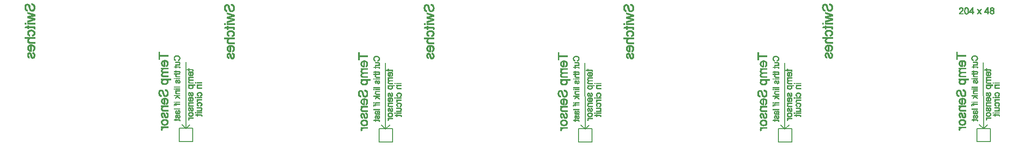
<source format=gbr>
%FSLAX23Y23*%
%MOIN*%
%ADD18C,0.00100*%
%ADD10C,0.00500*%
X000Y000D02*
D02*
D10*
X1679Y421D02*
X1711Y453D01*
X1679Y421D02*
X1648Y453D01*
X1679Y421D02*
X1678Y917D01*
Y912*
X1731Y324D02*
X1631D01*
Y424*
X1731*
Y324*
X3163Y417D02*
X3195Y449D01*
X3163Y417D02*
X3132Y449D01*
X3163Y417D02*
X3162Y913D01*
Y908*
X3215Y320D02*
X3115D01*
Y420*
X3215*
Y320*
X4648Y417D02*
X4680Y449D01*
X4648Y417D02*
X4617Y449D01*
X4648Y417D02*
X4647Y913D01*
Y908*
X4700Y320D02*
X4600D01*
Y420*
X4700*
Y320*
X6133Y417D02*
X6165Y449D01*
X6133Y417D02*
X6102Y449D01*
X6133Y417D02*
X6132Y913D01*
Y908*
X6185Y320D02*
X6085D01*
Y420*
X6185*
Y320*
X7612Y421D02*
X7644Y452D01*
X7612Y421D02*
X7581Y452D01*
X7612Y421D02*
X7611Y916D01*
Y911*
X7664Y324D02*
X7564D01*
Y423*
X7664*
Y324*
D02*
D18*
X529Y1357D02*
Y1347D01*
X538Y1344*
X542Y1341*
X544Y1337*
X546Y1332*
Y1326*
X545Y1315*
X540Y1310*
X533Y1307*
X527Y1308*
X525Y1311*
X524Y1315*
X521Y1320*
X520Y1328*
X518Y1338*
X516Y1344*
X512Y1349*
X508Y1352*
X504Y1353*
X499Y1354*
X493Y1353*
X488Y1351*
X484Y1347*
X480Y1341*
X479Y1334*
X478Y1327*
X479Y1319*
X480Y1313*
X484Y1307*
X488Y1302*
X494Y1300*
X500Y1299*
Y1308*
X494Y1310*
X491Y1314*
X488Y1319*
X487Y1327*
X488Y1336*
X491Y1340*
X494Y1344*
X498Y1345*
X503Y1344*
X505Y1341*
X506Y1340*
X507Y1337*
X510Y1326*
X513Y1317*
X514Y1310*
X518Y1305*
X523Y1300*
X527Y1299*
X533Y1298*
X539Y1299*
X545Y1301*
X550Y1305*
X553Y1311*
X555Y1318*
X556Y1325*
X555Y1334*
X552Y1341*
X549Y1349*
X543Y1353*
X537Y1356*
X529Y1357*
X555Y1275D02*
X499Y1292D01*
Y1282*
X531Y1273*
X543Y1271*
X542Y1269*
X540*
X537Y1268*
X532*
X499Y1260*
Y1249*
X532Y1241*
X542Y1239*
X531Y1236*
X499Y1227*
Y1216*
X555Y1234*
Y1246*
X521Y1253*
X512Y1254*
X555Y1263*
Y1275*
X488Y1210D02*
X479D01*
Y1201*
X488*
Y1210*
X555D02*
X499D01*
Y1201*
X555*
Y1210*
X546Y1167D02*
X555Y1165D01*
X556Y1173*
Y1177*
X555Y1181*
X550Y1184*
X546Y1186*
X539*
X508*
Y1193*
X499*
Y1186*
X486*
X480Y1176*
X499*
Y1167*
X508*
Y1176*
X539*
X543*
X544*
X546Y1174*
Y1170*
Y1167*
X534Y1122D02*
X536Y1112D01*
X544Y1115*
X551Y1119*
X555Y1126*
X556Y1135*
X555Y1145*
X549Y1152*
X539Y1158*
X527Y1160*
X519Y1158*
X511Y1157*
X506Y1152*
X501Y1148*
X499Y1142*
X498Y1135*
X499Y1126*
X503Y1121*
X508Y1116*
X516Y1113*
X517Y1123*
X510Y1128*
X507Y1135*
X508Y1141*
X512Y1145*
X518Y1149*
X527Y1150*
X536Y1149*
X542Y1145*
X545Y1141*
X546Y1135*
X545Y1130*
X544Y1126*
X540Y1123*
X534Y1122*
X555Y1104D02*
X479D01*
Y1095*
X507*
X500Y1087*
X498Y1078*
X499Y1072*
X500Y1067*
X504Y1064*
X507Y1062*
X512Y1059*
X519*
X555*
Y1069*
X520*
X514Y1070*
X511Y1072*
X508Y1076*
X507Y1080*
X510Y1087*
X516Y1093*
X519Y1095*
X525*
X555*
Y1104*
X538Y1007D02*
X539Y998D01*
X546Y1001*
X551Y1007*
X555Y1014*
X556Y1023*
X555Y1034*
X549Y1043*
X539Y1047*
X527Y1050*
X514Y1047*
X506Y1043*
X500Y1034*
X498Y1024*
X500Y1013*
X506Y1005*
X514Y999*
X527Y998*
X530*
Y1040*
X537Y1039*
X542Y1034*
X545Y1030*
X546Y1023*
X544Y1013*
X542Y1010*
X538Y1007*
X520Y1040D02*
Y1007D01*
X516Y1008*
X512Y1011*
X508Y1017*
X507Y1024*
X508Y1030*
X511Y1036*
X516Y1039*
X520Y1040*
X538Y992D02*
X537Y982D01*
X542Y981*
X544Y978*
X546Y974*
Y968*
Y962*
X544Y959*
X542Y956*
X539Y955*
X537Y956*
X534Y959*
X533Y962*
X532Y968*
X530Y976*
X527Y982*
X521Y988*
X514Y991*
X507Y989*
X501Y985*
X499Y979*
X498Y971*
X500Y959*
X503Y954*
X505Y952*
X513Y948*
X514Y958*
X510Y961*
X507Y965*
Y969*
Y975*
X510Y979*
X511Y980*
X513Y981*
X516Y980*
X518Y976*
X519Y974*
X520Y968*
X523Y960*
X525Y954*
X530Y948*
X533Y946*
X538*
X543Y947*
X547Y948*
X551Y952*
X553Y956*
X556Y968*
X555Y978*
X551Y985*
X546Y989*
X538Y992*
X532Y946D02*
X541D01*
X531Y947D02*
X544D01*
X513Y948D02*
X513D01*
X530D02*
X548D01*
X511Y949D02*
X513D01*
X529D02*
X549D01*
X508Y950D02*
X513D01*
X528D02*
X549D01*
X506Y951D02*
X514D01*
X527D02*
X550D01*
X505Y952D02*
X514D01*
X527D02*
X551D01*
X504Y953D02*
X514D01*
X526D02*
X552D01*
X503Y954D02*
X514D01*
X525D02*
X552D01*
X502Y955D02*
X514D01*
X525D02*
X553D01*
X502Y956D02*
X514D01*
X524D02*
X538D01*
X540D02*
X553D01*
X501Y957D02*
X514D01*
X524D02*
X536D01*
X542D02*
X553D01*
X501Y958D02*
X514D01*
X524D02*
X536D01*
X543D02*
X554D01*
X500Y959D02*
X513D01*
X523D02*
X535D01*
X544D02*
X554D01*
X500Y960D02*
X512D01*
X523D02*
X534D01*
X544D02*
X554D01*
X500Y960D02*
X510D01*
X522D02*
X534D01*
X545D02*
X554D01*
X500Y961D02*
X509D01*
X522D02*
X534D01*
X546D02*
X554D01*
X499Y962D02*
X509D01*
X522D02*
X533D01*
X546D02*
X555D01*
X499Y963D02*
X508D01*
X522D02*
X533D01*
X546D02*
X555D01*
X499Y964D02*
X508D01*
X521D02*
X533D01*
X546D02*
X555D01*
X499Y965D02*
X507D01*
X521D02*
X533D01*
X546D02*
X555D01*
X499Y966D02*
X507D01*
X521D02*
X532D01*
X546D02*
X555D01*
X499Y967D02*
X507D01*
X521D02*
X532D01*
X546D02*
X555D01*
X498Y968D02*
X507D01*
X520D02*
X532D01*
X546D02*
X556D01*
X498Y969D02*
X507D01*
X520D02*
X532D01*
X546D02*
X556D01*
X498Y970D02*
X507D01*
X520D02*
X532D01*
X546D02*
X555D01*
X498Y971D02*
X507D01*
X520D02*
X531D01*
X546D02*
X555D01*
X498Y972D02*
X507D01*
X520D02*
X531D01*
X546D02*
X555D01*
X498Y973D02*
X507D01*
X519D02*
X531D01*
X546D02*
X555D01*
X498Y974D02*
X507D01*
X519D02*
X531D01*
X546D02*
X555D01*
X498Y975D02*
X507D01*
X519D02*
X530D01*
X546D02*
X555D01*
X499Y975D02*
X507D01*
X518D02*
X530D01*
X545D02*
X555D01*
X499Y976D02*
X508D01*
X518D02*
X530D01*
X545D02*
X555D01*
X499Y977D02*
X509D01*
X517D02*
X529D01*
X544D02*
X555D01*
X499Y978D02*
X509D01*
X517D02*
X529D01*
X543D02*
X554D01*
X499Y979D02*
X510D01*
X516D02*
X529D01*
X543D02*
X554D01*
X500Y980D02*
X511D01*
X515D02*
X528D01*
X542D02*
X553D01*
X500Y981D02*
X513D01*
X513D02*
X528D01*
X542D02*
X553D01*
X500Y982D02*
X527D01*
X538D02*
X552D01*
X501Y983D02*
X527D01*
X537D02*
X552D01*
X501Y984D02*
X526D01*
X537D02*
X551D01*
X501Y985D02*
X525D01*
X537D02*
X551D01*
X503Y986D02*
X524D01*
X537D02*
X550D01*
X504Y987D02*
X523D01*
X537D02*
X549D01*
X505Y988D02*
X522D01*
X537D02*
X548D01*
X506Y989D02*
X521D01*
X538D02*
X547D01*
X508Y990D02*
X518D01*
X538D02*
X546D01*
X513Y990D02*
X515D01*
X538D02*
X543D01*
X538Y991D02*
X539D01*
X525Y998D02*
X530D01*
X539D02*
X540D01*
X515Y999D02*
X530D01*
X539D02*
X541D01*
X513Y1000D02*
X530D01*
X539D02*
X543D01*
X512Y1001D02*
X530D01*
X539D02*
X545D01*
X510Y1002D02*
X530D01*
X539D02*
X547D01*
X509Y1003D02*
X530D01*
X539D02*
X547D01*
X508Y1004D02*
X530D01*
X538D02*
X548D01*
X507Y1005D02*
X530D01*
X538D02*
X549D01*
X506Y1005D02*
X530D01*
X538D02*
X550D01*
X505Y1006D02*
X530D01*
X538D02*
X550D01*
X504Y1007D02*
X520D01*
X520D02*
X530D01*
X538D02*
X551D01*
X504Y1008D02*
X516D01*
X520D02*
X530D01*
X540D02*
X552D01*
X503Y1009D02*
X514D01*
X520D02*
X530D01*
X541D02*
X552D01*
X502Y1010D02*
X513D01*
X520D02*
X530D01*
X542D02*
X552D01*
X502Y1011D02*
X512D01*
X520D02*
X530D01*
X543D02*
X553D01*
X501Y1012D02*
X511D01*
X520D02*
X530D01*
X543D02*
X553D01*
X500Y1013D02*
X511D01*
X520D02*
X530D01*
X544D02*
X554D01*
X500Y1014D02*
X510D01*
X520D02*
X530D01*
X544D02*
X554D01*
X500Y1015D02*
X510D01*
X520D02*
X530D01*
X544D02*
X555D01*
X500Y1016D02*
X509D01*
X520D02*
X530D01*
X545D02*
X555D01*
X499Y1017D02*
X508D01*
X520D02*
X530D01*
X545D02*
X555D01*
X499Y1018D02*
X508D01*
X520D02*
X530D01*
X545D02*
X555D01*
X499Y1019D02*
X508D01*
X520D02*
X530D01*
X545D02*
X555D01*
X499Y1019D02*
X508D01*
X520D02*
X530D01*
X545D02*
X555D01*
X499Y1020D02*
X508D01*
X520D02*
X530D01*
X546D02*
X555D01*
X498Y1021D02*
X508D01*
X520D02*
X530D01*
X546D02*
X556D01*
X498Y1022D02*
X507D01*
X520D02*
X530D01*
X546D02*
X556D01*
X498Y1023D02*
X507D01*
X520D02*
X530D01*
X546D02*
X556D01*
X498Y1024D02*
X507D01*
X520D02*
X530D01*
X546D02*
X556D01*
X498Y1025D02*
X508D01*
X520D02*
X530D01*
X546D02*
X555D01*
X498Y1026D02*
X508D01*
X520D02*
X530D01*
X546D02*
X555D01*
X499Y1027D02*
X508D01*
X520D02*
X530D01*
X545D02*
X555D01*
X499Y1028D02*
X508D01*
X520D02*
X530D01*
X545D02*
X555D01*
X499Y1029D02*
X508D01*
X520D02*
X530D01*
X545D02*
X555D01*
X499Y1030D02*
X509D01*
X520D02*
X530D01*
X545D02*
X555D01*
X499Y1031D02*
X509D01*
X520D02*
X530D01*
X544D02*
X555D01*
X500Y1032D02*
X509D01*
X520D02*
X530D01*
X544D02*
X555D01*
X500Y1033D02*
X510D01*
X520D02*
X530D01*
X543D02*
X555D01*
X500Y1034D02*
X510D01*
X520D02*
X530D01*
X542D02*
X555D01*
X500Y1034D02*
X510D01*
X520D02*
X530D01*
X541D02*
X554D01*
X501Y1035D02*
X511D01*
X520D02*
X530D01*
X540D02*
X554D01*
X502Y1036D02*
X512D01*
X520D02*
X530D01*
X539D02*
X553D01*
X502Y1037D02*
X513D01*
X520D02*
X530D01*
X539D02*
X552D01*
X503Y1038D02*
X514D01*
X520D02*
X530D01*
X538D02*
X552D01*
X504Y1039D02*
X516D01*
X520D02*
X530D01*
X536D02*
X551D01*
X504Y1040D02*
X520D01*
X520D02*
X530D01*
X531D02*
X550D01*
X505Y1041D02*
X550D01*
X506Y1042D02*
X549D01*
X507Y1043D02*
X548D01*
X508Y1044D02*
X546D01*
X510Y1045D02*
X544D01*
X512Y1046D02*
X542D01*
X513Y1047D02*
X540D01*
X516Y1048D02*
X538D01*
X521Y1049D02*
X533D01*
X526Y1049D02*
X528D01*
X511Y1060D02*
X555D01*
X509Y1061D02*
X555D01*
X507Y1062D02*
X555D01*
X506Y1063D02*
X555D01*
X504Y1064D02*
X555D01*
X503Y1064D02*
X555D01*
X502Y1065D02*
X555D01*
X501Y1066D02*
X555D01*
X500Y1067D02*
X555D01*
X500Y1068D02*
X555D01*
X500Y1069D02*
X517D01*
X500Y1070D02*
X514D01*
X499Y1071D02*
X512D01*
X499Y1072D02*
X511D01*
X499Y1073D02*
X510D01*
X499Y1074D02*
X510D01*
X498Y1075D02*
X509D01*
X498Y1076D02*
X508D01*
X498Y1077D02*
X508D01*
X498Y1078D02*
X508D01*
X498Y1079D02*
X508D01*
X498Y1079D02*
X507D01*
X498Y1080D02*
X507D01*
X499Y1081D02*
X508D01*
X499Y1082D02*
X508D01*
X499Y1083D02*
X508D01*
X499Y1084D02*
X509D01*
X500Y1085D02*
X509D01*
X500Y1086D02*
X509D01*
X500Y1087D02*
X509D01*
X501Y1088D02*
X510D01*
X502Y1089D02*
X511D01*
X502Y1090D02*
X512D01*
X503Y1091D02*
X513D01*
X504Y1092D02*
X514D01*
X505Y1093D02*
X515D01*
X506Y1094D02*
X516D01*
X507Y1094D02*
X519D01*
X479Y1095D02*
X555D01*
X479Y1096D02*
X555D01*
X479Y1097D02*
X555D01*
X479Y1098D02*
X555D01*
X479Y1099D02*
X555D01*
X479Y1100D02*
X555D01*
X479Y1101D02*
X555D01*
X479Y1102D02*
X555D01*
X479Y1103D02*
X555D01*
X479Y1104D02*
X555D01*
X535Y1113D02*
X539D01*
X514Y1114D02*
X516D01*
X535D02*
X542D01*
X511Y1115D02*
X516D01*
X535D02*
X545D01*
X508Y1116D02*
X516D01*
X535D02*
X546D01*
X507Y1117D02*
X516D01*
X535D02*
X547D01*
X506Y1118D02*
X516D01*
X535D02*
X549D01*
X505Y1119D02*
X516D01*
X535D02*
X550D01*
X504Y1120D02*
X516D01*
X535D02*
X551D01*
X502Y1121D02*
X516D01*
X535D02*
X552D01*
X502Y1122D02*
X517D01*
X534D02*
X552D01*
X501Y1123D02*
X517D01*
X539D02*
X553D01*
X501Y1124D02*
X516D01*
X541D02*
X553D01*
X500Y1124D02*
X514D01*
X542D02*
X553D01*
X500Y1125D02*
X513D01*
X543D02*
X554D01*
X499Y1126D02*
X512D01*
X544D02*
X554D01*
X499Y1127D02*
X510D01*
X544D02*
X555D01*
X499Y1128D02*
X509D01*
X544D02*
X555D01*
X499Y1129D02*
X509D01*
X545D02*
X555D01*
X498Y1130D02*
X509D01*
X545D02*
X555D01*
X498Y1131D02*
X509D01*
X545D02*
X555D01*
X498Y1132D02*
X508D01*
X546D02*
X555D01*
X498Y1133D02*
X508D01*
X546D02*
X555D01*
X498Y1134D02*
X508D01*
X546D02*
X556D01*
X498Y1135D02*
X507D01*
X546D02*
X556D01*
X498Y1136D02*
X507D01*
X546D02*
X556D01*
X498Y1137D02*
X508D01*
X546D02*
X555D01*
X498Y1138D02*
X508D01*
X546D02*
X555D01*
X498Y1138D02*
X508D01*
X545D02*
X555D01*
X499Y1139D02*
X508D01*
X545D02*
X555D01*
X499Y1140D02*
X508D01*
X545D02*
X555D01*
X499Y1141D02*
X509D01*
X545D02*
X555D01*
X499Y1142D02*
X510D01*
X544D02*
X555D01*
X500Y1143D02*
X510D01*
X543D02*
X555D01*
X500Y1144D02*
X511D01*
X542D02*
X555D01*
X500Y1145D02*
X512D01*
X542D02*
X555D01*
X501Y1146D02*
X513D01*
X540D02*
X554D01*
X501Y1147D02*
X515D01*
X539D02*
X553D01*
X501Y1148D02*
X516D01*
X537D02*
X552D01*
X502Y1149D02*
X518D01*
X536D02*
X552D01*
X503Y1150D02*
X525D01*
X530D02*
X551D01*
X504Y1151D02*
X550D01*
X505Y1152D02*
X549D01*
X506Y1153D02*
X548D01*
X507Y1153D02*
X547D01*
X508Y1154D02*
X545D01*
X509Y1155D02*
X544D01*
X510Y1156D02*
X542D01*
X511Y1157D02*
X541D01*
X518Y1158D02*
X539D01*
X524Y1159D02*
X532D01*
X553Y1166D02*
X555D01*
X499Y1167D02*
X508D01*
X546D02*
X555D01*
X499Y1168D02*
X508D01*
X546D02*
X555D01*
X499Y1168D02*
X508D01*
X546D02*
X555D01*
X499Y1169D02*
X508D01*
X546D02*
X555D01*
X499Y1170D02*
X508D01*
X546D02*
X555D01*
X499Y1171D02*
X508D01*
X546D02*
X555D01*
X499Y1172D02*
X508D01*
X546D02*
X556D01*
X499Y1173D02*
X508D01*
X546D02*
X556D01*
X499Y1174D02*
X508D01*
X546D02*
X556D01*
X499Y1175D02*
X508D01*
X545D02*
X556D01*
X499Y1176D02*
X508D01*
X544D02*
X556D01*
X481Y1177D02*
X556D01*
X481Y1178D02*
X555D01*
X482Y1179D02*
X555D01*
X482Y1180D02*
X555D01*
X483Y1181D02*
X555D01*
X484Y1182D02*
X553D01*
X484Y1183D02*
X552D01*
X485Y1183D02*
X551D01*
X485Y1184D02*
X550D01*
X486Y1185D02*
X547D01*
X499Y1186D02*
X508D01*
X499Y1187D02*
X508D01*
X499Y1188D02*
X508D01*
X499Y1189D02*
X508D01*
X499Y1190D02*
X508D01*
X499Y1191D02*
X508D01*
X499Y1192D02*
X508D01*
X479Y1201D02*
X488D01*
X499D02*
X555D01*
X479Y1202D02*
X488D01*
X499D02*
X555D01*
X479Y1203D02*
X488D01*
X499D02*
X555D01*
X479Y1204D02*
X488D01*
X499D02*
X555D01*
X479Y1205D02*
X488D01*
X499D02*
X555D01*
X479Y1206D02*
X488D01*
X499D02*
X555D01*
X479Y1207D02*
X488D01*
X499D02*
X555D01*
X479Y1208D02*
X488D01*
X499D02*
X555D01*
X479Y1209D02*
X488D01*
X499D02*
X555D01*
X479Y1210D02*
X488D01*
X499D02*
X555D01*
X499Y1216D02*
X499D01*
X499Y1217D02*
X502D01*
X499Y1218D02*
X505D01*
X499Y1219D02*
X508D01*
X499Y1220D02*
X511D01*
X499Y1221D02*
X514D01*
X499Y1222D02*
X517D01*
X499Y1223D02*
X520D01*
X499Y1224D02*
X523D01*
X499Y1225D02*
X526D01*
X499Y1226D02*
X528D01*
X499Y1227D02*
X531D01*
X501Y1228D02*
X534D01*
X504Y1228D02*
X537D01*
X508Y1229D02*
X540D01*
X511Y1230D02*
X543D01*
X514Y1231D02*
X546D01*
X517Y1232D02*
X549D01*
X520Y1233D02*
X552D01*
X523Y1234D02*
X555D01*
X526Y1235D02*
X555D01*
X530Y1236D02*
X555D01*
X533Y1237D02*
X555D01*
X538Y1238D02*
X555D01*
X541Y1239D02*
X555D01*
X537Y1240D02*
X555D01*
X534Y1241D02*
X555D01*
X530Y1242D02*
X555D01*
X526Y1243D02*
X555D01*
X522Y1243D02*
X555D01*
X519Y1244D02*
X555D01*
X515Y1245D02*
X555D01*
X511Y1246D02*
X552D01*
X507Y1247D02*
X548D01*
X504Y1248D02*
X543D01*
X500Y1249D02*
X539D01*
X499Y1250D02*
X535D01*
X499Y1251D02*
X530D01*
X499Y1252D02*
X526D01*
X499Y1253D02*
X522D01*
X499Y1254D02*
X514D01*
X499Y1255D02*
X515D01*
X499Y1256D02*
X519D01*
X499Y1257D02*
X523D01*
X499Y1257D02*
X528D01*
X499Y1258D02*
X532D01*
X499Y1259D02*
X536D01*
X501Y1260D02*
X540D01*
X504Y1261D02*
X544D01*
X508Y1262D02*
X549D01*
X512Y1263D02*
X553D01*
X515Y1264D02*
X555D01*
X519Y1265D02*
X555D01*
X523Y1266D02*
X555D01*
X527Y1267D02*
X555D01*
X530Y1268D02*
X555D01*
X538Y1269D02*
X555D01*
X542Y1270D02*
X555D01*
X542Y1271D02*
X555D01*
X538Y1272D02*
X555D01*
X533Y1272D02*
X555D01*
X529Y1273D02*
X555D01*
X526Y1274D02*
X555D01*
X523Y1275D02*
X554D01*
X520Y1276D02*
X551D01*
X517Y1277D02*
X548D01*
X513Y1278D02*
X545D01*
X510Y1279D02*
X542D01*
X507Y1280D02*
X539D01*
X504Y1281D02*
X536D01*
X501Y1282D02*
X532D01*
X499Y1283D02*
X529D01*
X499Y1284D02*
X526D01*
X499Y1285D02*
X523D01*
X499Y1286D02*
X520D01*
X499Y1287D02*
X517D01*
X499Y1287D02*
X514D01*
X499Y1288D02*
X510D01*
X499Y1289D02*
X507D01*
X499Y1290D02*
X504D01*
X499Y1291D02*
X501D01*
X533Y1298D02*
X534D01*
X528Y1299D02*
X538D01*
X496Y1300D02*
X500D01*
X524D02*
X541D01*
X493Y1301D02*
X500D01*
X522D02*
X543D01*
X491Y1302D02*
X500D01*
X521D02*
X545D01*
X488Y1302D02*
X500D01*
X520D02*
X547D01*
X487Y1303D02*
X500D01*
X519D02*
X548D01*
X486Y1304D02*
X500D01*
X518D02*
X549D01*
X486Y1305D02*
X500D01*
X518D02*
X550D01*
X485Y1306D02*
X500D01*
X517D02*
X551D01*
X484Y1307D02*
X500D01*
X516D02*
X533D01*
X533D02*
X551D01*
X483Y1308D02*
X500D01*
X515D02*
X529D01*
X536D02*
X552D01*
X483Y1309D02*
X497D01*
X515D02*
X527D01*
X539D02*
X552D01*
X482Y1310D02*
X494D01*
X514D02*
X526D01*
X541D02*
X553D01*
X481Y1311D02*
X493D01*
X514D02*
X525D01*
X541D02*
X553D01*
X481Y1312D02*
X493D01*
X514D02*
X525D01*
X542D02*
X554D01*
X480Y1313D02*
X492D01*
X514D02*
X524D01*
X543D02*
X554D01*
X480Y1314D02*
X491D01*
X514D02*
X524D01*
X544D02*
X554D01*
X480Y1315D02*
X491D01*
X513D02*
X524D01*
X544D02*
X554D01*
X480Y1316D02*
X490D01*
X513D02*
X524D01*
X545D02*
X554D01*
X479Y1317D02*
X490D01*
X513D02*
X523D01*
X545D02*
X554D01*
X479Y1317D02*
X489D01*
X513D02*
X523D01*
X545D02*
X554D01*
X479Y1318D02*
X489D01*
X513D02*
X522D01*
X545D02*
X555D01*
X479Y1319D02*
X488D01*
X512D02*
X522D01*
X545D02*
X555D01*
X479Y1320D02*
X488D01*
X512D02*
X521D01*
X546D02*
X555D01*
X479Y1321D02*
X488D01*
X511D02*
X521D01*
X546D02*
X555D01*
X478Y1322D02*
X488D01*
X511D02*
X521D01*
X546D02*
X555D01*
X478Y1323D02*
X488D01*
X511D02*
X521D01*
X546D02*
X555D01*
X478Y1324D02*
X488D01*
X510D02*
X521D01*
X546D02*
X556D01*
X478Y1325D02*
X488D01*
X510D02*
X521D01*
X546D02*
X556D01*
X478Y1326D02*
X487D01*
X510D02*
X521D01*
X546D02*
X556D01*
X478Y1327D02*
X487D01*
X509D02*
X520D01*
X546D02*
X555D01*
X478Y1328D02*
X487D01*
X509D02*
X520D01*
X546D02*
X555D01*
X478Y1329D02*
X487D01*
X509D02*
X520D01*
X546D02*
X555D01*
X478Y1330D02*
X488D01*
X509D02*
X520D01*
X546D02*
X555D01*
X478Y1331D02*
X488D01*
X509D02*
X520D01*
X546D02*
X555D01*
X478Y1332D02*
X488D01*
X508D02*
X519D01*
X546D02*
X555D01*
X479Y1332D02*
X488D01*
X508D02*
X519D01*
X546D02*
X555D01*
X479Y1333D02*
X488D01*
X508D02*
X519D01*
X546D02*
X555D01*
X479Y1334D02*
X488D01*
X508D02*
X519D01*
X545D02*
X555D01*
X479Y1335D02*
X488D01*
X508D02*
X519D01*
X545D02*
X554D01*
X479Y1336D02*
X489D01*
X507D02*
X518D01*
X544D02*
X554D01*
X479Y1337D02*
X489D01*
X507D02*
X518D01*
X544D02*
X554D01*
X480Y1338D02*
X490D01*
X507D02*
X518D01*
X543D02*
X553D01*
X480Y1339D02*
X490D01*
X506D02*
X517D01*
X543D02*
X553D01*
X480Y1340D02*
X491D01*
X506D02*
X517D01*
X542D02*
X553D01*
X480Y1341D02*
X491D01*
X505D02*
X517D01*
X542D02*
X552D01*
X480Y1342D02*
X492D01*
X504D02*
X516D01*
X541D02*
X552D01*
X481Y1343D02*
X493D01*
X504D02*
X516D01*
X540D02*
X551D01*
X481Y1344D02*
X494D01*
X503D02*
X516D01*
X538D02*
X551D01*
X482Y1345D02*
X497D01*
X499D02*
X515D01*
X536D02*
X551D01*
X483Y1346D02*
X514D01*
X533D02*
X550D01*
X483Y1347D02*
X513D01*
X531D02*
X550D01*
X484Y1347D02*
X513D01*
X529D02*
X549D01*
X485Y1348D02*
X512D01*
X529D02*
X549D01*
X486Y1349D02*
X511D01*
X529D02*
X548D01*
X488Y1350D02*
X510D01*
X529D02*
X546D01*
X489Y1351D02*
X509D01*
X529D02*
X545D01*
X491Y1352D02*
X508D01*
X529D02*
X544D01*
X493Y1353D02*
X504D01*
X529D02*
X543D01*
X497Y1354D02*
X501D01*
X529D02*
X541D01*
X529Y1355D02*
X538D01*
X529Y1356D02*
X535D01*
X1546Y971D02*
X1484D01*
Y994*
X1476*
Y939*
X1484*
Y962*
X1546*
Y971*
X1531Y894D02*
X1532Y885D01*
X1538Y888*
X1543Y894*
X1546Y901*
X1547Y908*
X1546Y919*
X1541Y927*
X1532Y931*
X1521Y934*
X1509Y931*
X1501Y927*
X1495Y919*
X1493Y909*
X1495Y899*
X1501Y892*
X1509Y886*
X1521Y885*
X1523*
Y925*
X1530Y924*
X1534Y919*
X1537Y915*
X1538Y908*
X1536Y899*
X1534Y896*
X1531Y894*
X1514Y925D02*
Y894D01*
X1510Y895*
X1506Y897*
X1503Y903*
X1502Y909*
X1503Y915*
X1505Y920*
X1510Y924*
X1514Y925*
X1546Y876D02*
X1494D01*
Y868*
X1503*
X1495Y861*
X1494Y858*
X1493Y853*
X1494Y848*
X1496Y844*
X1499Y841*
X1503Y839*
X1499Y836*
X1495Y832*
X1494Y828*
X1493Y823*
X1494Y817*
X1498Y812*
X1503Y809*
X1511Y808*
X1546*
Y817*
X1514*
X1510*
X1508Y818*
X1503Y820*
X1502Y826*
X1503Y830*
X1505Y834*
X1510Y837*
X1517Y838*
X1546*
Y847*
X1513*
X1509*
X1505Y849*
X1503Y851*
X1502Y855*
X1504Y862*
X1510Y866*
X1514Y868*
X1520*
X1546*
Y876*
X1566Y795D02*
X1494D01*
Y786*
X1503*
X1499Y783*
X1495Y779*
X1494Y776*
X1493Y772*
X1494Y766*
X1496Y761*
X1501Y756*
X1506Y753*
X1513Y752*
X1520Y751*
X1527Y752*
X1534Y753*
X1539Y757*
X1544Y762*
X1546Y767*
X1547Y773*
Y777*
X1545Y780*
X1539Y786*
X1566*
Y795*
X1521Y786D02*
X1528Y785D01*
X1534Y783*
X1537Y778*
X1538Y773*
X1537Y767*
X1534Y764*
X1528Y761*
X1520Y759*
X1512Y761*
X1506Y763*
X1503Y767*
X1502Y773*
X1503Y777*
X1506Y782*
X1513Y785*
X1521Y786*
X1522Y715D02*
Y707D01*
X1531Y703*
X1534Y701*
X1536Y697*
X1538Y692*
Y687*
X1537Y677*
X1533Y671*
X1526Y669*
X1521Y670*
X1519Y672*
X1517Y677*
X1515Y681*
X1514Y689*
X1512Y698*
X1510Y703*
X1506Y708*
X1503Y711*
X1499Y712*
X1494Y713*
X1489Y712*
X1484Y710*
X1480Y707*
X1477Y701*
X1476Y694*
X1474Y688*
X1476Y680*
X1477Y675*
X1480Y669*
X1484Y665*
X1490Y662*
X1495Y661*
Y670*
X1490Y671*
X1487Y676*
X1484Y680*
X1483Y688*
X1484Y696*
X1487Y700*
X1490Y703*
X1493Y704*
X1498Y703*
X1500Y701*
X1501Y700*
X1502Y697*
X1504Y687*
X1508Y678*
X1509Y671*
X1512Y667*
X1516Y662*
X1521Y661*
X1526Y660*
X1532Y661*
X1537Y664*
X1542Y667*
X1545Y672*
X1546Y679*
X1547Y686*
X1546Y694*
X1544Y701*
X1541Y708*
X1535Y712*
X1530Y714*
X1522Y715*
X1531Y612D02*
X1532Y603D01*
X1538Y606*
X1543Y612*
X1546Y618*
X1547Y626*
X1546Y637*
X1541Y645*
X1532Y649*
X1521Y651*
X1509Y649*
X1501Y645*
X1495Y637*
X1493Y627*
X1495Y617*
X1501Y610*
X1509Y604*
X1521Y603*
X1523*
Y643*
X1530Y642*
X1534Y637*
X1537Y633*
X1538Y626*
X1536Y617*
X1534Y614*
X1531Y612*
X1514Y643D02*
Y612D01*
X1510Y613*
X1506Y615*
X1503Y621*
X1502Y627*
X1503Y633*
X1505Y638*
X1510Y642*
X1514Y643*
X1546Y594D02*
X1494D01*
Y585*
X1502*
X1495Y579*
X1493Y570*
X1495Y561*
X1500Y556*
X1505Y552*
X1510*
X1514*
X1546*
Y561*
X1515*
X1511*
X1508Y562*
X1503Y565*
X1502Y572*
X1503Y577*
X1505Y581*
X1511Y584*
X1519Y585*
X1546*
Y594*
X1531Y543D02*
X1530Y535D01*
X1534Y534*
X1536Y530*
X1538Y527*
Y521*
Y516*
X1536Y513*
X1534Y510*
X1532Y509*
X1530Y510*
X1527Y513*
X1526Y516*
X1525Y521*
X1523Y529*
X1521Y535*
X1515Y540*
X1509Y542*
X1502Y541*
X1496Y537*
X1494Y531*
X1493Y524*
X1495Y513*
X1498Y508*
X1500Y506*
X1508Y503*
X1509Y511*
X1504Y515*
X1502Y518*
Y522*
Y528*
X1504Y531*
X1505Y532*
X1508Y534*
X1510Y532*
X1512Y529*
X1513Y527*
X1514Y521*
X1516Y514*
X1519Y508*
X1523Y503*
X1526Y500*
X1531*
X1535Y502*
X1539Y503*
X1543Y506*
X1545Y510*
X1547Y521*
X1546Y530*
X1543Y537*
X1538Y541*
X1531Y543*
X1521Y493D02*
X1508Y491D01*
X1499Y485*
X1494Y478*
X1493Y470*
X1495Y461*
X1500Y453*
X1509Y448*
X1520Y446*
X1528Y448*
X1535Y450*
X1541Y453*
X1544Y457*
X1546Y463*
X1547Y470*
X1546Y478*
X1541Y486*
X1532Y492*
X1521Y493*
Y484D02*
X1528Y483D01*
X1534Y479*
X1537Y475*
X1538Y470*
X1537Y464*
X1534Y460*
X1528Y456*
X1520Y455*
X1512Y456*
X1506Y460*
X1503Y464*
X1502Y470*
X1503Y475*
X1506Y479*
X1512Y483*
X1521Y484*
X1546Y437D02*
X1494D01*
Y429*
X1502*
X1498Y425*
X1495Y423*
X1493Y418*
X1494Y413*
X1496Y409*
X1504Y412*
X1502Y418*
X1504Y423*
X1509Y427*
X1519Y428*
X1546*
Y437*
X1496Y410D02*
X1499D01*
X1496Y411D02*
X1501D01*
X1495Y412D02*
X1503D01*
X1495Y413D02*
X1504D01*
X1494Y414D02*
X1504D01*
X1494Y415D02*
X1503D01*
X1494Y416D02*
X1503D01*
X1493Y416D02*
X1502D01*
X1493Y417D02*
X1502D01*
X1493Y418D02*
X1502D01*
X1494Y419D02*
X1503D01*
X1494Y420D02*
X1503D01*
X1495Y421D02*
X1503D01*
X1495Y422D02*
X1504D01*
X1495Y423D02*
X1504D01*
X1496Y424D02*
X1505D01*
X1497Y425D02*
X1506D01*
X1498Y426D02*
X1508D01*
X1499Y427D02*
X1511D01*
X1501Y428D02*
X1546D01*
X1502Y429D02*
X1546D01*
X1494Y430D02*
X1546D01*
X1494Y431D02*
X1546D01*
X1494Y431D02*
X1546D01*
X1494Y432D02*
X1546D01*
X1494Y433D02*
X1546D01*
X1494Y434D02*
X1546D01*
X1494Y435D02*
X1546D01*
X1494Y436D02*
X1546D01*
X1519Y446D02*
X1520D01*
X1510Y447D02*
X1528D01*
X1507Y448D02*
X1531D01*
X1506Y449D02*
X1534D01*
X1504Y450D02*
X1536D01*
X1503Y451D02*
X1537D01*
X1501Y452D02*
X1539D01*
X1500Y453D02*
X1541D01*
X1499Y454D02*
X1541D01*
X1499Y455D02*
X1542D01*
X1498Y456D02*
X1515D01*
X1524D02*
X1543D01*
X1498Y457D02*
X1511D01*
X1529D02*
X1543D01*
X1497Y458D02*
X1510D01*
X1531D02*
X1544D01*
X1497Y459D02*
X1508D01*
X1532D02*
X1544D01*
X1496Y460D02*
X1506D01*
X1534D02*
X1545D01*
X1496Y461D02*
X1506D01*
X1535D02*
X1545D01*
X1495Y461D02*
X1505D01*
X1535D02*
X1545D01*
X1495Y462D02*
X1504D01*
X1536D02*
X1546D01*
X1495Y463D02*
X1504D01*
X1537D02*
X1546D01*
X1494Y464D02*
X1503D01*
X1537D02*
X1546D01*
X1494Y465D02*
X1503D01*
X1537D02*
X1546D01*
X1494Y466D02*
X1503D01*
X1538D02*
X1547D01*
X1494Y467D02*
X1502D01*
X1538D02*
X1547D01*
X1494Y468D02*
X1502D01*
X1538D02*
X1547D01*
X1493Y469D02*
X1502D01*
X1538D02*
X1547D01*
X1493Y470D02*
X1502D01*
X1538D02*
X1547D01*
X1493Y471D02*
X1502D01*
X1538D02*
X1547D01*
X1493Y472D02*
X1502D01*
X1538D02*
X1547D01*
X1494Y473D02*
X1503D01*
X1538D02*
X1547D01*
X1494Y474D02*
X1503D01*
X1538D02*
X1547D01*
X1494Y475D02*
X1503D01*
X1537D02*
X1547D01*
X1494Y476D02*
X1503D01*
X1537D02*
X1546D01*
X1494Y476D02*
X1504D01*
X1536D02*
X1546D01*
X1494Y477D02*
X1505D01*
X1536D02*
X1546D01*
X1494Y478D02*
X1506D01*
X1535D02*
X1546D01*
X1495Y479D02*
X1506D01*
X1534D02*
X1545D01*
X1495Y480D02*
X1508D01*
X1533D02*
X1545D01*
X1496Y481D02*
X1509D01*
X1531D02*
X1544D01*
X1497Y482D02*
X1511D01*
X1530D02*
X1543D01*
X1497Y483D02*
X1514D01*
X1527D02*
X1543D01*
X1498Y484D02*
X1542D01*
X1499Y485D02*
X1541D01*
X1500Y486D02*
X1541D01*
X1502Y487D02*
X1540D01*
X1503Y488D02*
X1538D01*
X1504Y489D02*
X1537D01*
X1506Y490D02*
X1535D01*
X1508Y491D02*
X1534D01*
X1513Y491D02*
X1532D01*
X1519Y492D02*
X1524D01*
X1526Y501D02*
X1532D01*
X1524Y502D02*
X1536D01*
X1507Y503D02*
X1508D01*
X1523D02*
X1540D01*
X1505Y504D02*
X1508D01*
X1522D02*
X1540D01*
X1503Y505D02*
X1508D01*
X1521D02*
X1541D01*
X1501Y506D02*
X1508D01*
X1521D02*
X1542D01*
X1499Y506D02*
X1508D01*
X1520D02*
X1543D01*
X1498Y507D02*
X1508D01*
X1519D02*
X1543D01*
X1497Y508D02*
X1508D01*
X1518D02*
X1544D01*
X1497Y509D02*
X1508D01*
X1518D02*
X1544D01*
X1497Y510D02*
X1508D01*
X1518D02*
X1530D01*
X1534D02*
X1545D01*
X1496Y511D02*
X1509D01*
X1517D02*
X1529D01*
X1535D02*
X1545D01*
X1496Y512D02*
X1508D01*
X1517D02*
X1528D01*
X1536D02*
X1545D01*
X1495Y513D02*
X1507D01*
X1517D02*
X1527D01*
X1536D02*
X1546D01*
X1495Y514D02*
X1505D01*
X1516D02*
X1527D01*
X1537D02*
X1546D01*
X1495Y515D02*
X1504D01*
X1516D02*
X1527D01*
X1538D02*
X1546D01*
X1495Y516D02*
X1503D01*
X1516D02*
X1526D01*
X1538D02*
X1546D01*
X1495Y517D02*
X1503D01*
X1515D02*
X1526D01*
X1538D02*
X1546D01*
X1494Y518D02*
X1502D01*
X1515D02*
X1526D01*
X1538D02*
X1546D01*
X1494Y519D02*
X1502D01*
X1515D02*
X1526D01*
X1538D02*
X1547D01*
X1494Y520D02*
X1502D01*
X1515D02*
X1526D01*
X1538D02*
X1547D01*
X1494Y521D02*
X1502D01*
X1514D02*
X1525D01*
X1538D02*
X1547D01*
X1494Y521D02*
X1502D01*
X1514D02*
X1525D01*
X1538D02*
X1547D01*
X1493Y522D02*
X1502D01*
X1514D02*
X1525D01*
X1538D02*
X1547D01*
X1493Y523D02*
X1502D01*
X1514D02*
X1525D01*
X1538D02*
X1547D01*
X1493Y524D02*
X1502D01*
X1514D02*
X1524D01*
X1538D02*
X1547D01*
X1493Y525D02*
X1502D01*
X1513D02*
X1524D01*
X1538D02*
X1547D01*
X1494Y526D02*
X1502D01*
X1513D02*
X1524D01*
X1538D02*
X1547D01*
X1494Y527D02*
X1502D01*
X1513D02*
X1524D01*
X1538D02*
X1546D01*
X1494Y528D02*
X1502D01*
X1512D02*
X1523D01*
X1538D02*
X1546D01*
X1494Y529D02*
X1503D01*
X1512D02*
X1523D01*
X1537D02*
X1546D01*
X1494Y530D02*
X1503D01*
X1511D02*
X1523D01*
X1536D02*
X1546D01*
X1494Y531D02*
X1504D01*
X1511D02*
X1522D01*
X1536D02*
X1546D01*
X1494Y532D02*
X1505D01*
X1510D02*
X1522D01*
X1535D02*
X1545D01*
X1495Y533D02*
X1506D01*
X1509D02*
X1522D01*
X1535D02*
X1545D01*
X1495Y534D02*
X1521D01*
X1534D02*
X1544D01*
X1496Y535D02*
X1521D01*
X1530D02*
X1544D01*
X1496Y535D02*
X1520D01*
X1530D02*
X1543D01*
X1496Y536D02*
X1519D01*
X1530D02*
X1543D01*
X1497Y537D02*
X1518D01*
X1530D02*
X1542D01*
X1498Y538D02*
X1517D01*
X1530D02*
X1541D01*
X1500Y539D02*
X1516D01*
X1530D02*
X1540D01*
X1501Y540D02*
X1515D01*
X1530D02*
X1539D01*
X1502Y541D02*
X1512D01*
X1530D02*
X1538D01*
X1507Y542D02*
X1509D01*
X1530D02*
X1535D01*
X1531Y543D02*
X1532D01*
X1505Y552D02*
X1546D01*
X1504Y553D02*
X1546D01*
X1502Y554D02*
X1546D01*
X1500Y555D02*
X1546D01*
X1499Y556D02*
X1546D01*
X1499Y557D02*
X1546D01*
X1498Y558D02*
X1546D01*
X1497Y559D02*
X1546D01*
X1496Y560D02*
X1546D01*
X1496Y561D02*
X1546D01*
X1495Y562D02*
X1509D01*
X1495Y563D02*
X1507D01*
X1495Y564D02*
X1506D01*
X1495Y565D02*
X1504D01*
X1494Y565D02*
X1503D01*
X1494Y566D02*
X1503D01*
X1494Y567D02*
X1503D01*
X1494Y568D02*
X1503D01*
X1493Y569D02*
X1502D01*
X1493Y570D02*
X1502D01*
X1493Y571D02*
X1502D01*
X1494Y572D02*
X1502D01*
X1494Y573D02*
X1502D01*
X1494Y574D02*
X1502D01*
X1494Y575D02*
X1503D01*
X1495Y576D02*
X1503D01*
X1495Y577D02*
X1503D01*
X1495Y578D02*
X1504D01*
X1495Y579D02*
X1504D01*
X1496Y580D02*
X1505D01*
X1497Y580D02*
X1505D01*
X1498Y581D02*
X1506D01*
X1499Y582D02*
X1508D01*
X1500Y583D02*
X1509D01*
X1501Y584D02*
X1511D01*
X1502Y585D02*
X1517D01*
X1494Y586D02*
X1546D01*
X1494Y587D02*
X1546D01*
X1494Y588D02*
X1546D01*
X1494Y589D02*
X1546D01*
X1494Y590D02*
X1546D01*
X1494Y591D02*
X1546D01*
X1494Y592D02*
X1546D01*
X1494Y593D02*
X1546D01*
X1494Y594D02*
X1546D01*
X1521Y603D02*
X1523D01*
X1510Y604D02*
X1523D01*
X1532D02*
X1534D01*
X1508Y605D02*
X1523D01*
X1532D02*
X1536D01*
X1506Y606D02*
X1523D01*
X1531D02*
X1537D01*
X1505Y607D02*
X1523D01*
X1531D02*
X1539D01*
X1504Y608D02*
X1523D01*
X1531D02*
X1539D01*
X1502Y609D02*
X1523D01*
X1531D02*
X1540D01*
X1501Y610D02*
X1523D01*
X1531D02*
X1541D01*
X1500Y610D02*
X1523D01*
X1531D02*
X1542D01*
X1500Y611D02*
X1523D01*
X1531D02*
X1542D01*
X1499Y612D02*
X1512D01*
X1514D02*
X1523D01*
X1531D02*
X1543D01*
X1498Y613D02*
X1509D01*
X1514D02*
X1523D01*
X1533D02*
X1544D01*
X1498Y614D02*
X1508D01*
X1514D02*
X1523D01*
X1534D02*
X1544D01*
X1497Y615D02*
X1506D01*
X1514D02*
X1523D01*
X1535D02*
X1544D01*
X1496Y616D02*
X1506D01*
X1514D02*
X1523D01*
X1535D02*
X1545D01*
X1496Y617D02*
X1505D01*
X1514D02*
X1523D01*
X1536D02*
X1545D01*
X1495Y618D02*
X1505D01*
X1514D02*
X1523D01*
X1536D02*
X1546D01*
X1495Y619D02*
X1504D01*
X1514D02*
X1523D01*
X1537D02*
X1546D01*
X1495Y620D02*
X1504D01*
X1514D02*
X1523D01*
X1537D02*
X1546D01*
X1495Y621D02*
X1503D01*
X1514D02*
X1523D01*
X1537D02*
X1546D01*
X1494Y622D02*
X1503D01*
X1514D02*
X1523D01*
X1537D02*
X1547D01*
X1494Y623D02*
X1503D01*
X1514D02*
X1523D01*
X1537D02*
X1547D01*
X1494Y624D02*
X1503D01*
X1514D02*
X1523D01*
X1538D02*
X1547D01*
X1494Y625D02*
X1502D01*
X1514D02*
X1523D01*
X1538D02*
X1547D01*
X1494Y625D02*
X1502D01*
X1514D02*
X1523D01*
X1538D02*
X1547D01*
X1493Y626D02*
X1502D01*
X1514D02*
X1523D01*
X1538D02*
X1547D01*
X1493Y627D02*
X1502D01*
X1514D02*
X1523D01*
X1538D02*
X1547D01*
X1493Y628D02*
X1502D01*
X1514D02*
X1523D01*
X1538D02*
X1547D01*
X1494Y629D02*
X1502D01*
X1514D02*
X1523D01*
X1538D02*
X1547D01*
X1494Y630D02*
X1503D01*
X1514D02*
X1523D01*
X1538D02*
X1547D01*
X1494Y631D02*
X1503D01*
X1514D02*
X1523D01*
X1538D02*
X1547D01*
X1494Y632D02*
X1503D01*
X1514D02*
X1523D01*
X1537D02*
X1547D01*
X1494Y633D02*
X1503D01*
X1514D02*
X1523D01*
X1537D02*
X1547D01*
X1495Y634D02*
X1504D01*
X1514D02*
X1523D01*
X1536D02*
X1546D01*
X1495Y635D02*
X1504D01*
X1514D02*
X1523D01*
X1536D02*
X1546D01*
X1495Y636D02*
X1504D01*
X1514D02*
X1523D01*
X1535D02*
X1546D01*
X1495Y637D02*
X1505D01*
X1514D02*
X1523D01*
X1534D02*
X1546D01*
X1496Y638D02*
X1505D01*
X1514D02*
X1523D01*
X1533D02*
X1546D01*
X1496Y639D02*
X1506D01*
X1514D02*
X1523D01*
X1533D02*
X1545D01*
X1497Y640D02*
X1507D01*
X1514D02*
X1523D01*
X1532D02*
X1544D01*
X1498Y640D02*
X1508D01*
X1514D02*
X1523D01*
X1531D02*
X1544D01*
X1498Y641D02*
X1509D01*
X1514D02*
X1523D01*
X1530D02*
X1543D01*
X1499Y642D02*
X1513D01*
X1514D02*
X1523D01*
X1525D02*
X1542D01*
X1500Y643D02*
X1542D01*
X1500Y644D02*
X1541D01*
X1501Y645D02*
X1540D01*
X1503Y646D02*
X1538D01*
X1505Y647D02*
X1536D01*
X1506Y648D02*
X1534D01*
X1508Y649D02*
X1533D01*
X1512Y650D02*
X1529D01*
X1517Y651D02*
X1524D01*
X1522Y661D02*
X1530D01*
X1492Y662D02*
X1495D01*
X1518D02*
X1533D01*
X1489Y663D02*
X1495D01*
X1516D02*
X1536D01*
X1486Y664D02*
X1495D01*
X1515D02*
X1538D01*
X1484Y665D02*
X1495D01*
X1514D02*
X1539D01*
X1483Y666D02*
X1495D01*
X1513D02*
X1540D01*
X1482Y667D02*
X1495D01*
X1512D02*
X1541D01*
X1481Y668D02*
X1495D01*
X1511D02*
X1542D01*
X1480Y669D02*
X1495D01*
X1511D02*
X1543D01*
X1480Y669D02*
X1495D01*
X1510D02*
X1524D01*
X1527D02*
X1543D01*
X1479Y670D02*
X1494D01*
X1509D02*
X1521D01*
X1530D02*
X1544D01*
X1479Y671D02*
X1490D01*
X1509D02*
X1520D01*
X1533D02*
X1544D01*
X1478Y672D02*
X1489D01*
X1508D02*
X1519D01*
X1534D02*
X1545D01*
X1477Y673D02*
X1488D01*
X1508D02*
X1518D01*
X1534D02*
X1545D01*
X1477Y674D02*
X1488D01*
X1508D02*
X1518D01*
X1535D02*
X1545D01*
X1477Y675D02*
X1487D01*
X1508D02*
X1518D01*
X1536D02*
X1545D01*
X1476Y676D02*
X1486D01*
X1508D02*
X1518D01*
X1537D02*
X1546D01*
X1476Y677D02*
X1486D01*
X1508D02*
X1517D01*
X1537D02*
X1546D01*
X1476Y678D02*
X1485D01*
X1508D02*
X1517D01*
X1537D02*
X1546D01*
X1476Y679D02*
X1485D01*
X1507D02*
X1516D01*
X1537D02*
X1546D01*
X1476Y680D02*
X1485D01*
X1507D02*
X1516D01*
X1538D02*
X1546D01*
X1475Y681D02*
X1484D01*
X1506D02*
X1515D01*
X1538D02*
X1546D01*
X1475Y682D02*
X1484D01*
X1506D02*
X1515D01*
X1538D02*
X1547D01*
X1475Y683D02*
X1484D01*
X1506D02*
X1515D01*
X1538D02*
X1547D01*
X1475Y684D02*
X1484D01*
X1505D02*
X1515D01*
X1538D02*
X1547D01*
X1475Y684D02*
X1484D01*
X1505D02*
X1515D01*
X1538D02*
X1547D01*
X1475Y685D02*
X1484D01*
X1505D02*
X1515D01*
X1538D02*
X1547D01*
X1475Y686D02*
X1483D01*
X1504D02*
X1514D01*
X1538D02*
X1547D01*
X1475Y687D02*
X1483D01*
X1504D02*
X1514D01*
X1538D02*
X1547D01*
X1474Y688D02*
X1483D01*
X1504D02*
X1514D01*
X1538D02*
X1547D01*
X1475Y689D02*
X1483D01*
X1504D02*
X1514D01*
X1538D02*
X1547D01*
X1475Y690D02*
X1484D01*
X1503D02*
X1514D01*
X1538D02*
X1547D01*
X1475Y691D02*
X1484D01*
X1503D02*
X1514D01*
X1538D02*
X1547D01*
X1475Y692D02*
X1484D01*
X1503D02*
X1513D01*
X1538D02*
X1546D01*
X1475Y693D02*
X1484D01*
X1503D02*
X1513D01*
X1538D02*
X1546D01*
X1475Y694D02*
X1484D01*
X1503D02*
X1513D01*
X1538D02*
X1546D01*
X1476Y695D02*
X1484D01*
X1502D02*
X1513D01*
X1537D02*
X1546D01*
X1476Y696D02*
X1484D01*
X1502D02*
X1512D01*
X1537D02*
X1546D01*
X1476Y697D02*
X1485D01*
X1502D02*
X1512D01*
X1536D02*
X1545D01*
X1476Y698D02*
X1485D01*
X1502D02*
X1512D01*
X1536D02*
X1545D01*
X1476Y699D02*
X1486D01*
X1501D02*
X1512D01*
X1535D02*
X1545D01*
X1476Y699D02*
X1486D01*
X1501D02*
X1511D01*
X1535D02*
X1544D01*
X1477Y700D02*
X1487D01*
X1500D02*
X1511D01*
X1534D02*
X1544D01*
X1477Y701D02*
X1488D01*
X1500D02*
X1510D01*
X1534D02*
X1544D01*
X1477Y702D02*
X1489D01*
X1499D02*
X1510D01*
X1532D02*
X1543D01*
X1478Y703D02*
X1490D01*
X1498D02*
X1510D01*
X1531D02*
X1543D01*
X1478Y704D02*
X1493D01*
X1494D02*
X1509D01*
X1528D02*
X1542D01*
X1479Y705D02*
X1508D01*
X1526D02*
X1542D01*
X1480Y706D02*
X1508D01*
X1523D02*
X1541D01*
X1480Y707D02*
X1507D01*
X1522D02*
X1541D01*
X1482Y708D02*
X1506D01*
X1522D02*
X1540D01*
X1483Y709D02*
X1505D01*
X1522D02*
X1539D01*
X1484Y710D02*
X1504D01*
X1522D02*
X1538D01*
X1486Y711D02*
X1503D01*
X1522D02*
X1537D01*
X1488Y712D02*
X1500D01*
X1522D02*
X1536D01*
X1491Y713D02*
X1497D01*
X1522D02*
X1534D01*
X1522Y714D02*
X1531D01*
X1522Y714D02*
X1528D01*
X1518Y751D02*
X1522D01*
X1512Y752D02*
X1528D01*
X1506Y753D02*
X1534D01*
X1505Y754D02*
X1535D01*
X1503Y755D02*
X1536D01*
X1502Y756D02*
X1537D01*
X1500Y757D02*
X1539D01*
X1500Y758D02*
X1540D01*
X1499Y759D02*
X1541D01*
X1498Y759D02*
X1542D01*
X1497Y760D02*
X1513D01*
X1527D02*
X1543D01*
X1496Y761D02*
X1510D01*
X1530D02*
X1543D01*
X1496Y762D02*
X1508D01*
X1531D02*
X1544D01*
X1495Y763D02*
X1506D01*
X1533D02*
X1544D01*
X1495Y764D02*
X1505D01*
X1534D02*
X1545D01*
X1495Y765D02*
X1505D01*
X1535D02*
X1545D01*
X1494Y766D02*
X1504D01*
X1536D02*
X1546D01*
X1494Y767D02*
X1503D01*
X1537D02*
X1546D01*
X1494Y768D02*
X1503D01*
X1537D02*
X1546D01*
X1494Y769D02*
X1503D01*
X1538D02*
X1546D01*
X1494Y770D02*
X1503D01*
X1538D02*
X1547D01*
X1493Y771D02*
X1502D01*
X1538D02*
X1547D01*
X1493Y772D02*
X1502D01*
X1538D02*
X1547D01*
X1493Y773D02*
X1502D01*
X1538D02*
X1547D01*
X1494Y773D02*
X1502D01*
X1538D02*
X1547D01*
X1494Y774D02*
X1502D01*
X1538D02*
X1547D01*
X1494Y775D02*
X1503D01*
X1538D02*
X1547D01*
X1494Y776D02*
X1503D01*
X1538D02*
X1547D01*
X1495Y777D02*
X1503D01*
X1537D02*
X1547D01*
X1495Y778D02*
X1504D01*
X1537D02*
X1546D01*
X1495Y779D02*
X1505D01*
X1537D02*
X1546D01*
X1496Y780D02*
X1505D01*
X1536D02*
X1545D01*
X1497Y781D02*
X1506D01*
X1535D02*
X1544D01*
X1498Y782D02*
X1507D01*
X1534D02*
X1543D01*
X1499Y783D02*
X1509D01*
X1533D02*
X1543D01*
X1500Y784D02*
X1511D01*
X1531D02*
X1542D01*
X1501Y785D02*
X1513D01*
X1529D02*
X1541D01*
X1503Y786D02*
X1519D01*
X1523D02*
X1540D01*
X1494Y787D02*
X1566D01*
X1494Y788D02*
X1566D01*
X1494Y788D02*
X1566D01*
X1494Y789D02*
X1566D01*
X1494Y790D02*
X1566D01*
X1494Y791D02*
X1566D01*
X1494Y792D02*
X1566D01*
X1494Y793D02*
X1566D01*
X1494Y794D02*
X1566D01*
X1510Y808D02*
X1546D01*
X1503Y809D02*
X1546D01*
X1502Y810D02*
X1546D01*
X1500Y811D02*
X1546D01*
X1498Y812D02*
X1546D01*
X1497Y813D02*
X1546D01*
X1497Y814D02*
X1546D01*
X1496Y815D02*
X1546D01*
X1495Y816D02*
X1546D01*
X1494Y817D02*
X1546D01*
X1494Y818D02*
X1508D01*
X1494Y818D02*
X1506D01*
X1494Y819D02*
X1505D01*
X1494Y820D02*
X1503D01*
X1494Y821D02*
X1503D01*
X1493Y822D02*
X1503D01*
X1493Y823D02*
X1502D01*
X1493Y824D02*
X1502D01*
X1494Y825D02*
X1502D01*
X1494Y826D02*
X1502D01*
X1494Y827D02*
X1502D01*
X1494Y828D02*
X1503D01*
X1495Y829D02*
X1503D01*
X1495Y830D02*
X1503D01*
X1495Y831D02*
X1503D01*
X1495Y832D02*
X1504D01*
X1496Y833D02*
X1504D01*
X1497Y833D02*
X1505D01*
X1498Y834D02*
X1505D01*
X1498Y835D02*
X1507D01*
X1500Y836D02*
X1509D01*
X1501Y837D02*
X1514D01*
X1502Y838D02*
X1546D01*
X1503Y839D02*
X1546D01*
X1501Y840D02*
X1546D01*
X1499Y841D02*
X1546D01*
X1498Y842D02*
X1546D01*
X1498Y843D02*
X1546D01*
X1497Y844D02*
X1546D01*
X1496Y845D02*
X1546D01*
X1496Y846D02*
X1546D01*
X1495Y847D02*
X1509D01*
X1494Y848D02*
X1507D01*
X1494Y848D02*
X1506D01*
X1494Y849D02*
X1505D01*
X1494Y850D02*
X1504D01*
X1494Y851D02*
X1503D01*
X1493Y852D02*
X1503D01*
X1493Y853D02*
X1503D01*
X1493Y854D02*
X1502D01*
X1494Y855D02*
X1502D01*
X1494Y856D02*
X1502D01*
X1494Y857D02*
X1502D01*
X1494Y858D02*
X1503D01*
X1495Y859D02*
X1503D01*
X1495Y860D02*
X1503D01*
X1495Y861D02*
X1504D01*
X1496Y862D02*
X1504D01*
X1497Y863D02*
X1505D01*
X1498Y863D02*
X1506D01*
X1499Y864D02*
X1507D01*
X1501Y865D02*
X1508D01*
X1502Y866D02*
X1510D01*
X1503Y867D02*
X1513D01*
X1494Y868D02*
X1546D01*
X1494Y869D02*
X1546D01*
X1494Y870D02*
X1546D01*
X1494Y871D02*
X1546D01*
X1494Y872D02*
X1546D01*
X1494Y873D02*
X1546D01*
X1494Y874D02*
X1546D01*
X1494Y875D02*
X1546D01*
X1494Y876D02*
X1546D01*
X1512Y886D02*
X1523D01*
X1532D02*
X1533D01*
X1508Y887D02*
X1523D01*
X1532D02*
X1535D01*
X1506Y888D02*
X1523D01*
X1531D02*
X1537D01*
X1505Y889D02*
X1523D01*
X1531D02*
X1539D01*
X1504Y890D02*
X1523D01*
X1531D02*
X1539D01*
X1503Y891D02*
X1523D01*
X1531D02*
X1540D01*
X1501Y892D02*
X1523D01*
X1531D02*
X1541D01*
X1500Y892D02*
X1523D01*
X1531D02*
X1542D01*
X1500Y893D02*
X1523D01*
X1531D02*
X1542D01*
X1499Y894D02*
X1513D01*
X1514D02*
X1523D01*
X1531D02*
X1543D01*
X1498Y895D02*
X1509D01*
X1514D02*
X1523D01*
X1533D02*
X1543D01*
X1498Y896D02*
X1508D01*
X1514D02*
X1523D01*
X1534D02*
X1544D01*
X1497Y897D02*
X1507D01*
X1514D02*
X1523D01*
X1535D02*
X1544D01*
X1496Y898D02*
X1506D01*
X1514D02*
X1523D01*
X1535D02*
X1545D01*
X1496Y899D02*
X1505D01*
X1514D02*
X1523D01*
X1536D02*
X1545D01*
X1495Y900D02*
X1505D01*
X1514D02*
X1523D01*
X1536D02*
X1546D01*
X1495Y901D02*
X1504D01*
X1514D02*
X1523D01*
X1537D02*
X1546D01*
X1495Y902D02*
X1504D01*
X1514D02*
X1523D01*
X1537D02*
X1546D01*
X1495Y903D02*
X1503D01*
X1514D02*
X1523D01*
X1537D02*
X1546D01*
X1494Y904D02*
X1503D01*
X1514D02*
X1523D01*
X1537D02*
X1547D01*
X1494Y905D02*
X1503D01*
X1514D02*
X1523D01*
X1537D02*
X1547D01*
X1494Y906D02*
X1503D01*
X1514D02*
X1523D01*
X1538D02*
X1547D01*
X1494Y907D02*
X1502D01*
X1514D02*
X1523D01*
X1538D02*
X1547D01*
X1494Y907D02*
X1502D01*
X1514D02*
X1523D01*
X1538D02*
X1547D01*
X1493Y908D02*
X1502D01*
X1514D02*
X1523D01*
X1538D02*
X1547D01*
X1493Y909D02*
X1502D01*
X1514D02*
X1523D01*
X1538D02*
X1547D01*
X1493Y910D02*
X1502D01*
X1514D02*
X1523D01*
X1538D02*
X1547D01*
X1494Y911D02*
X1502D01*
X1514D02*
X1523D01*
X1538D02*
X1547D01*
X1494Y912D02*
X1503D01*
X1514D02*
X1523D01*
X1538D02*
X1547D01*
X1494Y913D02*
X1503D01*
X1514D02*
X1523D01*
X1538D02*
X1547D01*
X1494Y914D02*
X1503D01*
X1514D02*
X1523D01*
X1537D02*
X1547D01*
X1494Y915D02*
X1503D01*
X1514D02*
X1523D01*
X1537D02*
X1547D01*
X1495Y916D02*
X1503D01*
X1514D02*
X1523D01*
X1537D02*
X1546D01*
X1495Y917D02*
X1504D01*
X1514D02*
X1523D01*
X1536D02*
X1546D01*
X1495Y918D02*
X1504D01*
X1514D02*
X1523D01*
X1535D02*
X1546D01*
X1495Y919D02*
X1505D01*
X1514D02*
X1523D01*
X1534D02*
X1546D01*
X1496Y920D02*
X1505D01*
X1514D02*
X1523D01*
X1534D02*
X1546D01*
X1496Y921D02*
X1506D01*
X1514D02*
X1523D01*
X1533D02*
X1545D01*
X1497Y922D02*
X1507D01*
X1514D02*
X1523D01*
X1532D02*
X1545D01*
X1498Y922D02*
X1508D01*
X1514D02*
X1523D01*
X1531D02*
X1544D01*
X1498Y923D02*
X1509D01*
X1514D02*
X1523D01*
X1530D02*
X1543D01*
X1499Y924D02*
X1512D01*
X1514D02*
X1523D01*
X1526D02*
X1543D01*
X1500Y925D02*
X1542D01*
X1500Y926D02*
X1541D01*
X1501Y927D02*
X1540D01*
X1503Y928D02*
X1538D01*
X1504Y929D02*
X1537D01*
X1506Y930D02*
X1535D01*
X1508Y931D02*
X1533D01*
X1511Y932D02*
X1530D01*
X1516Y933D02*
X1525D01*
X1476Y939D02*
X1484D01*
X1476Y940D02*
X1484D01*
X1476Y941D02*
X1484D01*
X1476Y942D02*
X1484D01*
X1476Y943D02*
X1484D01*
X1476Y944D02*
X1484D01*
X1476Y945D02*
X1484D01*
X1476Y946D02*
X1484D01*
X1476Y947D02*
X1484D01*
X1476Y948D02*
X1484D01*
X1476Y949D02*
X1484D01*
X1476Y950D02*
X1484D01*
X1476Y951D02*
X1484D01*
X1476Y952D02*
X1484D01*
X1476Y952D02*
X1484D01*
X1476Y953D02*
X1484D01*
X1476Y954D02*
X1484D01*
X1476Y955D02*
X1484D01*
X1476Y956D02*
X1484D01*
X1476Y957D02*
X1484D01*
X1476Y958D02*
X1484D01*
X1476Y959D02*
X1484D01*
X1476Y960D02*
X1484D01*
X1476Y961D02*
X1484D01*
X1476Y962D02*
X1484D01*
X1476Y963D02*
X1546D01*
X1476Y964D02*
X1546D01*
X1476Y965D02*
X1546D01*
X1476Y966D02*
X1546D01*
X1476Y967D02*
X1546D01*
X1476Y967D02*
X1546D01*
X1476Y968D02*
X1546D01*
X1476Y969D02*
X1546D01*
X1476Y970D02*
X1546D01*
X1476Y971D02*
X1484D01*
X1476Y972D02*
X1484D01*
X1476Y973D02*
X1484D01*
X1476Y974D02*
X1484D01*
X1476Y975D02*
X1484D01*
X1476Y976D02*
X1484D01*
X1476Y977D02*
X1484D01*
X1476Y978D02*
X1484D01*
X1476Y979D02*
X1484D01*
X1476Y980D02*
X1484D01*
X1476Y981D02*
X1484D01*
X1476Y982D02*
X1484D01*
X1476Y982D02*
X1484D01*
X1476Y983D02*
X1484D01*
X1476Y984D02*
X1484D01*
X1476Y985D02*
X1484D01*
X1476Y986D02*
X1484D01*
X1476Y987D02*
X1484D01*
X1476Y988D02*
X1484D01*
X1476Y989D02*
X1484D01*
X1476Y990D02*
X1484D01*
X1476Y991D02*
X1484D01*
X1476Y992D02*
X1484D01*
X1476Y993D02*
X1484D01*
X1618Y935D02*
X1619Y929D01*
X1626Y932*
X1631Y935*
X1634Y941*
X1635Y947*
X1634Y954*
X1632Y959*
X1628Y963*
X1623Y967*
X1617Y968*
X1611Y969*
X1604Y968*
X1599Y966*
X1594Y963*
X1591Y958*
X1589Y953*
X1588Y947*
X1589Y941*
X1591Y936*
X1596Y932*
X1601Y930*
X1603Y935*
X1599Y937*
X1596Y940*
X1594Y943*
X1594Y947*
X1594Y952*
X1596Y957*
X1599Y959*
X1603Y962*
X1607Y962*
X1611Y963*
X1616Y962*
X1620Y962*
X1625Y959*
X1627Y956*
X1628Y952*
X1629Y948*
X1628Y943*
X1626Y940*
X1623Y937*
X1618Y935*
X1634Y901D02*
X1628D01*
X1631Y903*
X1633Y905*
X1634Y908*
X1635Y911*
X1633Y916*
X1630Y920*
X1627Y922*
X1625*
X1621*
X1601*
Y916*
X1618*
X1622*
X1625*
X1628Y913*
X1629Y909*
Y907*
X1628Y905*
X1626Y903*
X1624Y901*
X1622Y901*
X1618*
X1601*
Y895*
X1634*
Y901*
X1629Y875D02*
X1634Y874D01*
X1635Y879*
Y882*
X1634Y884*
X1631Y886*
X1629Y886*
X1625*
X1606*
Y891*
X1601*
Y886*
X1593*
X1589Y881*
X1601*
Y875*
X1606*
Y881*
X1625*
X1627*
X1628*
X1629Y879*
Y877*
Y875*
Y840D02*
X1634Y839D01*
X1635Y843*
Y846*
X1634Y848*
X1631Y850*
X1629Y851*
X1625*
X1606*
Y855*
X1601*
Y851*
X1593*
X1589Y845*
X1601*
Y840*
X1606*
Y845*
X1625*
X1627*
X1628*
X1629Y844*
Y842*
Y840*
X1634Y834D02*
X1589D01*
Y828*
X1606*
X1601Y824*
X1600Y818*
X1601Y815*
X1601Y812*
X1603Y810*
X1606Y809*
X1608Y807*
X1613*
X1634*
Y813*
X1613*
X1610Y813*
X1608Y815*
X1606Y817*
X1606Y820*
X1607Y824*
X1611Y828*
X1613Y828*
X1616*
X1634*
Y834*
X1594Y799D02*
X1589D01*
Y794*
X1594*
Y799*
X1634D02*
X1601D01*
Y794*
X1634*
Y799*
X1624Y787D02*
X1623Y782D01*
X1626Y781*
X1628Y779*
X1629Y777*
Y773*
Y770*
X1628Y767*
X1626Y766*
X1625Y765*
X1623Y766*
X1622Y767*
X1621Y770*
X1620Y773*
X1619Y778*
X1618Y782*
X1614Y785*
X1610Y787*
X1606Y786*
X1602Y783*
X1601Y779*
X1600Y774*
X1601Y767*
X1603Y765*
X1604Y763*
X1609Y761*
X1610Y767*
X1607Y769*
X1606Y771*
Y774*
Y777*
X1607Y779*
X1608Y780*
X1609Y781*
X1611Y780*
X1612Y778*
X1613Y777*
X1613Y773*
X1615Y768*
X1616Y765*
X1619Y761*
X1621Y760*
X1624*
X1627Y760*
X1630Y761*
X1632Y763*
X1633Y766*
X1635Y773*
X1634Y779*
X1632Y783*
X1629Y786*
X1624Y787*
X1634Y736D02*
X1589D01*
Y730*
X1634*
Y736*
X1594Y721D02*
X1589D01*
Y716*
X1594*
Y721*
X1634D02*
X1601D01*
Y716*
X1634*
Y721*
Y707D02*
X1601D01*
Y702*
X1606*
X1601Y697*
X1600Y692*
X1601Y686*
X1604Y682*
X1608Y680*
X1611*
X1613*
X1634*
Y686*
X1614*
X1611*
X1609Y687*
X1606Y689*
X1606Y693*
X1606Y696*
X1608Y699*
X1611Y701*
X1616Y702*
X1634*
Y707*
Y672D02*
X1589D01*
Y667*
X1613*
X1601Y654*
Y646*
X1613Y659*
X1634Y646*
Y652*
X1617Y663*
X1620Y667*
X1634*
Y672*
X1594Y623D02*
X1589D01*
Y617*
X1594*
Y623*
X1634D02*
X1601D01*
Y617*
X1634*
Y623*
Y607D02*
X1606D01*
Y612*
X1601*
Y607*
X1597*
X1594*
X1593Y607*
X1589Y604*
X1589Y602*
X1588Y598*
X1589Y593*
X1594Y594*
Y597*
Y599*
X1594Y600*
X1596Y602*
X1598*
X1601*
Y595*
X1606*
Y602*
X1634*
Y607*
Y573D02*
X1589D01*
Y567*
X1634*
Y573*
X1630Y537D02*
X1632Y540D01*
X1634Y543*
X1635Y548*
X1634Y553*
X1632Y557*
X1629Y559*
X1625Y560*
X1620Y558*
X1618Y556*
X1616Y552*
X1615Y550*
Y547*
X1614Y541*
X1613Y537*
X1611*
X1609Y538*
X1607Y539*
X1606Y541*
X1606Y545*
Y548*
X1607Y551*
X1608Y552*
X1611Y553*
X1610Y559*
X1604Y557*
X1603Y555*
X1601Y552*
X1600Y544*
Y541*
X1601Y537*
X1602Y535*
X1603Y534*
X1607Y531*
X1609*
X1612*
X1619*
X1625*
X1629*
X1634Y530*
Y536*
X1630Y537*
X1618D02*
X1619Y541D01*
X1620Y546*
Y549*
X1621Y551*
X1623Y553*
X1625Y554*
X1626Y553*
X1628Y553*
X1629Y551*
Y548*
Y544*
X1628Y542*
X1625Y538*
X1623Y537*
X1620*
X1618*
X1624Y526D02*
X1623Y520D01*
X1626Y519*
X1628Y517*
X1629Y515*
Y512*
Y508*
X1628Y506*
X1626Y504*
X1625Y504*
X1623Y504*
X1622Y506*
X1621Y508*
X1620Y512*
X1619Y517*
X1618Y520*
X1614Y524*
X1610Y525*
X1606Y524*
X1602Y522*
X1601Y518*
X1600Y513*
X1601Y506*
X1603Y503*
X1604Y502*
X1609Y500*
X1610Y505*
X1607Y507*
X1606Y509*
Y512*
Y516*
X1607Y518*
X1608Y519*
X1609Y519*
X1611Y519*
X1612Y517*
X1613Y515*
X1613Y512*
X1615Y507*
X1616Y503*
X1619Y500*
X1621Y498*
X1624*
X1627Y499*
X1630Y500*
X1632Y502*
X1633Y504*
X1635Y512*
X1634Y517*
X1632Y522*
X1629Y524*
X1624Y526*
X1629Y480D02*
X1634Y479D01*
X1635Y483*
Y486*
X1634Y488*
X1631Y490*
X1629Y491*
X1625*
X1606*
Y495*
X1601*
Y491*
X1593*
X1589Y485*
X1601*
Y480*
X1606*
Y485*
X1625*
X1627*
X1628*
X1629Y484*
Y482*
Y480*
X1630Y480D02*
X1634D01*
X1601Y481D02*
X1606D01*
X1629D02*
X1634D01*
X1601Y481D02*
X1606D01*
X1629D02*
X1634D01*
X1601Y482D02*
X1606D01*
X1629D02*
X1635D01*
X1601Y483D02*
X1606D01*
X1629D02*
X1635D01*
X1601Y484D02*
X1606D01*
X1629D02*
X1635D01*
X1601Y485D02*
X1606D01*
X1628D02*
X1635D01*
X1590Y486D02*
X1635D01*
X1590Y487D02*
X1634D01*
X1591Y488D02*
X1634D01*
X1592Y489D02*
X1633D01*
X1592Y490D02*
X1632D01*
X1593Y491D02*
X1630D01*
X1601Y492D02*
X1606D01*
X1601Y493D02*
X1606D01*
X1601Y494D02*
X1606D01*
X1601Y495D02*
X1606D01*
X1621Y498D02*
X1625D01*
X1619Y499D02*
X1629D01*
X1608Y500D02*
X1609D01*
X1619D02*
X1630D01*
X1605Y501D02*
X1609D01*
X1618D02*
X1631D01*
X1604Y502D02*
X1609D01*
X1617D02*
X1632D01*
X1603Y503D02*
X1610D01*
X1616D02*
X1633D01*
X1602Y504D02*
X1610D01*
X1616D02*
X1624D01*
X1625D02*
X1633D01*
X1602Y505D02*
X1610D01*
X1616D02*
X1623D01*
X1627D02*
X1633D01*
X1601Y506D02*
X1609D01*
X1615D02*
X1622D01*
X1627D02*
X1634D01*
X1601Y507D02*
X1608D01*
X1615D02*
X1622D01*
X1628D02*
X1634D01*
X1601Y508D02*
X1607D01*
X1615D02*
X1621D01*
X1629D02*
X1634D01*
X1601Y509D02*
X1606D01*
X1614D02*
X1621D01*
X1629D02*
X1634D01*
X1601Y510D02*
X1606D01*
X1614D02*
X1621D01*
X1629D02*
X1634D01*
X1600Y510D02*
X1606D01*
X1614D02*
X1621D01*
X1629D02*
X1634D01*
X1600Y511D02*
X1606D01*
X1613D02*
X1621D01*
X1629D02*
X1635D01*
X1600Y512D02*
X1606D01*
X1613D02*
X1620D01*
X1629D02*
X1635D01*
X1600Y513D02*
X1606D01*
X1613D02*
X1620D01*
X1629D02*
X1634D01*
X1600Y514D02*
X1606D01*
X1613D02*
X1620D01*
X1629D02*
X1634D01*
X1600Y515D02*
X1606D01*
X1613D02*
X1619D01*
X1629D02*
X1634D01*
X1600Y516D02*
X1606D01*
X1612D02*
X1619D01*
X1628D02*
X1634D01*
X1601Y517D02*
X1606D01*
X1612D02*
X1619D01*
X1628D02*
X1634D01*
X1601Y518D02*
X1607D01*
X1611D02*
X1618D01*
X1627D02*
X1634D01*
X1601Y519D02*
X1608D01*
X1610D02*
X1618D01*
X1626D02*
X1633D01*
X1601Y520D02*
X1618D01*
X1624D02*
X1633D01*
X1602Y521D02*
X1617D01*
X1623D02*
X1632D01*
X1602Y522D02*
X1616D01*
X1624D02*
X1632D01*
X1604Y523D02*
X1615D01*
X1624D02*
X1631D01*
X1605Y524D02*
X1614D01*
X1624D02*
X1630D01*
X1607Y525D02*
X1611D01*
X1624D02*
X1628D01*
X1624Y525D02*
X1625D01*
X1633Y530D02*
X1634D01*
X1630Y531D02*
X1634D01*
X1606Y532D02*
X1634D01*
X1604Y533D02*
X1634D01*
X1603Y534D02*
X1634D01*
X1602Y535D02*
X1634D01*
X1602Y536D02*
X1634D01*
X1601Y537D02*
X1631D01*
X1601Y538D02*
X1610D01*
X1613D02*
X1618D01*
X1624D02*
X1630D01*
X1601Y539D02*
X1607D01*
X1613D02*
X1619D01*
X1625D02*
X1631D01*
X1600Y540D02*
X1607D01*
X1614D02*
X1619D01*
X1626D02*
X1632D01*
X1600Y540D02*
X1607D01*
X1614D02*
X1619D01*
X1627D02*
X1632D01*
X1600Y541D02*
X1606D01*
X1614D02*
X1619D01*
X1627D02*
X1633D01*
X1600Y542D02*
X1606D01*
X1614D02*
X1620D01*
X1628D02*
X1634D01*
X1600Y543D02*
X1606D01*
X1614D02*
X1620D01*
X1628D02*
X1634D01*
X1600Y544D02*
X1606D01*
X1614D02*
X1620D01*
X1629D02*
X1634D01*
X1600Y545D02*
X1606D01*
X1615D02*
X1620D01*
X1629D02*
X1634D01*
X1600Y546D02*
X1606D01*
X1615D02*
X1620D01*
X1629D02*
X1634D01*
X1600Y547D02*
X1606D01*
X1615D02*
X1620D01*
X1629D02*
X1634D01*
X1601Y548D02*
X1606D01*
X1615D02*
X1620D01*
X1629D02*
X1635D01*
X1601Y549D02*
X1606D01*
X1615D02*
X1620D01*
X1629D02*
X1635D01*
X1601Y550D02*
X1607D01*
X1615D02*
X1621D01*
X1629D02*
X1634D01*
X1601Y551D02*
X1607D01*
X1615D02*
X1621D01*
X1629D02*
X1634D01*
X1601Y552D02*
X1608D01*
X1615D02*
X1622D01*
X1628D02*
X1634D01*
X1602Y553D02*
X1609D01*
X1616D02*
X1622D01*
X1628D02*
X1634D01*
X1602Y554D02*
X1611D01*
X1617D02*
X1623D01*
X1626D02*
X1634D01*
X1603Y555D02*
X1610D01*
X1617D02*
X1633D01*
X1603Y555D02*
X1610D01*
X1618D02*
X1633D01*
X1604Y556D02*
X1610D01*
X1619D02*
X1632D01*
X1605Y557D02*
X1610D01*
X1619D02*
X1631D01*
X1608Y558D02*
X1610D01*
X1620D02*
X1630D01*
X1624Y559D02*
X1628D01*
X1589Y568D02*
X1634D01*
X1589Y569D02*
X1634D01*
X1589Y570D02*
X1634D01*
X1589Y570D02*
X1634D01*
X1589Y571D02*
X1634D01*
X1589Y572D02*
X1634D01*
X1588Y594D02*
X1594D01*
X1588Y595D02*
X1594D01*
X1588Y596D02*
X1594D01*
X1601D02*
X1606D01*
X1588Y597D02*
X1594D01*
X1601D02*
X1606D01*
X1588Y598D02*
X1594D01*
X1601D02*
X1606D01*
X1588Y599D02*
X1594D01*
X1601D02*
X1606D01*
X1588Y600D02*
X1594D01*
X1601D02*
X1606D01*
X1588Y600D02*
X1595D01*
X1601D02*
X1606D01*
X1589Y601D02*
X1595D01*
X1601D02*
X1606D01*
X1589Y602D02*
X1634D01*
X1589Y603D02*
X1634D01*
X1590Y604D02*
X1634D01*
X1591Y605D02*
X1634D01*
X1592Y606D02*
X1634D01*
X1594Y607D02*
X1634D01*
X1601Y608D02*
X1606D01*
X1601Y609D02*
X1606D01*
X1601Y610D02*
X1606D01*
X1601Y611D02*
X1606D01*
X1601Y612D02*
X1606D01*
X1589Y617D02*
X1594D01*
X1601D02*
X1634D01*
X1589Y618D02*
X1594D01*
X1601D02*
X1634D01*
X1589Y619D02*
X1594D01*
X1601D02*
X1634D01*
X1589Y620D02*
X1594D01*
X1601D02*
X1634D01*
X1589Y621D02*
X1594D01*
X1601D02*
X1634D01*
X1589Y622D02*
X1594D01*
X1601D02*
X1634D01*
X1601Y646D02*
X1601D01*
X1633D02*
X1634D01*
X1601Y647D02*
X1602D01*
X1631D02*
X1634D01*
X1601Y648D02*
X1603D01*
X1630D02*
X1634D01*
X1601Y649D02*
X1604D01*
X1628D02*
X1634D01*
X1601Y650D02*
X1605D01*
X1627D02*
X1634D01*
X1601Y651D02*
X1605D01*
X1626D02*
X1634D01*
X1601Y652D02*
X1606D01*
X1624D02*
X1634D01*
X1601Y653D02*
X1607D01*
X1623D02*
X1632D01*
X1601Y654D02*
X1608D01*
X1621D02*
X1631D01*
X1601Y655D02*
X1609D01*
X1620D02*
X1630D01*
X1602Y656D02*
X1610D01*
X1618D02*
X1628D01*
X1603Y657D02*
X1611D01*
X1617D02*
X1627D01*
X1604Y658D02*
X1612D01*
X1616D02*
X1625D01*
X1605Y659D02*
X1613D01*
X1614D02*
X1624D01*
X1606Y659D02*
X1623D01*
X1607Y660D02*
X1621D01*
X1608Y661D02*
X1620D01*
X1608Y662D02*
X1618D01*
X1609Y663D02*
X1617D01*
X1610Y664D02*
X1618D01*
X1611Y665D02*
X1619D01*
X1612Y666D02*
X1620D01*
X1589Y667D02*
X1634D01*
X1589Y668D02*
X1634D01*
X1589Y669D02*
X1634D01*
X1589Y670D02*
X1634D01*
X1589Y671D02*
X1634D01*
X1589Y672D02*
X1634D01*
X1606Y681D02*
X1634D01*
X1605Y682D02*
X1634D01*
X1604Y683D02*
X1634D01*
X1603Y684D02*
X1634D01*
X1602Y685D02*
X1634D01*
X1602Y686D02*
X1634D01*
X1601Y687D02*
X1609D01*
X1601Y688D02*
X1608D01*
X1601Y689D02*
X1607D01*
X1600Y689D02*
X1606D01*
X1600Y690D02*
X1606D01*
X1600Y691D02*
X1606D01*
X1600Y692D02*
X1606D01*
X1600Y693D02*
X1606D01*
X1601Y694D02*
X1606D01*
X1601Y695D02*
X1606D01*
X1601Y696D02*
X1606D01*
X1601Y697D02*
X1607D01*
X1602Y698D02*
X1607D01*
X1603Y699D02*
X1608D01*
X1604Y700D02*
X1610D01*
X1605Y701D02*
X1611D01*
X1601Y702D02*
X1634D01*
X1601Y703D02*
X1634D01*
X1601Y704D02*
X1634D01*
X1601Y704D02*
X1634D01*
X1601Y705D02*
X1634D01*
X1601Y706D02*
X1634D01*
X1589Y716D02*
X1594D01*
X1601D02*
X1634D01*
X1589Y717D02*
X1594D01*
X1601D02*
X1634D01*
X1589Y718D02*
X1594D01*
X1601D02*
X1634D01*
X1589Y719D02*
X1594D01*
X1601D02*
X1634D01*
X1589Y719D02*
X1594D01*
X1601D02*
X1634D01*
X1589Y720D02*
X1594D01*
X1601D02*
X1634D01*
X1589Y721D02*
X1594D01*
X1601D02*
X1634D01*
X1589Y731D02*
X1634D01*
X1589Y732D02*
X1634D01*
X1589Y733D02*
X1634D01*
X1589Y734D02*
X1634D01*
X1589Y734D02*
X1634D01*
X1589Y735D02*
X1634D01*
X1621Y760D02*
X1625D01*
X1620Y761D02*
X1628D01*
X1608Y762D02*
X1609D01*
X1619D02*
X1630D01*
X1606Y763D02*
X1609D01*
X1618D02*
X1631D01*
X1604Y763D02*
X1609D01*
X1617D02*
X1632D01*
X1603Y764D02*
X1610D01*
X1616D02*
X1632D01*
X1602Y765D02*
X1610D01*
X1616D02*
X1625D01*
X1625D02*
X1633D01*
X1602Y766D02*
X1610D01*
X1616D02*
X1623D01*
X1626D02*
X1633D01*
X1601Y767D02*
X1609D01*
X1615D02*
X1622D01*
X1627D02*
X1633D01*
X1601Y768D02*
X1608D01*
X1615D02*
X1622D01*
X1628D02*
X1634D01*
X1601Y769D02*
X1607D01*
X1615D02*
X1621D01*
X1629D02*
X1634D01*
X1601Y770D02*
X1606D01*
X1614D02*
X1621D01*
X1629D02*
X1634D01*
X1601Y771D02*
X1606D01*
X1614D02*
X1621D01*
X1629D02*
X1634D01*
X1600Y772D02*
X1606D01*
X1614D02*
X1621D01*
X1629D02*
X1634D01*
X1600Y773D02*
X1606D01*
X1613D02*
X1621D01*
X1629D02*
X1635D01*
X1600Y774D02*
X1606D01*
X1613D02*
X1620D01*
X1629D02*
X1635D01*
X1600Y775D02*
X1606D01*
X1613D02*
X1620D01*
X1629D02*
X1634D01*
X1600Y776D02*
X1606D01*
X1613D02*
X1620D01*
X1629D02*
X1634D01*
X1600Y777D02*
X1606D01*
X1613D02*
X1619D01*
X1629D02*
X1634D01*
X1600Y778D02*
X1606D01*
X1612D02*
X1619D01*
X1628D02*
X1634D01*
X1601Y778D02*
X1606D01*
X1612D02*
X1619D01*
X1628D02*
X1634D01*
X1601Y779D02*
X1607D01*
X1611D02*
X1619D01*
X1627D02*
X1634D01*
X1601Y780D02*
X1608D01*
X1610D02*
X1618D01*
X1627D02*
X1633D01*
X1601Y781D02*
X1618D01*
X1624D02*
X1633D01*
X1602Y782D02*
X1617D01*
X1623D02*
X1632D01*
X1602Y783D02*
X1616D01*
X1624D02*
X1632D01*
X1603Y784D02*
X1615D01*
X1624D02*
X1631D01*
X1605Y785D02*
X1614D01*
X1624D02*
X1630D01*
X1606Y786D02*
X1612D01*
X1624D02*
X1629D01*
X1624Y787D02*
X1625D01*
X1589Y794D02*
X1594D01*
X1601D02*
X1634D01*
X1589Y795D02*
X1594D01*
X1601D02*
X1634D01*
X1589Y796D02*
X1594D01*
X1601D02*
X1634D01*
X1589Y797D02*
X1594D01*
X1601D02*
X1634D01*
X1589Y798D02*
X1594D01*
X1601D02*
X1634D01*
X1589Y799D02*
X1594D01*
X1601D02*
X1634D01*
X1608Y808D02*
X1634D01*
X1606Y808D02*
X1634D01*
X1604Y809D02*
X1634D01*
X1603Y810D02*
X1634D01*
X1602Y811D02*
X1634D01*
X1601Y812D02*
X1634D01*
X1601Y813D02*
X1611D01*
X1601Y814D02*
X1609D01*
X1601Y815D02*
X1608D01*
X1600Y816D02*
X1607D01*
X1600Y817D02*
X1606D01*
X1600Y818D02*
X1606D01*
X1600Y819D02*
X1606D01*
X1600Y820D02*
X1606D01*
X1600Y821D02*
X1606D01*
X1601Y822D02*
X1606D01*
X1601Y823D02*
X1607D01*
X1601Y823D02*
X1607D01*
X1602Y824D02*
X1607D01*
X1603Y825D02*
X1608D01*
X1604Y826D02*
X1609D01*
X1604Y827D02*
X1610D01*
X1605Y828D02*
X1612D01*
X1589Y829D02*
X1634D01*
X1589Y830D02*
X1634D01*
X1589Y831D02*
X1634D01*
X1589Y832D02*
X1634D01*
X1589Y833D02*
X1634D01*
X1589Y834D02*
X1634D01*
X1631Y839D02*
X1634D01*
X1601Y840D02*
X1606D01*
X1629D02*
X1634D01*
X1601Y841D02*
X1606D01*
X1629D02*
X1634D01*
X1601Y842D02*
X1606D01*
X1629D02*
X1634D01*
X1601Y843D02*
X1606D01*
X1629D02*
X1635D01*
X1601Y844D02*
X1606D01*
X1629D02*
X1635D01*
X1601Y845D02*
X1606D01*
X1628D02*
X1635D01*
X1590Y846D02*
X1635D01*
X1590Y847D02*
X1634D01*
X1591Y848D02*
X1634D01*
X1591Y849D02*
X1633D01*
X1592Y850D02*
X1632D01*
X1593Y851D02*
X1630D01*
X1601Y852D02*
X1606D01*
X1601Y853D02*
X1606D01*
X1601Y853D02*
X1606D01*
X1601Y854D02*
X1606D01*
X1630Y875D02*
X1634D01*
X1601Y876D02*
X1606D01*
X1629D02*
X1634D01*
X1601Y877D02*
X1606D01*
X1629D02*
X1634D01*
X1601Y878D02*
X1606D01*
X1629D02*
X1635D01*
X1601Y879D02*
X1606D01*
X1629D02*
X1635D01*
X1601Y880D02*
X1606D01*
X1629D02*
X1635D01*
X1601Y881D02*
X1606D01*
X1628D02*
X1635D01*
X1590Y882D02*
X1635D01*
X1590Y882D02*
X1634D01*
X1591Y883D02*
X1634D01*
X1592Y884D02*
X1633D01*
X1592Y885D02*
X1632D01*
X1593Y886D02*
X1630D01*
X1601Y887D02*
X1606D01*
X1601Y888D02*
X1606D01*
X1601Y889D02*
X1606D01*
X1601Y890D02*
X1606D01*
X1601Y896D02*
X1634D01*
X1601Y897D02*
X1634D01*
X1601Y897D02*
X1634D01*
X1601Y898D02*
X1634D01*
X1601Y899D02*
X1634D01*
X1601Y900D02*
X1634D01*
X1624Y901D02*
X1629D01*
X1625Y902D02*
X1630D01*
X1626Y903D02*
X1631D01*
X1627Y904D02*
X1632D01*
X1628Y905D02*
X1633D01*
X1628Y906D02*
X1634D01*
X1629Y907D02*
X1634D01*
X1629Y908D02*
X1634D01*
X1629Y909D02*
X1634D01*
X1629Y910D02*
X1634D01*
X1629Y911D02*
X1635D01*
X1628Y912D02*
X1634D01*
X1628Y912D02*
X1634D01*
X1628Y913D02*
X1634D01*
X1627Y914D02*
X1634D01*
X1626Y915D02*
X1633D01*
X1601Y916D02*
X1633D01*
X1601Y917D02*
X1633D01*
X1601Y918D02*
X1632D01*
X1601Y919D02*
X1631D01*
X1601Y920D02*
X1630D01*
X1601Y921D02*
X1629D01*
X1601Y922D02*
X1627D01*
X1619Y929D02*
X1620D01*
X1600Y930D02*
X1602D01*
X1619D02*
X1622D01*
X1597Y931D02*
X1602D01*
X1619D02*
X1625D01*
X1595Y932D02*
X1602D01*
X1618D02*
X1627D01*
X1594Y933D02*
X1602D01*
X1618D02*
X1628D01*
X1593Y934D02*
X1602D01*
X1618D02*
X1629D01*
X1593Y935D02*
X1603D01*
X1618D02*
X1631D01*
X1592Y936D02*
X1602D01*
X1621D02*
X1631D01*
X1591Y937D02*
X1600D01*
X1623D02*
X1632D01*
X1590Y938D02*
X1598D01*
X1624D02*
X1632D01*
X1590Y939D02*
X1597D01*
X1625D02*
X1633D01*
X1589Y940D02*
X1596D01*
X1626D02*
X1633D01*
X1589Y941D02*
X1596D01*
X1627D02*
X1634D01*
X1589Y942D02*
X1595D01*
X1627D02*
X1634D01*
X1588Y942D02*
X1595D01*
X1628D02*
X1634D01*
X1588Y943D02*
X1594D01*
X1628D02*
X1634D01*
X1588Y944D02*
X1594D01*
X1628D02*
X1634D01*
X1588Y945D02*
X1594D01*
X1629D02*
X1634D01*
X1588Y946D02*
X1594D01*
X1629D02*
X1635D01*
X1588Y947D02*
X1594D01*
X1629D02*
X1635D01*
X1588Y948D02*
X1594D01*
X1629D02*
X1635D01*
X1588Y949D02*
X1594D01*
X1629D02*
X1634D01*
X1588Y950D02*
X1594D01*
X1629D02*
X1634D01*
X1588Y951D02*
X1594D01*
X1629D02*
X1634D01*
X1588Y952D02*
X1594D01*
X1628D02*
X1634D01*
X1589Y953D02*
X1594D01*
X1628D02*
X1634D01*
X1589Y954D02*
X1595D01*
X1628D02*
X1634D01*
X1589Y955D02*
X1595D01*
X1627D02*
X1634D01*
X1590Y956D02*
X1596D01*
X1627D02*
X1633D01*
X1590Y957D02*
X1596D01*
X1626D02*
X1633D01*
X1590Y957D02*
X1597D01*
X1626D02*
X1633D01*
X1591Y958D02*
X1598D01*
X1625D02*
X1632D01*
X1592Y959D02*
X1599D01*
X1624D02*
X1632D01*
X1592Y960D02*
X1601D01*
X1622D02*
X1631D01*
X1593Y961D02*
X1602D01*
X1621D02*
X1630D01*
X1594Y962D02*
X1606D01*
X1617D02*
X1629D01*
X1594Y963D02*
X1628D01*
X1596Y964D02*
X1627D01*
X1597Y965D02*
X1626D01*
X1599Y966D02*
X1624D01*
X1601Y967D02*
X1622D01*
X1604Y968D02*
X1618D01*
X1727Y853D02*
X1732Y853D01*
X1733Y857*
Y860*
X1732Y863*
X1729Y865*
X1727Y866*
X1722*
X1702*
Y871*
X1695*
Y866*
X1687*
X1683Y860*
X1695*
Y853*
X1702*
Y860*
X1722*
X1725*
X1725*
X1727Y858*
Y856*
Y853*
X1721Y821D02*
X1722Y815D01*
X1727Y817*
X1730Y821*
X1732Y826*
X1733Y831*
X1732Y839*
X1728Y845*
X1722Y848*
X1714Y849*
X1706Y848*
X1700Y845*
X1696Y839*
X1695Y832*
X1696Y825*
X1700Y820*
X1706Y816*
X1714Y815*
X1716*
Y843*
X1721Y842*
X1724Y839*
X1726Y836*
X1727Y831*
X1725Y825*
X1724Y823*
X1721Y821*
X1710Y843D02*
Y821D01*
X1706Y822*
X1704Y823*
X1702Y827*
X1701Y832*
X1702Y836*
X1703Y840*
X1706Y842*
X1710Y843*
X1732Y809D02*
X1695D01*
Y802*
X1702*
X1696Y797*
X1695Y795*
X1695Y792*
X1695Y788*
X1697Y786*
X1699Y783*
X1702Y782*
X1699Y779*
X1696Y777*
X1695Y774*
X1695Y771*
X1695Y766*
X1698Y763*
X1702Y760*
X1707Y760*
X1732*
Y766*
X1710*
X1706*
X1705Y767*
X1702Y768*
X1701Y772*
X1702Y775*
X1703Y779*
X1706Y780*
X1712Y781*
X1732*
Y787*
X1709*
X1706*
X1703Y789*
X1702Y790*
X1701Y794*
X1702Y798*
X1706Y801*
X1710Y802*
X1713*
X1732*
Y809*
X1747Y750D02*
X1695D01*
Y744*
X1702*
X1699Y742*
X1696Y739*
X1695Y737*
X1695Y734*
X1695Y730*
X1697Y726*
X1700Y723*
X1704Y720*
X1709Y720*
X1713Y719*
X1719Y720*
X1724Y720*
X1728Y723*
X1731Y727*
X1732Y731*
X1733Y734*
Y738*
X1732Y740*
X1728Y744*
X1747*
Y750*
X1714Y744D02*
X1720Y743D01*
X1724Y742*
X1726Y738*
X1727Y734*
X1726Y731*
X1724Y728*
X1720Y726*
X1713Y725*
X1708Y726*
X1704Y727*
X1702Y731*
X1701Y734*
X1702Y738*
X1704Y741*
X1709Y743*
X1714Y744*
X1721Y694D02*
X1721Y688D01*
X1724Y687*
X1725Y685*
X1727Y683*
Y679*
Y675*
X1725Y672*
X1724Y671*
X1722Y670*
X1721Y671*
X1719Y672*
X1718Y675*
X1717Y679*
X1716Y684*
X1714Y688*
X1710Y692*
X1706Y694*
X1701Y693*
X1697Y690*
X1695Y686*
X1695Y680*
X1696Y672*
X1698Y669*
X1699Y668*
X1705Y665*
X1706Y672*
X1702Y674*
X1701Y676*
Y679*
Y683*
X1702Y686*
X1703Y686*
X1705Y687*
X1706Y686*
X1708Y684*
X1709Y683*
X1710Y679*
X1711Y673*
X1713Y669*
X1716Y665*
X1718Y664*
X1721*
X1725Y664*
X1728Y665*
X1730Y668*
X1732Y671*
X1733Y679*
X1732Y685*
X1730Y690*
X1727Y693*
X1721Y694*
Y631D02*
X1722Y624D01*
X1727Y627*
X1730Y631*
X1732Y635*
X1733Y641*
X1732Y649*
X1728Y654*
X1722Y657*
X1714Y659*
X1706Y657*
X1700Y654*
X1696Y649*
X1695Y642*
X1696Y634*
X1700Y629*
X1706Y625*
X1714Y624*
X1716*
Y653*
X1721Y652*
X1724Y649*
X1726Y646*
X1727Y641*
X1725Y634*
X1724Y632*
X1721Y631*
X1710Y653D02*
Y631D01*
X1706Y631*
X1704Y633*
X1702Y637*
X1701Y642*
X1702Y646*
X1703Y649*
X1706Y652*
X1710Y653*
X1732Y618D02*
X1695D01*
Y612*
X1701*
X1696Y607*
X1695Y601*
X1696Y594*
X1699Y590*
X1703Y588*
X1706*
X1710*
X1732*
Y594*
X1710*
X1707*
X1705Y595*
X1702Y597*
X1701Y602*
X1702Y605*
X1703Y609*
X1707Y611*
X1713Y612*
X1732*
Y618*
X1721Y582D02*
X1721Y575D01*
X1724Y575*
X1725Y572*
X1727Y570*
Y566*
Y562*
X1725Y560*
X1724Y558*
X1722Y557*
X1721Y558*
X1719Y560*
X1718Y562*
X1717Y566*
X1716Y572*
X1714Y575*
X1710Y579*
X1706Y581*
X1701Y580*
X1697Y577*
X1695Y573*
X1695Y568*
X1696Y560*
X1698Y557*
X1699Y555*
X1705Y553*
X1706Y559*
X1702Y561*
X1701Y564*
Y567*
Y571*
X1702Y573*
X1703Y574*
X1705Y575*
X1706Y574*
X1708Y572*
X1709Y570*
X1710Y566*
X1711Y560*
X1713Y557*
X1716Y553*
X1718Y551*
X1721*
X1725Y552*
X1728Y553*
X1730Y555*
X1732Y558*
X1733Y566*
X1732Y572*
X1730Y577*
X1727Y580*
X1721Y582*
X1714Y546D02*
X1705Y544D01*
X1699Y540*
X1695Y535*
X1695Y529*
X1696Y523*
X1699Y517*
X1706Y513*
X1713Y512*
X1720Y513*
X1725Y515*
X1728Y517*
X1731Y520*
X1732Y524*
X1733Y529*
X1732Y535*
X1728Y541*
X1722Y545*
X1714Y546*
Y539D02*
X1720Y538D01*
X1724Y536*
X1726Y533*
X1727Y529*
X1726Y525*
X1724Y522*
X1720Y520*
X1713Y519*
X1708Y520*
X1704Y522*
X1702Y525*
X1701Y529*
X1702Y533*
X1704Y536*
X1708Y538*
X1714Y539*
X1732Y505D02*
X1695D01*
Y500*
X1701*
X1698Y497*
X1696Y496*
X1695Y492*
X1695Y489*
X1697Y486*
X1702Y488*
X1701Y492*
X1702Y496*
X1706Y498*
X1713Y499*
X1732*
Y505*
X1697Y486D02*
X1699D01*
X1696Y487D02*
X1701D01*
X1696Y488D02*
X1702D01*
X1695Y489D02*
X1702D01*
X1695Y490D02*
X1702D01*
X1695Y491D02*
X1701D01*
X1695Y492D02*
X1701D01*
X1695Y493D02*
X1701D01*
X1695Y494D02*
X1702D01*
X1696Y495D02*
X1702D01*
X1696Y496D02*
X1702D01*
X1697Y497D02*
X1704D01*
X1698Y498D02*
X1705D01*
X1699Y499D02*
X1708D01*
X1700Y500D02*
X1732D01*
X1695Y500D02*
X1732D01*
X1695Y501D02*
X1732D01*
X1695Y502D02*
X1732D01*
X1695Y503D02*
X1732D01*
X1695Y504D02*
X1732D01*
X1695Y505D02*
X1732D01*
X1712Y513D02*
X1715D01*
X1705Y514D02*
X1721D01*
X1704Y515D02*
X1724D01*
X1702Y515D02*
X1726D01*
X1701Y516D02*
X1727D01*
X1699Y517D02*
X1729D01*
X1699Y518D02*
X1729D01*
X1698Y519D02*
X1710D01*
X1717D02*
X1730D01*
X1698Y520D02*
X1707D01*
X1721D02*
X1731D01*
X1697Y521D02*
X1705D01*
X1722D02*
X1731D01*
X1697Y522D02*
X1704D01*
X1724D02*
X1731D01*
X1696Y523D02*
X1703D01*
X1724D02*
X1732D01*
X1696Y524D02*
X1703D01*
X1725D02*
X1732D01*
X1696Y525D02*
X1702D01*
X1726D02*
X1732D01*
X1695Y526D02*
X1702D01*
X1726D02*
X1733D01*
X1695Y527D02*
X1701D01*
X1726D02*
X1733D01*
X1695Y528D02*
X1701D01*
X1727D02*
X1733D01*
X1695Y529D02*
X1701D01*
X1727D02*
X1733D01*
X1695Y529D02*
X1701D01*
X1727D02*
X1733D01*
X1695Y530D02*
X1701D01*
X1727D02*
X1733D01*
X1695Y531D02*
X1701D01*
X1726D02*
X1733D01*
X1695Y532D02*
X1702D01*
X1726D02*
X1733D01*
X1695Y533D02*
X1702D01*
X1726D02*
X1733D01*
X1695Y534D02*
X1703D01*
X1725D02*
X1733D01*
X1695Y535D02*
X1703D01*
X1724D02*
X1732D01*
X1696Y536D02*
X1704D01*
X1724D02*
X1732D01*
X1697Y537D02*
X1706D01*
X1722D02*
X1731D01*
X1697Y538D02*
X1707D01*
X1721D02*
X1730D01*
X1698Y539D02*
X1711D01*
X1717D02*
X1730D01*
X1698Y540D02*
X1729D01*
X1700Y541D02*
X1728D01*
X1701Y542D02*
X1727D01*
X1703Y543D02*
X1726D01*
X1704Y544D02*
X1724D01*
X1708Y544D02*
X1723D01*
X1714Y545D02*
X1715D01*
X1718Y551D02*
X1721D01*
X1717Y552D02*
X1725D01*
X1704Y553D02*
X1705D01*
X1716D02*
X1728D01*
X1702Y554D02*
X1705D01*
X1715D02*
X1729D01*
X1700Y555D02*
X1705D01*
X1714D02*
X1730D01*
X1699Y556D02*
X1705D01*
X1713D02*
X1730D01*
X1698Y557D02*
X1705D01*
X1713D02*
X1731D01*
X1697Y558D02*
X1705D01*
X1712D02*
X1722D01*
X1723D02*
X1731D01*
X1697Y559D02*
X1706D01*
X1712D02*
X1720D01*
X1724D02*
X1732D01*
X1696Y559D02*
X1705D01*
X1712D02*
X1719D01*
X1725D02*
X1732D01*
X1696Y560D02*
X1704D01*
X1711D02*
X1719D01*
X1726D02*
X1732D01*
X1696Y561D02*
X1702D01*
X1711D02*
X1718D01*
X1726D02*
X1732D01*
X1696Y562D02*
X1702D01*
X1711D02*
X1718D01*
X1727D02*
X1732D01*
X1695Y563D02*
X1701D01*
X1710D02*
X1718D01*
X1727D02*
X1733D01*
X1695Y564D02*
X1701D01*
X1710D02*
X1718D01*
X1727D02*
X1733D01*
X1695Y565D02*
X1701D01*
X1710D02*
X1718D01*
X1727D02*
X1733D01*
X1695Y566D02*
X1701D01*
X1710D02*
X1717D01*
X1727D02*
X1733D01*
X1695Y567D02*
X1701D01*
X1709D02*
X1717D01*
X1727D02*
X1733D01*
X1695Y568D02*
X1701D01*
X1709D02*
X1717D01*
X1727D02*
X1733D01*
X1695Y569D02*
X1701D01*
X1709D02*
X1717D01*
X1727D02*
X1733D01*
X1695Y570D02*
X1701D01*
X1709D02*
X1716D01*
X1727D02*
X1733D01*
X1695Y571D02*
X1701D01*
X1708D02*
X1716D01*
X1726D02*
X1733D01*
X1695Y572D02*
X1702D01*
X1708D02*
X1716D01*
X1726D02*
X1732D01*
X1695Y573D02*
X1702D01*
X1707D02*
X1715D01*
X1725D02*
X1732D01*
X1696Y574D02*
X1703D01*
X1707D02*
X1715D01*
X1724D02*
X1732D01*
X1696Y574D02*
X1704D01*
X1705D02*
X1715D01*
X1724D02*
X1731D01*
X1696Y575D02*
X1714D01*
X1721D02*
X1731D01*
X1697Y576D02*
X1713D01*
X1721D02*
X1730D01*
X1697Y577D02*
X1712D01*
X1721D02*
X1730D01*
X1698Y578D02*
X1711D01*
X1721D02*
X1729D01*
X1700Y579D02*
X1711D01*
X1721D02*
X1728D01*
X1701Y580D02*
X1708D01*
X1721D02*
X1727D01*
X1721Y581D02*
X1724D01*
X1702Y589D02*
X1732D01*
X1701Y589D02*
X1732D01*
X1699Y590D02*
X1732D01*
X1699Y591D02*
X1732D01*
X1698Y592D02*
X1732D01*
X1697Y593D02*
X1732D01*
X1696Y594D02*
X1732D01*
X1696Y595D02*
X1705D01*
X1696Y596D02*
X1704D01*
X1696Y597D02*
X1702D01*
X1695Y598D02*
X1702D01*
X1695Y599D02*
X1701D01*
X1695Y600D02*
X1701D01*
X1695Y601D02*
X1701D01*
X1695Y602D02*
X1701D01*
X1695Y603D02*
X1701D01*
X1695Y604D02*
X1701D01*
X1696Y604D02*
X1701D01*
X1696Y605D02*
X1702D01*
X1696Y606D02*
X1702D01*
X1696Y607D02*
X1703D01*
X1697Y608D02*
X1703D01*
X1698Y609D02*
X1704D01*
X1699Y610D02*
X1706D01*
X1700Y611D02*
X1708D01*
X1695Y612D02*
X1732D01*
X1695Y613D02*
X1732D01*
X1695Y614D02*
X1732D01*
X1695Y615D02*
X1732D01*
X1695Y616D02*
X1732D01*
X1695Y617D02*
X1732D01*
X1695Y618D02*
X1732D01*
X1706Y625D02*
X1716D01*
X1722D02*
X1724D01*
X1704Y626D02*
X1716D01*
X1722D02*
X1726D01*
X1703Y627D02*
X1716D01*
X1722D02*
X1727D01*
X1702Y628D02*
X1716D01*
X1722D02*
X1728D01*
X1700Y629D02*
X1716D01*
X1722D02*
X1729D01*
X1700Y630D02*
X1716D01*
X1721D02*
X1729D01*
X1699Y631D02*
X1709D01*
X1710D02*
X1716D01*
X1722D02*
X1730D01*
X1698Y632D02*
X1706D01*
X1710D02*
X1716D01*
X1723D02*
X1731D01*
X1698Y633D02*
X1705D01*
X1710D02*
X1716D01*
X1724D02*
X1731D01*
X1697Y634D02*
X1704D01*
X1710D02*
X1716D01*
X1725D02*
X1731D01*
X1696Y634D02*
X1703D01*
X1710D02*
X1716D01*
X1725D02*
X1732D01*
X1696Y635D02*
X1703D01*
X1710D02*
X1716D01*
X1726D02*
X1732D01*
X1696Y636D02*
X1702D01*
X1710D02*
X1716D01*
X1726D02*
X1733D01*
X1696Y637D02*
X1702D01*
X1710D02*
X1716D01*
X1726D02*
X1733D01*
X1695Y638D02*
X1701D01*
X1710D02*
X1716D01*
X1726D02*
X1733D01*
X1695Y639D02*
X1701D01*
X1710D02*
X1716D01*
X1726D02*
X1733D01*
X1695Y640D02*
X1701D01*
X1710D02*
X1716D01*
X1727D02*
X1733D01*
X1695Y641D02*
X1701D01*
X1710D02*
X1716D01*
X1727D02*
X1733D01*
X1695Y642D02*
X1701D01*
X1710D02*
X1716D01*
X1727D02*
X1733D01*
X1695Y643D02*
X1701D01*
X1710D02*
X1716D01*
X1727D02*
X1733D01*
X1695Y644D02*
X1701D01*
X1710D02*
X1716D01*
X1726D02*
X1733D01*
X1695Y645D02*
X1702D01*
X1710D02*
X1716D01*
X1726D02*
X1733D01*
X1696Y646D02*
X1702D01*
X1710D02*
X1716D01*
X1726D02*
X1733D01*
X1696Y647D02*
X1702D01*
X1710D02*
X1716D01*
X1725D02*
X1733D01*
X1696Y648D02*
X1702D01*
X1710D02*
X1716D01*
X1725D02*
X1732D01*
X1696Y648D02*
X1703D01*
X1710D02*
X1716D01*
X1724D02*
X1732D01*
X1697Y649D02*
X1703D01*
X1710D02*
X1716D01*
X1723D02*
X1732D01*
X1697Y650D02*
X1704D01*
X1710D02*
X1716D01*
X1722D02*
X1731D01*
X1698Y651D02*
X1706D01*
X1710D02*
X1716D01*
X1721D02*
X1730D01*
X1699Y652D02*
X1708D01*
X1710D02*
X1716D01*
X1718D02*
X1730D01*
X1699Y653D02*
X1729D01*
X1700Y654D02*
X1728D01*
X1702Y655D02*
X1727D01*
X1703Y656D02*
X1725D01*
X1705Y657D02*
X1723D01*
X1709Y658D02*
X1719D01*
X1714Y659D02*
X1715D01*
X1717Y664D02*
X1725D01*
X1704Y665D02*
X1705D01*
X1716D02*
X1728D01*
X1702Y666D02*
X1705D01*
X1715D02*
X1729D01*
X1700Y667D02*
X1705D01*
X1714D02*
X1730D01*
X1699Y668D02*
X1705D01*
X1713D02*
X1730D01*
X1698Y669D02*
X1705D01*
X1713D02*
X1731D01*
X1697Y670D02*
X1705D01*
X1712D02*
X1722D01*
X1722D02*
X1731D01*
X1697Y671D02*
X1706D01*
X1712D02*
X1720D01*
X1724D02*
X1732D01*
X1696Y672D02*
X1705D01*
X1712D02*
X1719D01*
X1725D02*
X1732D01*
X1696Y673D02*
X1704D01*
X1711D02*
X1719D01*
X1726D02*
X1732D01*
X1696Y674D02*
X1703D01*
X1711D02*
X1718D01*
X1726D02*
X1732D01*
X1696Y675D02*
X1702D01*
X1711D02*
X1718D01*
X1727D02*
X1732D01*
X1695Y676D02*
X1701D01*
X1710D02*
X1718D01*
X1727D02*
X1733D01*
X1695Y677D02*
X1701D01*
X1710D02*
X1718D01*
X1727D02*
X1733D01*
X1695Y678D02*
X1701D01*
X1710D02*
X1718D01*
X1727D02*
X1733D01*
X1695Y678D02*
X1701D01*
X1710D02*
X1717D01*
X1727D02*
X1733D01*
X1695Y679D02*
X1701D01*
X1709D02*
X1717D01*
X1727D02*
X1733D01*
X1695Y680D02*
X1701D01*
X1709D02*
X1717D01*
X1727D02*
X1733D01*
X1695Y681D02*
X1701D01*
X1709D02*
X1717D01*
X1727D02*
X1733D01*
X1695Y682D02*
X1701D01*
X1709D02*
X1716D01*
X1727D02*
X1733D01*
X1695Y683D02*
X1701D01*
X1708D02*
X1716D01*
X1726D02*
X1733D01*
X1695Y684D02*
X1701D01*
X1708D02*
X1716D01*
X1726D02*
X1732D01*
X1695Y685D02*
X1702D01*
X1707D02*
X1715D01*
X1725D02*
X1732D01*
X1695Y686D02*
X1703D01*
X1707D02*
X1715D01*
X1725D02*
X1732D01*
X1696Y687D02*
X1704D01*
X1706D02*
X1715D01*
X1724D02*
X1731D01*
X1696Y688D02*
X1714D01*
X1721D02*
X1731D01*
X1697Y689D02*
X1714D01*
X1721D02*
X1730D01*
X1697Y690D02*
X1713D01*
X1721D02*
X1730D01*
X1698Y691D02*
X1712D01*
X1721D02*
X1729D01*
X1699Y692D02*
X1711D01*
X1721D02*
X1728D01*
X1701Y693D02*
X1709D01*
X1721D02*
X1727D01*
X1705Y693D02*
X1706D01*
X1721D02*
X1724D01*
X1713Y719D02*
X1714D01*
X1708Y720D02*
X1720D01*
X1703Y721D02*
X1724D01*
X1702Y722D02*
X1725D01*
X1700Y723D02*
X1726D01*
X1699Y723D02*
X1728D01*
X1698Y724D02*
X1729D01*
X1697Y725D02*
X1712D01*
X1716D02*
X1730D01*
X1697Y726D02*
X1707D01*
X1721D02*
X1730D01*
X1696Y727D02*
X1705D01*
X1722D02*
X1731D01*
X1696Y728D02*
X1703D01*
X1724D02*
X1731D01*
X1696Y729D02*
X1703D01*
X1725D02*
X1732D01*
X1695Y730D02*
X1702D01*
X1726D02*
X1732D01*
X1695Y731D02*
X1702D01*
X1726D02*
X1732D01*
X1695Y732D02*
X1701D01*
X1726D02*
X1733D01*
X1695Y733D02*
X1701D01*
X1727D02*
X1733D01*
X1695Y734D02*
X1701D01*
X1727D02*
X1733D01*
X1695Y735D02*
X1701D01*
X1727D02*
X1733D01*
X1695Y736D02*
X1701D01*
X1727D02*
X1733D01*
X1695Y737D02*
X1701D01*
X1726D02*
X1733D01*
X1696Y738D02*
X1702D01*
X1726D02*
X1733D01*
X1696Y738D02*
X1702D01*
X1726D02*
X1733D01*
X1696Y739D02*
X1703D01*
X1725D02*
X1732D01*
X1697Y740D02*
X1704D01*
X1725D02*
X1731D01*
X1698Y741D02*
X1705D01*
X1724D02*
X1730D01*
X1699Y742D02*
X1707D01*
X1722D02*
X1729D01*
X1701Y743D02*
X1709D01*
X1720D02*
X1728D01*
X1695Y744D02*
X1747D01*
X1695Y745D02*
X1747D01*
X1695Y746D02*
X1747D01*
X1695Y747D02*
X1747D01*
X1695Y748D02*
X1747D01*
X1695Y749D02*
X1747D01*
X1695Y750D02*
X1747D01*
X1705Y760D02*
X1732D01*
X1701Y761D02*
X1732D01*
X1699Y762D02*
X1732D01*
X1698Y763D02*
X1732D01*
X1697Y764D02*
X1732D01*
X1696Y765D02*
X1732D01*
X1696Y766D02*
X1732D01*
X1695Y767D02*
X1705D01*
X1695Y767D02*
X1703D01*
X1695Y768D02*
X1702D01*
X1695Y769D02*
X1701D01*
X1695Y770D02*
X1701D01*
X1695Y771D02*
X1701D01*
X1695Y772D02*
X1701D01*
X1695Y773D02*
X1701D01*
X1695Y774D02*
X1701D01*
X1696Y775D02*
X1702D01*
X1696Y776D02*
X1702D01*
X1696Y777D02*
X1702D01*
X1697Y778D02*
X1703D01*
X1698Y779D02*
X1704D01*
X1699Y780D02*
X1705D01*
X1700Y781D02*
X1710D01*
X1701Y782D02*
X1732D01*
X1700Y782D02*
X1732D01*
X1698Y783D02*
X1732D01*
X1698Y784D02*
X1732D01*
X1697Y785D02*
X1732D01*
X1697Y786D02*
X1732D01*
X1696Y787D02*
X1732D01*
X1695Y788D02*
X1704D01*
X1695Y789D02*
X1703D01*
X1695Y790D02*
X1702D01*
X1695Y791D02*
X1702D01*
X1695Y792D02*
X1701D01*
X1695Y793D02*
X1701D01*
X1695Y794D02*
X1701D01*
X1695Y795D02*
X1701D01*
X1696Y796D02*
X1702D01*
X1696Y797D02*
X1702D01*
X1696Y797D02*
X1702D01*
X1697Y798D02*
X1703D01*
X1698Y799D02*
X1704D01*
X1699Y800D02*
X1705D01*
X1701Y801D02*
X1706D01*
X1702Y802D02*
X1709D01*
X1695Y803D02*
X1732D01*
X1695Y804D02*
X1732D01*
X1695Y805D02*
X1732D01*
X1695Y806D02*
X1732D01*
X1695Y807D02*
X1732D01*
X1695Y808D02*
X1732D01*
X1709Y815D02*
X1716D01*
X1722D02*
X1723D01*
X1705Y816D02*
X1716D01*
X1722D02*
X1725D01*
X1703Y817D02*
X1716D01*
X1722D02*
X1727D01*
X1702Y818D02*
X1716D01*
X1722D02*
X1728D01*
X1701Y819D02*
X1716D01*
X1722D02*
X1728D01*
X1700Y820D02*
X1716D01*
X1722D02*
X1729D01*
X1699Y821D02*
X1716D01*
X1721D02*
X1730D01*
X1698Y822D02*
X1707D01*
X1710D02*
X1716D01*
X1722D02*
X1730D01*
X1698Y823D02*
X1705D01*
X1710D02*
X1716D01*
X1724D02*
X1731D01*
X1697Y824D02*
X1704D01*
X1710D02*
X1716D01*
X1724D02*
X1731D01*
X1696Y825D02*
X1703D01*
X1710D02*
X1716D01*
X1725D02*
X1732D01*
X1696Y826D02*
X1703D01*
X1710D02*
X1716D01*
X1725D02*
X1732D01*
X1696Y827D02*
X1702D01*
X1710D02*
X1716D01*
X1726D02*
X1732D01*
X1696Y827D02*
X1702D01*
X1710D02*
X1716D01*
X1726D02*
X1733D01*
X1695Y828D02*
X1702D01*
X1710D02*
X1716D01*
X1726D02*
X1733D01*
X1695Y829D02*
X1701D01*
X1710D02*
X1716D01*
X1726D02*
X1733D01*
X1695Y830D02*
X1701D01*
X1710D02*
X1716D01*
X1727D02*
X1733D01*
X1695Y831D02*
X1701D01*
X1710D02*
X1716D01*
X1727D02*
X1733D01*
X1695Y832D02*
X1701D01*
X1710D02*
X1716D01*
X1727D02*
X1733D01*
X1695Y833D02*
X1701D01*
X1710D02*
X1716D01*
X1727D02*
X1733D01*
X1695Y834D02*
X1701D01*
X1710D02*
X1716D01*
X1726D02*
X1733D01*
X1695Y835D02*
X1701D01*
X1710D02*
X1716D01*
X1726D02*
X1733D01*
X1695Y836D02*
X1702D01*
X1710D02*
X1716D01*
X1726D02*
X1733D01*
X1696Y837D02*
X1702D01*
X1710D02*
X1716D01*
X1726D02*
X1733D01*
X1696Y838D02*
X1702D01*
X1710D02*
X1716D01*
X1725D02*
X1733D01*
X1696Y839D02*
X1703D01*
X1710D02*
X1716D01*
X1724D02*
X1732D01*
X1696Y840D02*
X1703D01*
X1710D02*
X1716D01*
X1723D02*
X1732D01*
X1697Y841D02*
X1704D01*
X1710D02*
X1716D01*
X1722D02*
X1731D01*
X1698Y842D02*
X1705D01*
X1710D02*
X1716D01*
X1721D02*
X1731D01*
X1698Y842D02*
X1707D01*
X1710D02*
X1716D01*
X1720D02*
X1730D01*
X1699Y843D02*
X1729D01*
X1700Y844D02*
X1729D01*
X1701Y845D02*
X1727D01*
X1703Y846D02*
X1726D01*
X1704Y847D02*
X1724D01*
X1707Y848D02*
X1721D01*
X1712Y849D02*
X1716D01*
X1731Y853D02*
X1732D01*
X1695Y854D02*
X1702D01*
X1727D02*
X1733D01*
X1695Y855D02*
X1702D01*
X1727D02*
X1733D01*
X1695Y856D02*
X1702D01*
X1727D02*
X1733D01*
X1695Y857D02*
X1702D01*
X1727D02*
X1733D01*
X1695Y857D02*
X1702D01*
X1727D02*
X1733D01*
X1695Y858D02*
X1702D01*
X1727D02*
X1733D01*
X1695Y859D02*
X1702D01*
X1726D02*
X1733D01*
X1683Y860D02*
X1733D01*
X1684Y861D02*
X1733D01*
X1684Y862D02*
X1733D01*
X1685Y863D02*
X1732D01*
X1685Y864D02*
X1731D01*
X1686Y865D02*
X1730D01*
X1687Y866D02*
X1727D01*
X1695Y867D02*
X1702D01*
X1695Y868D02*
X1702D01*
X1695Y869D02*
X1702D01*
X1695Y870D02*
X1702D01*
X1695Y871D02*
X1702D01*
X1753Y767D02*
X1747D01*
Y760*
X1753*
Y767*
X1797D02*
X1760D01*
Y760*
X1797*
Y767*
Y751D02*
X1760D01*
Y745*
X1766*
X1761Y740*
X1760Y734*
X1761Y727*
X1764Y723*
X1768Y721*
X1771*
X1775*
X1797*
Y727*
X1775*
X1772*
X1770Y728*
X1767Y731*
X1766Y735*
X1767Y738*
X1768Y742*
X1772Y744*
X1778Y745*
X1797*
Y751*
X1784Y669D02*
X1785Y663D01*
X1790Y664*
X1795Y668*
X1797Y672*
X1798Y678*
X1797Y685*
X1793Y690*
X1787Y694*
X1779Y694*
X1774Y694*
X1768Y693*
X1765Y690*
X1762Y686*
X1760Y683*
X1760Y678*
X1760Y672*
X1763Y668*
X1767Y665*
X1771Y664*
X1772Y670*
X1767Y673*
X1766Y678*
X1767Y682*
X1769Y685*
X1773Y687*
X1779Y688*
X1785Y687*
X1789Y685*
X1791Y682*
X1792Y678*
X1791Y675*
X1790Y672*
X1788Y670*
X1784Y669*
X1753Y657D02*
X1747D01*
Y651*
X1753*
Y657*
X1797D02*
X1760D01*
Y651*
X1797*
Y657*
Y642D02*
X1760D01*
Y636*
X1766*
X1763Y634*
X1761Y632*
X1760Y628*
X1760Y625*
X1762Y622*
X1767Y624*
X1766Y628*
X1767Y632*
X1771Y634*
X1778Y635*
X1797*
Y642*
X1784Y594D02*
X1785Y588D01*
X1790Y590*
X1795Y593*
X1797Y597*
X1798Y603*
X1797Y610*
X1793Y615*
X1787Y619*
X1779Y620*
X1774Y619*
X1768Y618*
X1765Y615*
X1762Y612*
X1760Y608*
X1760Y603*
X1760Y597*
X1763Y594*
X1767Y590*
X1771Y589*
X1772Y595*
X1767Y598*
X1766Y603*
X1767Y607*
X1769Y610*
X1773Y612*
X1779Y613*
X1785Y612*
X1789Y610*
X1791Y607*
X1792Y603*
X1791Y600*
X1790Y597*
X1788Y595*
X1784Y594*
X1797Y559D02*
X1791D01*
X1794Y561*
X1797Y564*
X1797Y567*
X1798Y570*
X1797Y576*
X1793Y580*
X1790Y583*
X1787*
X1783*
X1760*
Y576*
X1780*
X1784*
X1787*
X1790Y573*
X1792Y568*
Y566*
X1790Y564*
X1789Y561*
X1786Y560*
X1784Y559*
X1780*
X1760*
Y553*
X1797*
Y559*
X1753Y544D02*
X1747D01*
Y538*
X1753*
Y544*
X1797D02*
X1760D01*
Y538*
X1797*
Y544*
X1792Y515D02*
X1797Y514D01*
X1798Y519*
Y522*
X1797Y524*
X1794Y527*
X1792Y527*
X1787*
X1767*
Y532*
X1760*
Y527*
X1752*
X1748Y521*
X1760*
Y515*
X1767*
Y521*
X1787*
X1790*
X1790*
X1792Y520*
Y517*
Y515*
X1792Y515D02*
X1798D01*
X1760Y516D02*
X1767D01*
X1792D02*
X1798D01*
X1760Y517D02*
X1767D01*
X1792D02*
X1798D01*
X1760Y518D02*
X1767D01*
X1792D02*
X1798D01*
X1760Y519D02*
X1767D01*
X1792D02*
X1798D01*
X1760Y519D02*
X1767D01*
X1792D02*
X1798D01*
X1760Y520D02*
X1767D01*
X1791D02*
X1798D01*
X1748Y521D02*
X1798D01*
X1748Y522D02*
X1798D01*
X1749Y523D02*
X1798D01*
X1750Y524D02*
X1797D01*
X1750Y525D02*
X1796D01*
X1751Y526D02*
X1795D01*
X1751Y527D02*
X1793D01*
X1760Y528D02*
X1767D01*
X1760Y529D02*
X1767D01*
X1760Y530D02*
X1767D01*
X1760Y531D02*
X1767D01*
X1760Y532D02*
X1767D01*
X1747Y538D02*
X1753D01*
X1760D02*
X1797D01*
X1747Y539D02*
X1753D01*
X1760D02*
X1797D01*
X1747Y540D02*
X1753D01*
X1760D02*
X1797D01*
X1747Y541D02*
X1753D01*
X1760D02*
X1797D01*
X1747Y542D02*
X1753D01*
X1760D02*
X1797D01*
X1747Y543D02*
X1753D01*
X1760D02*
X1797D01*
X1747Y544D02*
X1753D01*
X1760D02*
X1797D01*
X1760Y553D02*
X1797D01*
X1760Y554D02*
X1797D01*
X1760Y555D02*
X1797D01*
X1760Y556D02*
X1797D01*
X1760Y557D02*
X1797D01*
X1760Y558D02*
X1797D01*
X1760Y559D02*
X1797D01*
X1786Y560D02*
X1792D01*
X1788Y561D02*
X1793D01*
X1789Y562D02*
X1795D01*
X1790Y563D02*
X1796D01*
X1790Y563D02*
X1796D01*
X1791Y564D02*
X1797D01*
X1791Y565D02*
X1797D01*
X1792Y566D02*
X1797D01*
X1792Y567D02*
X1797D01*
X1792Y568D02*
X1798D01*
X1792Y569D02*
X1798D01*
X1791Y570D02*
X1798D01*
X1791Y571D02*
X1798D01*
X1791Y572D02*
X1798D01*
X1790Y573D02*
X1797D01*
X1790Y574D02*
X1797D01*
X1789Y575D02*
X1797D01*
X1788Y576D02*
X1797D01*
X1760Y577D02*
X1796D01*
X1760Y578D02*
X1796D01*
X1760Y578D02*
X1795D01*
X1760Y579D02*
X1794D01*
X1760Y580D02*
X1793D01*
X1760Y581D02*
X1792D01*
X1760Y582D02*
X1790D01*
X1785Y589D02*
X1787D01*
X1769Y590D02*
X1772D01*
X1785D02*
X1790D01*
X1766Y591D02*
X1772D01*
X1784D02*
X1792D01*
X1765Y592D02*
X1772D01*
X1784D02*
X1793D01*
X1764Y593D02*
X1772D01*
X1784D02*
X1795D01*
X1763Y593D02*
X1772D01*
X1784D02*
X1795D01*
X1762Y594D02*
X1772D01*
X1784D02*
X1796D01*
X1762Y595D02*
X1772D01*
X1788D02*
X1796D01*
X1761Y596D02*
X1770D01*
X1789D02*
X1797D01*
X1761Y597D02*
X1769D01*
X1790D02*
X1797D01*
X1760Y598D02*
X1768D01*
X1791D02*
X1797D01*
X1760Y599D02*
X1767D01*
X1791D02*
X1798D01*
X1760Y600D02*
X1767D01*
X1791D02*
X1798D01*
X1760Y601D02*
X1767D01*
X1791D02*
X1798D01*
X1760Y602D02*
X1766D01*
X1792D02*
X1798D01*
X1760Y603D02*
X1766D01*
X1792D02*
X1798D01*
X1760Y604D02*
X1766D01*
X1792D02*
X1798D01*
X1760Y605D02*
X1766D01*
X1792D02*
X1798D01*
X1760Y606D02*
X1766D01*
X1791D02*
X1798D01*
X1760Y607D02*
X1767D01*
X1791D02*
X1798D01*
X1760Y608D02*
X1767D01*
X1791D02*
X1798D01*
X1761Y608D02*
X1768D01*
X1790D02*
X1798D01*
X1761Y609D02*
X1769D01*
X1789D02*
X1797D01*
X1761Y610D02*
X1769D01*
X1788D02*
X1797D01*
X1762Y611D02*
X1771D01*
X1787D02*
X1796D01*
X1763Y612D02*
X1773D01*
X1785D02*
X1796D01*
X1763Y613D02*
X1779D01*
X1780D02*
X1795D01*
X1764Y614D02*
X1794D01*
X1765Y615D02*
X1793D01*
X1766Y616D02*
X1792D01*
X1767Y617D02*
X1790D01*
X1768Y618D02*
X1789D01*
X1774Y619D02*
X1787D01*
X1762Y623D02*
X1763D01*
X1761Y623D02*
X1766D01*
X1761Y624D02*
X1767D01*
X1760Y625D02*
X1767D01*
X1760Y626D02*
X1767D01*
X1760Y627D02*
X1766D01*
X1760Y628D02*
X1766D01*
X1760Y629D02*
X1766D01*
X1760Y630D02*
X1767D01*
X1761Y631D02*
X1767D01*
X1761Y632D02*
X1767D01*
X1762Y633D02*
X1768D01*
X1763Y634D02*
X1770D01*
X1764Y635D02*
X1772D01*
X1765Y636D02*
X1797D01*
X1760Y637D02*
X1797D01*
X1760Y638D02*
X1797D01*
X1760Y638D02*
X1797D01*
X1760Y639D02*
X1797D01*
X1760Y640D02*
X1797D01*
X1760Y641D02*
X1797D01*
X1747Y652D02*
X1753D01*
X1760D02*
X1797D01*
X1747Y653D02*
X1753D01*
X1760D02*
X1797D01*
X1747Y653D02*
X1753D01*
X1760D02*
X1797D01*
X1747Y654D02*
X1753D01*
X1760D02*
X1797D01*
X1747Y655D02*
X1753D01*
X1760D02*
X1797D01*
X1747Y656D02*
X1753D01*
X1760D02*
X1797D01*
X1747Y657D02*
X1753D01*
X1760D02*
X1797D01*
X1771Y664D02*
X1771D01*
X1785D02*
X1788D01*
X1768Y665D02*
X1772D01*
X1785D02*
X1791D01*
X1766Y666D02*
X1772D01*
X1784D02*
X1792D01*
X1765Y667D02*
X1772D01*
X1784D02*
X1794D01*
X1764Y667D02*
X1772D01*
X1784D02*
X1795D01*
X1763Y668D02*
X1772D01*
X1784D02*
X1795D01*
X1762Y669D02*
X1772D01*
X1785D02*
X1796D01*
X1762Y670D02*
X1772D01*
X1788D02*
X1796D01*
X1761Y671D02*
X1770D01*
X1789D02*
X1797D01*
X1760Y672D02*
X1769D01*
X1790D02*
X1797D01*
X1760Y673D02*
X1767D01*
X1791D02*
X1798D01*
X1760Y674D02*
X1767D01*
X1791D02*
X1798D01*
X1760Y675D02*
X1767D01*
X1791D02*
X1798D01*
X1760Y676D02*
X1767D01*
X1791D02*
X1798D01*
X1760Y677D02*
X1766D01*
X1792D02*
X1798D01*
X1760Y678D02*
X1766D01*
X1792D02*
X1798D01*
X1760Y679D02*
X1766D01*
X1792D02*
X1798D01*
X1760Y680D02*
X1766D01*
X1791D02*
X1798D01*
X1760Y681D02*
X1766D01*
X1791D02*
X1798D01*
X1760Y682D02*
X1767D01*
X1791D02*
X1798D01*
X1760Y682D02*
X1767D01*
X1791D02*
X1798D01*
X1761Y683D02*
X1768D01*
X1790D02*
X1798D01*
X1761Y684D02*
X1769D01*
X1789D02*
X1797D01*
X1761Y685D02*
X1770D01*
X1788D02*
X1797D01*
X1762Y686D02*
X1771D01*
X1786D02*
X1796D01*
X1763Y687D02*
X1773D01*
X1785D02*
X1795D01*
X1764Y688D02*
X1795D01*
X1765Y689D02*
X1794D01*
X1765Y690D02*
X1793D01*
X1766Y691D02*
X1791D01*
X1767Y692D02*
X1790D01*
X1768Y693D02*
X1788D01*
X1775Y694D02*
X1785D01*
X1767Y722D02*
X1797D01*
X1765Y723D02*
X1797D01*
X1764Y724D02*
X1797D01*
X1763Y725D02*
X1797D01*
X1763Y726D02*
X1797D01*
X1762Y727D02*
X1797D01*
X1761Y727D02*
X1772D01*
X1761Y728D02*
X1770D01*
X1761Y729D02*
X1768D01*
X1760Y730D02*
X1767D01*
X1760Y731D02*
X1767D01*
X1760Y732D02*
X1766D01*
X1760Y733D02*
X1766D01*
X1760Y734D02*
X1766D01*
X1760Y735D02*
X1766D01*
X1760Y736D02*
X1766D01*
X1760Y737D02*
X1766D01*
X1761Y738D02*
X1767D01*
X1761Y739D02*
X1767D01*
X1761Y740D02*
X1767D01*
X1762Y741D02*
X1768D01*
X1763Y742D02*
X1768D01*
X1764Y742D02*
X1770D01*
X1765Y743D02*
X1771D01*
X1765Y744D02*
X1775D01*
X1760Y745D02*
X1797D01*
X1760Y746D02*
X1797D01*
X1760Y747D02*
X1797D01*
X1760Y748D02*
X1797D01*
X1760Y749D02*
X1797D01*
X1760Y750D02*
X1797D01*
X1760Y751D02*
X1797D01*
X1747Y761D02*
X1753D01*
X1760D02*
X1797D01*
X1747Y762D02*
X1753D01*
X1760D02*
X1797D01*
X1747Y763D02*
X1753D01*
X1760D02*
X1797D01*
X1747Y764D02*
X1753D01*
X1760D02*
X1797D01*
X1747Y765D02*
X1753D01*
X1760D02*
X1797D01*
X1747Y766D02*
X1753D01*
X1760D02*
X1797D01*
X2013Y1353D02*
Y1344D01*
X2022Y1340*
X2026Y1338*
X2028Y1333*
X2030Y1328*
Y1322*
X2029Y1312*
X2024Y1306*
X2017Y1303*
X2011Y1305*
X2009Y1307*
X2008Y1312*
X2006Y1316*
X2004Y1325*
X2002Y1334*
X2000Y1340*
X1996Y1345*
X1993Y1348*
X1988Y1349*
X1983Y1351*
X1977Y1349*
X1972Y1347*
X1968Y1344*
X1964Y1338*
X1963Y1331*
X1962Y1323*
X1963Y1315*
X1964Y1309*
X1968Y1303*
X1972Y1299*
X1978Y1296*
X1984Y1295*
Y1305*
X1978Y1306*
X1975Y1310*
X1972Y1315*
X1971Y1323*
X1972Y1332*
X1975Y1336*
X1978Y1340*
X1982Y1341*
X1987Y1340*
X1989Y1338*
X1990Y1336*
X1991Y1333*
X1994Y1322*
X1997Y1313*
X1998Y1306*
X2002Y1301*
X2007Y1296*
X2011Y1295*
X2017Y1294*
X2023Y1295*
X2029Y1297*
X2034Y1301*
X2037Y1307*
X2039Y1314*
X2040Y1321*
X2039Y1331*
X2036Y1338*
X2033Y1345*
X2027Y1349*
X2021Y1352*
X2013Y1353*
X2039Y1271D02*
X1983Y1288D01*
Y1279*
X2015Y1269*
X2027Y1267*
X2026Y1266*
X2024*
X2021Y1264*
X2016*
X1983Y1256*
Y1245*
X2016Y1237*
X2026Y1235*
X2015Y1232*
X1983Y1223*
Y1212*
X2039Y1230*
Y1242*
X2006Y1249*
X1996Y1250*
X2039Y1260*
Y1271*
X1972Y1207D02*
X1963D01*
Y1197*
X1972*
Y1207*
X2039D02*
X1983D01*
Y1197*
X2039*
Y1207*
X2030Y1163D02*
X2039Y1162D01*
X2040Y1169*
Y1173*
X2039Y1177*
X2034Y1181*
X2030Y1182*
X2023*
X1993*
Y1189*
X1983*
Y1182*
X1970*
X1964Y1172*
X1983*
Y1163*
X1993*
Y1172*
X2023*
X2027*
X2028*
X2030Y1170*
Y1166*
Y1163*
X2019Y1118D02*
X2020Y1108D01*
X2028Y1111*
X2035Y1116*
X2039Y1123*
X2040Y1131*
X2039Y1142*
X2033Y1149*
X2023Y1155*
X2011Y1156*
X2003Y1155*
X1995Y1153*
X1990Y1149*
X1985Y1144*
X1983Y1138*
X1982Y1131*
X1983Y1123*
X1987Y1117*
X1993Y1112*
X2000Y1110*
X2001Y1119*
X1994Y1124*
X1991Y1131*
X1993Y1137*
X1996Y1142*
X2002Y1145*
X2011Y1146*
X2020Y1145*
X2026Y1142*
X2029Y1137*
X2030Y1131*
X2029Y1126*
X2028Y1123*
X2024Y1119*
X2019Y1118*
X2039Y1100D02*
X1963D01*
Y1091*
X1991*
X1984Y1084*
X1982Y1074*
X1983Y1068*
X1984Y1064*
X1988Y1060*
X1991Y1058*
X1996Y1055*
X2003*
X2039*
Y1065*
X2004*
X1998Y1066*
X1995Y1068*
X1993Y1072*
X1991Y1077*
X1994Y1084*
X2000Y1090*
X2003Y1091*
X2009*
X2039*
Y1100*
X2022Y1003D02*
X2023Y994D01*
X2030Y997*
X2035Y1003*
X2039Y1010*
X2040Y1019*
X2039Y1031*
X2033Y1039*
X2023Y1044*
X2011Y1046*
X1998Y1044*
X1990Y1039*
X1984Y1031*
X1982Y1020*
X1984Y1009*
X1990Y1001*
X1998Y995*
X2011Y994*
X2014*
Y1036*
X2021Y1035*
X2026Y1031*
X2029Y1026*
X2030Y1019*
X2028Y1009*
X2026Y1006*
X2022Y1003*
X2004Y1036D02*
Y1003D01*
X2000Y1005*
X1996Y1007*
X1993Y1013*
X1991Y1020*
X1993Y1026*
X1995Y1032*
X2000Y1035*
X2004Y1036*
X2022Y988D02*
X2021Y979D01*
X2026Y977*
X2028Y974*
X2030Y970*
Y964*
Y958*
X2028Y955*
X2026Y953*
X2023Y951*
X2021Y953*
X2019Y955*
X2017Y958*
X2016Y964*
X2014Y973*
X2011Y979*
X2006Y984*
X1998Y987*
X1991Y986*
X1985Y981*
X1983Y975*
X1982Y967*
X1984Y955*
X1987Y950*
X1989Y948*
X1997Y944*
X1998Y954*
X1994Y957*
X1991Y961*
Y966*
Y971*
X1994Y975*
X1995Y976*
X1997Y977*
X2000Y976*
X2002Y973*
X2003Y970*
X2004Y964*
X2007Y956*
X2009Y950*
X2014Y944*
X2017Y942*
X2022*
X2027Y943*
X2032Y944*
X2035Y948*
X2037Y953*
X2040Y964*
X2039Y974*
X2035Y981*
X2030Y986*
X2022Y988*
X2016Y943D02*
X2025D01*
X2015Y944D02*
X2028D01*
X1997Y944D02*
X1997D01*
X2014D02*
X2032D01*
X1995Y945D02*
X1997D01*
X2013D02*
X2033D01*
X1992Y946D02*
X1998D01*
X2012D02*
X2034D01*
X1990Y947D02*
X1998D01*
X2011D02*
X2034D01*
X1989Y948D02*
X1998D01*
X2011D02*
X2035D01*
X1988Y949D02*
X1998D01*
X2010D02*
X2036D01*
X1987Y950D02*
X1998D01*
X2009D02*
X2036D01*
X1986Y951D02*
X1998D01*
X2009D02*
X2037D01*
X1986Y952D02*
X1998D01*
X2008D02*
X2022D01*
X2024D02*
X2037D01*
X1985Y953D02*
X1998D01*
X2008D02*
X2021D01*
X2026D02*
X2037D01*
X1985Y954D02*
X1998D01*
X2008D02*
X2020D01*
X2027D02*
X2038D01*
X1984Y955D02*
X1997D01*
X2007D02*
X2019D01*
X2028D02*
X2038D01*
X1984Y956D02*
X1996D01*
X2007D02*
X2018D01*
X2028D02*
X2038D01*
X1984Y957D02*
X1995D01*
X2007D02*
X2018D01*
X2029D02*
X2038D01*
X1984Y958D02*
X1994D01*
X2006D02*
X2018D01*
X2030D02*
X2038D01*
X1984Y959D02*
X1993D01*
X2006D02*
X2017D01*
X2030D02*
X2039D01*
X1983Y959D02*
X1992D01*
X2006D02*
X2017D01*
X2030D02*
X2039D01*
X1983Y960D02*
X1992D01*
X2005D02*
X2017D01*
X2030D02*
X2039D01*
X1983Y961D02*
X1991D01*
X2005D02*
X2017D01*
X2030D02*
X2039D01*
X1983Y962D02*
X1991D01*
X2005D02*
X2017D01*
X2030D02*
X2039D01*
X1983Y963D02*
X1991D01*
X2005D02*
X2016D01*
X2030D02*
X2040D01*
X1982Y964D02*
X1991D01*
X2004D02*
X2016D01*
X2030D02*
X2040D01*
X1982Y965D02*
X1991D01*
X2004D02*
X2016D01*
X2030D02*
X2040D01*
X1982Y966D02*
X1991D01*
X2004D02*
X2016D01*
X2030D02*
X2040D01*
X1982Y967D02*
X1991D01*
X2004D02*
X2015D01*
X2030D02*
X2039D01*
X1982Y968D02*
X1991D01*
X2004D02*
X2015D01*
X2030D02*
X2039D01*
X1982Y969D02*
X1991D01*
X2003D02*
X2015D01*
X2030D02*
X2039D01*
X1982Y970D02*
X1991D01*
X2003D02*
X2015D01*
X2030D02*
X2039D01*
X1982Y971D02*
X1991D01*
X2003D02*
X2014D01*
X2030D02*
X2039D01*
X1983Y972D02*
X1991D01*
X2002D02*
X2014D01*
X2029D02*
X2039D01*
X1983Y973D02*
X1992D01*
X2002D02*
X2014D01*
X2029D02*
X2039D01*
X1983Y974D02*
X1993D01*
X2001D02*
X2013D01*
X2028D02*
X2039D01*
X1983Y974D02*
X1993D01*
X2001D02*
X2013D01*
X2028D02*
X2038D01*
X1983Y975D02*
X1994D01*
X2000D02*
X2013D01*
X2027D02*
X2038D01*
X1984Y976D02*
X1995D01*
X1999D02*
X2012D01*
X2026D02*
X2037D01*
X1984Y977D02*
X1997D01*
X1997D02*
X2012D01*
X2026D02*
X2037D01*
X1984Y978D02*
X2012D01*
X2022D02*
X2036D01*
X1985Y979D02*
X2011D01*
X2021D02*
X2036D01*
X1985Y980D02*
X2010D01*
X2021D02*
X2035D01*
X1986Y981D02*
X2009D01*
X2021D02*
X2035D01*
X1987Y982D02*
X2008D01*
X2021D02*
X2034D01*
X1988Y983D02*
X2007D01*
X2021D02*
X2033D01*
X1989Y984D02*
X2006D01*
X2022D02*
X2032D01*
X1990Y985D02*
X2005D01*
X2022D02*
X2031D01*
X1992Y986D02*
X2002D01*
X2022D02*
X2030D01*
X1997Y987D02*
X1999D01*
X2022D02*
X2027D01*
X2022Y988D02*
X2024D01*
X2009Y994D02*
X2014D01*
X2023D02*
X2024D01*
X1999Y995D02*
X2014D01*
X2023D02*
X2026D01*
X1997Y996D02*
X2014D01*
X2023D02*
X2027D01*
X1996Y997D02*
X2014D01*
X2023D02*
X2029D01*
X1995Y998D02*
X2014D01*
X2023D02*
X2031D01*
X1993Y999D02*
X2014D01*
X2023D02*
X2031D01*
X1992Y1000D02*
X2014D01*
X2023D02*
X2032D01*
X1991Y1001D02*
X2014D01*
X2022D02*
X2033D01*
X1990Y1002D02*
X2014D01*
X2022D02*
X2034D01*
X1989Y1003D02*
X2014D01*
X2022D02*
X2034D01*
X1988Y1004D02*
X2004D01*
X2004D02*
X2014D01*
X2022D02*
X2035D01*
X1988Y1004D02*
X2000D01*
X2004D02*
X2014D01*
X2024D02*
X2036D01*
X1987Y1005D02*
X1998D01*
X2004D02*
X2014D01*
X2025D02*
X2036D01*
X1986Y1006D02*
X1997D01*
X2004D02*
X2014D01*
X2026D02*
X2037D01*
X1986Y1007D02*
X1996D01*
X2004D02*
X2014D01*
X2027D02*
X2037D01*
X1985Y1008D02*
X1995D01*
X2004D02*
X2014D01*
X2027D02*
X2037D01*
X1984Y1009D02*
X1995D01*
X2004D02*
X2014D01*
X2028D02*
X2038D01*
X1984Y1010D02*
X1994D01*
X2004D02*
X2014D01*
X2028D02*
X2038D01*
X1984Y1011D02*
X1994D01*
X2004D02*
X2014D01*
X2028D02*
X2039D01*
X1984Y1012D02*
X1993D01*
X2004D02*
X2014D01*
X2029D02*
X2039D01*
X1983Y1013D02*
X1993D01*
X2004D02*
X2014D01*
X2029D02*
X2039D01*
X1983Y1014D02*
X1992D01*
X2004D02*
X2014D01*
X2029D02*
X2039D01*
X1983Y1015D02*
X1992D01*
X2004D02*
X2014D01*
X2029D02*
X2039D01*
X1983Y1016D02*
X1992D01*
X2004D02*
X2014D01*
X2030D02*
X2039D01*
X1983Y1017D02*
X1992D01*
X2004D02*
X2014D01*
X2030D02*
X2039D01*
X1982Y1018D02*
X1992D01*
X2004D02*
X2014D01*
X2030D02*
X2040D01*
X1982Y1019D02*
X1992D01*
X2004D02*
X2014D01*
X2030D02*
X2040D01*
X1982Y1019D02*
X1991D01*
X2004D02*
X2014D01*
X2030D02*
X2040D01*
X1982Y1020D02*
X1991D01*
X2004D02*
X2014D01*
X2030D02*
X2040D01*
X1982Y1021D02*
X1992D01*
X2004D02*
X2014D01*
X2030D02*
X2040D01*
X1982Y1022D02*
X1992D01*
X2004D02*
X2014D01*
X2030D02*
X2039D01*
X1983Y1023D02*
X1992D01*
X2004D02*
X2014D01*
X2030D02*
X2039D01*
X1983Y1024D02*
X1992D01*
X2004D02*
X2014D01*
X2029D02*
X2039D01*
X1983Y1025D02*
X1992D01*
X2004D02*
X2014D01*
X2029D02*
X2039D01*
X1983Y1026D02*
X1993D01*
X2004D02*
X2014D01*
X2029D02*
X2039D01*
X1983Y1027D02*
X1993D01*
X2004D02*
X2014D01*
X2028D02*
X2039D01*
X1984Y1028D02*
X1993D01*
X2004D02*
X2014D01*
X2028D02*
X2039D01*
X1984Y1029D02*
X1994D01*
X2004D02*
X2014D01*
X2027D02*
X2039D01*
X1984Y1030D02*
X1994D01*
X2004D02*
X2014D01*
X2026D02*
X2039D01*
X1984Y1031D02*
X1994D01*
X2004D02*
X2014D01*
X2025D02*
X2038D01*
X1985Y1032D02*
X1995D01*
X2004D02*
X2014D01*
X2025D02*
X2038D01*
X1986Y1033D02*
X1996D01*
X2004D02*
X2014D01*
X2024D02*
X2037D01*
X1986Y1033D02*
X1997D01*
X2004D02*
X2014D01*
X2023D02*
X2036D01*
X1987Y1034D02*
X1999D01*
X2004D02*
X2014D01*
X2022D02*
X2036D01*
X1988Y1035D02*
X2000D01*
X2004D02*
X2014D01*
X2020D02*
X2035D01*
X1988Y1036D02*
X2004D01*
X2004D02*
X2014D01*
X2015D02*
X2034D01*
X1989Y1037D02*
X2034D01*
X1990Y1038D02*
X2033D01*
X1991Y1039D02*
X2032D01*
X1992Y1040D02*
X2030D01*
X1994Y1041D02*
X2028D01*
X1996Y1042D02*
X2026D01*
X1997Y1043D02*
X2025D01*
X2000Y1044D02*
X2022D01*
X2005Y1045D02*
X2017D01*
X2010Y1046D02*
X2012D01*
X1995Y1056D02*
X2039D01*
X1993Y1057D02*
X2039D01*
X1991Y1058D02*
X2039D01*
X1990Y1059D02*
X2039D01*
X1988Y1060D02*
X2039D01*
X1987Y1061D02*
X2039D01*
X1986Y1062D02*
X2039D01*
X1985Y1063D02*
X2039D01*
X1984Y1063D02*
X2039D01*
X1984Y1064D02*
X2039D01*
X1984Y1065D02*
X2002D01*
X1984Y1066D02*
X1998D01*
X1983Y1067D02*
X1997D01*
X1983Y1068D02*
X1995D01*
X1983Y1069D02*
X1994D01*
X1983Y1070D02*
X1994D01*
X1983Y1071D02*
X1993D01*
X1982Y1072D02*
X1993D01*
X1982Y1073D02*
X1992D01*
X1982Y1074D02*
X1992D01*
X1982Y1075D02*
X1992D01*
X1982Y1076D02*
X1992D01*
X1982Y1077D02*
X1991D01*
X1983Y1078D02*
X1992D01*
X1983Y1078D02*
X1992D01*
X1983Y1079D02*
X1992D01*
X1983Y1080D02*
X1993D01*
X1984Y1081D02*
X1993D01*
X1984Y1082D02*
X1993D01*
X1984Y1083D02*
X1994D01*
X1985Y1084D02*
X1994D01*
X1986Y1085D02*
X1995D01*
X1987Y1086D02*
X1996D01*
X1987Y1087D02*
X1997D01*
X1988Y1088D02*
X1998D01*
X1989Y1089D02*
X1999D01*
X1990Y1090D02*
X2000D01*
X1991Y1091D02*
X2003D01*
X1963Y1092D02*
X2039D01*
X1963Y1093D02*
X2039D01*
X1963Y1093D02*
X2039D01*
X1963Y1094D02*
X2039D01*
X1963Y1095D02*
X2039D01*
X1963Y1096D02*
X2039D01*
X1963Y1097D02*
X2039D01*
X1963Y1098D02*
X2039D01*
X1963Y1099D02*
X2039D01*
X1963Y1100D02*
X2039D01*
X2020Y1109D02*
X2023D01*
X1998Y1110D02*
X2000D01*
X2019D02*
X2026D01*
X1995Y1111D02*
X2000D01*
X2019D02*
X2029D01*
X1992Y1112D02*
X2000D01*
X2019D02*
X2030D01*
X1991Y1113D02*
X2000D01*
X2019D02*
X2031D01*
X1990Y1114D02*
X2000D01*
X2019D02*
X2033D01*
X1989Y1115D02*
X2000D01*
X2019D02*
X2034D01*
X1988Y1116D02*
X2000D01*
X2019D02*
X2035D01*
X1987Y1117D02*
X2001D01*
X2019D02*
X2036D01*
X1986Y1118D02*
X2001D01*
X2019D02*
X2036D01*
X1985Y1119D02*
X2001D01*
X2023D02*
X2037D01*
X1985Y1120D02*
X2000D01*
X2025D02*
X2037D01*
X1984Y1121D02*
X1999D01*
X2026D02*
X2038D01*
X1984Y1122D02*
X1997D01*
X2027D02*
X2038D01*
X1983Y1123D02*
X1996D01*
X2028D02*
X2039D01*
X1983Y1123D02*
X1994D01*
X2028D02*
X2039D01*
X1983Y1124D02*
X1994D01*
X2029D02*
X2039D01*
X1983Y1125D02*
X1993D01*
X2029D02*
X2039D01*
X1983Y1126D02*
X1993D01*
X2029D02*
X2039D01*
X1982Y1127D02*
X1993D01*
X2029D02*
X2039D01*
X1982Y1128D02*
X1992D01*
X2030D02*
X2039D01*
X1982Y1129D02*
X1992D01*
X2030D02*
X2040D01*
X1982Y1130D02*
X1992D01*
X2030D02*
X2040D01*
X1982Y1131D02*
X1991D01*
X2030D02*
X2040D01*
X1982Y1132D02*
X1992D01*
X2030D02*
X2040D01*
X1982Y1133D02*
X1992D01*
X2030D02*
X2040D01*
X1982Y1134D02*
X1992D01*
X2030D02*
X2039D01*
X1983Y1135D02*
X1992D01*
X2030D02*
X2039D01*
X1983Y1136D02*
X1992D01*
X2029D02*
X2039D01*
X1983Y1137D02*
X1992D01*
X2029D02*
X2039D01*
X1983Y1138D02*
X1993D01*
X2029D02*
X2039D01*
X1983Y1138D02*
X1994D01*
X2028D02*
X2039D01*
X1984Y1139D02*
X1994D01*
X2027D02*
X2039D01*
X1984Y1140D02*
X1995D01*
X2027D02*
X2039D01*
X1984Y1141D02*
X1996D01*
X2026D02*
X2039D01*
X1985Y1142D02*
X1997D01*
X2025D02*
X2038D01*
X1985Y1143D02*
X1999D01*
X2023D02*
X2037D01*
X1986Y1144D02*
X2000D01*
X2021D02*
X2037D01*
X1987Y1145D02*
X2002D01*
X2020D02*
X2036D01*
X1987Y1146D02*
X2009D01*
X2014D02*
X2035D01*
X1988Y1147D02*
X2034D01*
X1989Y1148D02*
X2033D01*
X1990Y1149D02*
X2033D01*
X1991Y1150D02*
X2031D01*
X1992Y1151D02*
X2030D01*
X1993Y1152D02*
X2028D01*
X1994Y1152D02*
X2027D01*
X1995Y1153D02*
X2025D01*
X2002Y1154D02*
X2024D01*
X2008Y1155D02*
X2016D01*
X2037Y1162D02*
X2039D01*
X1983Y1163D02*
X1993D01*
X2030D02*
X2039D01*
X1983Y1164D02*
X1993D01*
X2030D02*
X2039D01*
X1983Y1165D02*
X1993D01*
X2030D02*
X2039D01*
X1983Y1166D02*
X1993D01*
X2030D02*
X2039D01*
X1983Y1167D02*
X1993D01*
X2030D02*
X2039D01*
X1983Y1167D02*
X1993D01*
X2030D02*
X2040D01*
X1983Y1168D02*
X1993D01*
X2030D02*
X2040D01*
X1983Y1169D02*
X1993D01*
X2030D02*
X2040D01*
X1983Y1170D02*
X1993D01*
X2030D02*
X2040D01*
X1983Y1171D02*
X1993D01*
X2029D02*
X2040D01*
X1983Y1172D02*
X1993D01*
X2028D02*
X2040D01*
X1965Y1173D02*
X2040D01*
X1965Y1174D02*
X2040D01*
X1966Y1175D02*
X2039D01*
X1966Y1176D02*
X2039D01*
X1967Y1177D02*
X2039D01*
X1968Y1178D02*
X2038D01*
X1968Y1179D02*
X2036D01*
X1969Y1180D02*
X2035D01*
X1969Y1181D02*
X2034D01*
X1970Y1182D02*
X2031D01*
X1983Y1182D02*
X1993D01*
X1983Y1183D02*
X1993D01*
X1983Y1184D02*
X1993D01*
X1983Y1185D02*
X1993D01*
X1983Y1186D02*
X1993D01*
X1983Y1187D02*
X1993D01*
X1983Y1188D02*
X1993D01*
X1963Y1197D02*
X1972D01*
X1983D02*
X2039D01*
X1963Y1198D02*
X1972D01*
X1983D02*
X2039D01*
X1963Y1199D02*
X1972D01*
X1983D02*
X2039D01*
X1963Y1200D02*
X1972D01*
X1983D02*
X2039D01*
X1963Y1201D02*
X1972D01*
X1983D02*
X2039D01*
X1963Y1202D02*
X1972D01*
X1983D02*
X2039D01*
X1963Y1203D02*
X1972D01*
X1983D02*
X2039D01*
X1963Y1204D02*
X1972D01*
X1983D02*
X2039D01*
X1963Y1205D02*
X1972D01*
X1983D02*
X2039D01*
X1963Y1206D02*
X1972D01*
X1983D02*
X2039D01*
X1983Y1212D02*
X1983D01*
X1983Y1213D02*
X1986D01*
X1983Y1214D02*
X1989D01*
X1983Y1215D02*
X1992D01*
X1983Y1216D02*
X1995D01*
X1983Y1217D02*
X1998D01*
X1983Y1218D02*
X2001D01*
X1983Y1219D02*
X2004D01*
X1983Y1220D02*
X2007D01*
X1983Y1221D02*
X2010D01*
X1983Y1222D02*
X2013D01*
X1983Y1223D02*
X2015D01*
X1985Y1224D02*
X2018D01*
X1988Y1225D02*
X2021D01*
X1992Y1226D02*
X2024D01*
X1995Y1227D02*
X2027D01*
X1998Y1227D02*
X2030D01*
X2001Y1228D02*
X2033D01*
X2004Y1229D02*
X2036D01*
X2007Y1230D02*
X2039D01*
X2011Y1231D02*
X2039D01*
X2014Y1232D02*
X2039D01*
X2018Y1233D02*
X2039D01*
X2022Y1234D02*
X2039D01*
X2025Y1235D02*
X2039D01*
X2022Y1236D02*
X2039D01*
X2018Y1237D02*
X2039D01*
X2014Y1238D02*
X2039D01*
X2010Y1239D02*
X2039D01*
X2007Y1240D02*
X2039D01*
X2003Y1241D02*
X2039D01*
X1999Y1242D02*
X2039D01*
X1995Y1242D02*
X2036D01*
X1992Y1243D02*
X2032D01*
X1988Y1244D02*
X2028D01*
X1984Y1245D02*
X2023D01*
X1983Y1246D02*
X2019D01*
X1983Y1247D02*
X2014D01*
X1983Y1248D02*
X2010D01*
X1983Y1249D02*
X2006D01*
X1983Y1250D02*
X1998D01*
X1983Y1251D02*
X1999D01*
X1983Y1252D02*
X2003D01*
X1983Y1253D02*
X2007D01*
X1983Y1254D02*
X2012D01*
X1983Y1255D02*
X2016D01*
X1983Y1256D02*
X2020D01*
X1985Y1257D02*
X2024D01*
X1988Y1257D02*
X2029D01*
X1992Y1258D02*
X2033D01*
X1996Y1259D02*
X2037D01*
X2000Y1260D02*
X2039D01*
X2003Y1261D02*
X2039D01*
X2007Y1262D02*
X2039D01*
X2011Y1263D02*
X2039D01*
X2015Y1264D02*
X2039D01*
X2023Y1265D02*
X2039D01*
X2026Y1266D02*
X2039D01*
X2027Y1267D02*
X2039D01*
X2022Y1268D02*
X2039D01*
X2017Y1269D02*
X2039D01*
X2013Y1270D02*
X2039D01*
X2010Y1271D02*
X2039D01*
X2007Y1271D02*
X2039D01*
X2004Y1272D02*
X2035D01*
X2001Y1273D02*
X2032D01*
X1997Y1274D02*
X2029D01*
X1994Y1275D02*
X2026D01*
X1991Y1276D02*
X2023D01*
X1988Y1277D02*
X2020D01*
X1985Y1278D02*
X2017D01*
X1983Y1279D02*
X2013D01*
X1983Y1280D02*
X2010D01*
X1983Y1281D02*
X2007D01*
X1983Y1282D02*
X2004D01*
X1983Y1283D02*
X2001D01*
X1983Y1284D02*
X1998D01*
X1983Y1285D02*
X1995D01*
X1983Y1286D02*
X1991D01*
X1983Y1286D02*
X1988D01*
X1983Y1287D02*
X1985D01*
X2017Y1294D02*
X2018D01*
X2012Y1295D02*
X2022D01*
X1980Y1296D02*
X1984D01*
X2008D02*
X2025D01*
X1977Y1297D02*
X1984D01*
X2006D02*
X2027D01*
X1975Y1298D02*
X1984D01*
X2005D02*
X2030D01*
X1972Y1299D02*
X1984D01*
X2004D02*
X2031D01*
X1971Y1300D02*
X1984D01*
X2003D02*
X2032D01*
X1971Y1301D02*
X1984D01*
X2002D02*
X2033D01*
X1970Y1301D02*
X1984D01*
X2002D02*
X2034D01*
X1969Y1302D02*
X1984D01*
X2001D02*
X2035D01*
X1968Y1303D02*
X1984D01*
X2000D02*
X2017D01*
X2017D02*
X2035D01*
X1967Y1304D02*
X1984D01*
X2000D02*
X2013D01*
X2020D02*
X2036D01*
X1967Y1305D02*
X1981D01*
X1999D02*
X2011D01*
X2023D02*
X2036D01*
X1966Y1306D02*
X1978D01*
X1998D02*
X2010D01*
X2025D02*
X2037D01*
X1965Y1307D02*
X1977D01*
X1998D02*
X2009D01*
X2026D02*
X2037D01*
X1965Y1308D02*
X1977D01*
X1998D02*
X2009D01*
X2026D02*
X2038D01*
X1964Y1309D02*
X1976D01*
X1998D02*
X2009D01*
X2027D02*
X2038D01*
X1964Y1310D02*
X1975D01*
X1998D02*
X2008D01*
X2028D02*
X2038D01*
X1964Y1311D02*
X1975D01*
X1998D02*
X2008D01*
X2029D02*
X2038D01*
X1964Y1312D02*
X1974D01*
X1997D02*
X2008D01*
X2029D02*
X2038D01*
X1963Y1313D02*
X1974D01*
X1997D02*
X2007D01*
X2029D02*
X2038D01*
X1963Y1314D02*
X1973D01*
X1997D02*
X2007D01*
X2029D02*
X2039D01*
X1963Y1315D02*
X1973D01*
X1997D02*
X2006D01*
X2029D02*
X2039D01*
X1963Y1316D02*
X1972D01*
X1996D02*
X2006D01*
X2030D02*
X2039D01*
X1963Y1316D02*
X1972D01*
X1996D02*
X2006D01*
X2030D02*
X2039D01*
X1963Y1317D02*
X1972D01*
X1996D02*
X2005D01*
X2030D02*
X2039D01*
X1963Y1318D02*
X1972D01*
X1995D02*
X2005D01*
X2030D02*
X2039D01*
X1962Y1319D02*
X1972D01*
X1995D02*
X2005D01*
X2030D02*
X2039D01*
X1962Y1320D02*
X1972D01*
X1994D02*
X2005D01*
X2030D02*
X2040D01*
X1962Y1321D02*
X1972D01*
X1994D02*
X2005D01*
X2030D02*
X2040D01*
X1962Y1322D02*
X1971D01*
X1994D02*
X2005D01*
X2030D02*
X2040D01*
X1962Y1323D02*
X1971D01*
X1994D02*
X2005D01*
X2030D02*
X2040D01*
X1962Y1324D02*
X1971D01*
X1993D02*
X2004D01*
X2030D02*
X2039D01*
X1962Y1325D02*
X1971D01*
X1993D02*
X2004D01*
X2030D02*
X2039D01*
X1962Y1326D02*
X1972D01*
X1993D02*
X2004D01*
X2030D02*
X2039D01*
X1962Y1327D02*
X1972D01*
X1993D02*
X2004D01*
X2030D02*
X2039D01*
X1963Y1328D02*
X1972D01*
X1992D02*
X2004D01*
X2030D02*
X2039D01*
X1963Y1329D02*
X1972D01*
X1992D02*
X2003D01*
X2030D02*
X2039D01*
X1963Y1330D02*
X1972D01*
X1992D02*
X2003D01*
X2030D02*
X2039D01*
X1963Y1331D02*
X1972D01*
X1992D02*
X2003D01*
X2029D02*
X2039D01*
X1963Y1331D02*
X1972D01*
X1992D02*
X2003D01*
X2029D02*
X2038D01*
X1963Y1332D02*
X1973D01*
X1991D02*
X2002D01*
X2028D02*
X2038D01*
X1963Y1333D02*
X1973D01*
X1991D02*
X2002D01*
X2028D02*
X2038D01*
X1964Y1334D02*
X1974D01*
X1991D02*
X2002D01*
X2027D02*
X2037D01*
X1964Y1335D02*
X1974D01*
X1991D02*
X2002D01*
X2027D02*
X2037D01*
X1964Y1336D02*
X1975D01*
X1990D02*
X2001D01*
X2026D02*
X2037D01*
X1964Y1337D02*
X1975D01*
X1990D02*
X2001D01*
X2026D02*
X2036D01*
X1964Y1338D02*
X1976D01*
X1989D02*
X2000D01*
X2025D02*
X2036D01*
X1965Y1339D02*
X1977D01*
X1988D02*
X2000D01*
X2024D02*
X2036D01*
X1966Y1340D02*
X1978D01*
X1987D02*
X2000D01*
X2022D02*
X2035D01*
X1966Y1341D02*
X1981D01*
X1983D02*
X1999D01*
X2020D02*
X2035D01*
X1967Y1342D02*
X1998D01*
X2017D02*
X2034D01*
X1967Y1343D02*
X1998D01*
X2015D02*
X2034D01*
X1968Y1344D02*
X1997D01*
X2013D02*
X2033D01*
X1969Y1345D02*
X1996D01*
X2013D02*
X2033D01*
X1970Y1346D02*
X1995D01*
X2013D02*
X2032D01*
X1972Y1346D02*
X1994D01*
X2013D02*
X2031D01*
X1973Y1347D02*
X1993D01*
X2013D02*
X2029D01*
X1975Y1348D02*
X1992D01*
X2013D02*
X2028D01*
X1977Y1349D02*
X1988D01*
X2013D02*
X2027D01*
X1981Y1350D02*
X1985D01*
X2013D02*
X2025D01*
X2013Y1351D02*
X2023D01*
X2013Y1352D02*
X2019D01*
X3030Y967D02*
X2968D01*
Y990*
X2960*
Y935*
X2968*
Y959*
X3030*
Y967*
X3015Y890D02*
X3016Y881D01*
X3022Y885*
X3027Y890*
X3030Y897*
X3031Y905*
X3030Y916*
X3025Y923*
X3016Y928*
X3005Y930*
X2993Y928*
X2985Y923*
X2979Y916*
X2977Y906*
X2979Y896*
X2985Y888*
X2993Y882*
X3005Y881*
X3007*
Y921*
X3014Y920*
X3018Y916*
X3021Y911*
X3022Y905*
X3020Y896*
X3018Y892*
X3015Y890*
X2998Y921D02*
Y890D01*
X2994Y891*
X2990Y893*
X2987Y899*
X2986Y906*
X2987Y911*
X2989Y917*
X2994Y920*
X2998Y921*
X3030Y873D02*
X2978D01*
Y864*
X2987*
X2979Y857*
X2978Y854*
X2977Y849*
X2978Y844*
X2981Y841*
X2983Y837*
X2987Y835*
X2983Y832*
X2979Y828*
X2978Y824*
X2977Y820*
X2978Y813*
X2982Y809*
X2987Y805*
X2995Y804*
X3030*
Y813*
X2998*
X2994*
X2992Y814*
X2987Y816*
X2986Y822*
X2987Y826*
X2989Y831*
X2994Y833*
X3002Y834*
X3030*
Y843*
X2997*
X2993*
X2989Y845*
X2987Y847*
X2986Y852*
X2988Y858*
X2994Y863*
X2998Y864*
X3004*
X3030*
Y873*
X3050Y791D02*
X2978D01*
Y782*
X2987*
X2983Y779*
X2979Y776*
X2978Y772*
X2977Y768*
X2978Y762*
X2981Y757*
X2985Y752*
X2990Y749*
X2997Y748*
X3004Y747*
X3011Y748*
X3018Y749*
X3024Y753*
X3028Y758*
X3030Y763*
X3031Y769*
Y773*
X3029Y777*
X3024Y782*
X3050*
Y791*
X3005Y782D02*
X3013Y781D01*
X3018Y779*
X3021Y774*
X3022Y769*
X3021Y763*
X3018Y760*
X3013Y757*
X3004Y756*
X2996Y757*
X2990Y759*
X2987Y763*
X2986Y769*
X2987Y773*
X2990Y778*
X2997Y781*
X3005Y782*
X3006Y712D02*
Y703D01*
X3015Y699*
X3018Y697*
X3020Y693*
X3022Y688*
Y683*
X3021Y673*
X3017Y667*
X3010Y665*
X3005Y666*
X3003Y669*
X3002Y673*
X2999Y677*
X2998Y685*
X2996Y694*
X2994Y699*
X2990Y704*
X2987Y707*
X2983Y708*
X2978Y709*
X2973Y708*
X2968Y706*
X2964Y703*
X2961Y697*
X2960Y691*
X2959Y684*
X2960Y676*
X2961Y671*
X2964Y665*
X2968Y661*
X2974Y659*
X2979Y658*
Y666*
X2974Y667*
X2971Y672*
X2968Y676*
X2967Y684*
X2968Y692*
X2971Y696*
X2974Y699*
X2977Y701*
X2982Y699*
X2984Y697*
X2985Y696*
X2986Y693*
X2988Y683*
X2992Y674*
X2993Y667*
X2996Y663*
X3000Y659*
X3005Y658*
X3010Y656*
X3016Y658*
X3021Y660*
X3026Y663*
X3029Y669*
X3030Y675*
X3031Y682*
X3030Y691*
X3028Y697*
X3025Y704*
X3019Y708*
X3014Y710*
X3006Y712*
X3015Y608D02*
X3016Y599D01*
X3022Y602*
X3027Y608*
X3030Y615*
X3031Y622*
X3030Y633*
X3025Y641*
X3016Y645*
X3005Y648*
X2993Y645*
X2985Y641*
X2979Y633*
X2977Y623*
X2979Y613*
X2985Y606*
X2993Y600*
X3005Y599*
X3007*
Y639*
X3014Y638*
X3018Y633*
X3021Y629*
X3022Y622*
X3020Y613*
X3018Y610*
X3015Y608*
X2998Y639D02*
Y608D01*
X2994Y609*
X2990Y611*
X2987Y617*
X2986Y623*
X2987Y629*
X2989Y634*
X2994Y638*
X2998Y639*
X3030Y590D02*
X2978D01*
Y582*
X2986*
X2979Y575*
X2977Y566*
X2979Y557*
X2984Y552*
X2989Y548*
X2994*
X2998*
X3030*
Y557*
X2999*
X2995*
X2992Y558*
X2987Y562*
X2986Y568*
X2987Y573*
X2989Y577*
X2995Y580*
X3003Y582*
X3030*
Y590*
X3015Y540D02*
X3014Y531D01*
X3018Y530*
X3020Y526*
X3022Y523*
Y518*
Y512*
X3020Y509*
X3018Y507*
X3016Y505*
X3014Y507*
X3011Y509*
X3010Y512*
X3009Y518*
X3007Y525*
X3005Y531*
X2999Y536*
X2993Y539*
X2986Y537*
X2981Y533*
X2978Y527*
X2977Y520*
X2979Y509*
X2982Y504*
X2984Y502*
X2992Y499*
X2993Y508*
X2988Y511*
X2986Y514*
Y519*
Y524*
X2988Y527*
X2989Y529*
X2992Y530*
X2994Y529*
X2996Y525*
X2997Y523*
X2998Y518*
X3000Y510*
X3003Y504*
X3007Y499*
X3010Y497*
X3015*
X3019Y498*
X3024Y499*
X3027Y502*
X3029Y507*
X3031Y518*
X3030Y526*
X3027Y533*
X3022Y537*
X3015Y540*
X3005Y489D02*
X2992Y487D01*
X2983Y481*
X2978Y475*
X2977Y466*
X2979Y457*
X2984Y449*
X2993Y444*
X3004Y443*
X3013Y444*
X3019Y446*
X3025Y449*
X3028Y454*
X3030Y459*
X3031Y466*
X3030Y475*
X3025Y482*
X3016Y488*
X3005Y489*
Y480D02*
X3013Y479D01*
X3018Y476*
X3021Y471*
X3022Y466*
X3021Y460*
X3018Y456*
X3013Y453*
X3004Y451*
X2996Y453*
X2990Y456*
X2987Y460*
X2986Y466*
X2987Y471*
X2990Y476*
X2996Y479*
X3005Y480*
X3030Y433D02*
X2978D01*
Y425*
X2986*
X2982Y422*
X2979Y419*
X2977Y414*
X2978Y410*
X2981Y405*
X2988Y408*
X2986Y414*
X2988Y419*
X2993Y423*
X3003Y424*
X3030*
Y433*
X2980Y406D02*
X2983D01*
X2980Y407D02*
X2985D01*
X2979Y408D02*
X2987D01*
X2979Y409D02*
X2988D01*
X2978Y410D02*
X2988D01*
X2978Y411D02*
X2987D01*
X2978Y412D02*
X2987D01*
X2978Y413D02*
X2987D01*
X2977Y414D02*
X2986D01*
X2978Y415D02*
X2986D01*
X2978Y415D02*
X2987D01*
X2978Y416D02*
X2987D01*
X2979Y417D02*
X2987D01*
X2979Y418D02*
X2988D01*
X2979Y419D02*
X2988D01*
X2980Y420D02*
X2989D01*
X2981Y421D02*
X2990D01*
X2982Y422D02*
X2992D01*
X2983Y423D02*
X2995D01*
X2985Y424D02*
X3030D01*
X2986Y425D02*
X3030D01*
X2978Y426D02*
X3030D01*
X2978Y427D02*
X3030D01*
X2978Y428D02*
X3030D01*
X2978Y429D02*
X3030D01*
X2978Y430D02*
X3030D01*
X2978Y430D02*
X3030D01*
X2978Y431D02*
X3030D01*
X2978Y432D02*
X3030D01*
X3003Y443D02*
X3004D01*
X2994Y444D02*
X3012D01*
X2991Y445D02*
X3015D01*
X2990Y445D02*
X3018D01*
X2988Y446D02*
X3020D01*
X2987Y447D02*
X3022D01*
X2985Y448D02*
X3023D01*
X2984Y449D02*
X3025D01*
X2983Y450D02*
X3025D01*
X2983Y451D02*
X3026D01*
X2982Y452D02*
X2999D01*
X3009D02*
X3027D01*
X2982Y453D02*
X2995D01*
X3013D02*
X3027D01*
X2981Y454D02*
X2994D01*
X3015D02*
X3028D01*
X2981Y455D02*
X2992D01*
X3016D02*
X3028D01*
X2980Y456D02*
X2991D01*
X3018D02*
X3029D01*
X2980Y457D02*
X2990D01*
X3019D02*
X3029D01*
X2979Y458D02*
X2989D01*
X3019D02*
X3030D01*
X2979Y459D02*
X2988D01*
X3020D02*
X3030D01*
X2979Y460D02*
X2988D01*
X3021D02*
X3030D01*
X2979Y460D02*
X2987D01*
X3021D02*
X3030D01*
X2978Y461D02*
X2987D01*
X3022D02*
X3031D01*
X2978Y462D02*
X2987D01*
X3022D02*
X3031D01*
X2978Y463D02*
X2987D01*
X3022D02*
X3031D01*
X2978Y464D02*
X2986D01*
X3022D02*
X3031D01*
X2977Y465D02*
X2986D01*
X3022D02*
X3031D01*
X2977Y466D02*
X2986D01*
X3022D02*
X3031D01*
X2977Y467D02*
X2986D01*
X3022D02*
X3031D01*
X2978Y468D02*
X2987D01*
X3022D02*
X3031D01*
X2978Y469D02*
X2987D01*
X3022D02*
X3031D01*
X2978Y470D02*
X2987D01*
X3022D02*
X3031D01*
X2978Y471D02*
X2987D01*
X3021D02*
X3031D01*
X2978Y472D02*
X2988D01*
X3021D02*
X3031D01*
X2978Y473D02*
X2988D01*
X3020D02*
X3030D01*
X2978Y474D02*
X2989D01*
X3020D02*
X3030D01*
X2978Y475D02*
X2990D01*
X3019D02*
X3030D01*
X2979Y475D02*
X2990D01*
X3018D02*
X3030D01*
X2980Y476D02*
X2992D01*
X3017D02*
X3029D01*
X2980Y477D02*
X2993D01*
X3015D02*
X3028D01*
X2981Y478D02*
X2995D01*
X3014D02*
X3028D01*
X2981Y479D02*
X2998D01*
X3011D02*
X3027D01*
X2982Y480D02*
X3026D01*
X2983Y481D02*
X3026D01*
X2984Y482D02*
X3025D01*
X2986Y483D02*
X3024D01*
X2987Y484D02*
X3022D01*
X2989Y485D02*
X3021D01*
X2990Y486D02*
X3019D01*
X2992Y487D02*
X3018D01*
X2997Y488D02*
X3016D01*
X3003Y489D02*
X3008D01*
X3010Y497D02*
X3016D01*
X3008Y498D02*
X3020D01*
X2991Y499D02*
X2992D01*
X3007D02*
X3024D01*
X2989Y500D02*
X2992D01*
X3006D02*
X3025D01*
X2987Y501D02*
X2992D01*
X3005D02*
X3025D01*
X2985Y502D02*
X2992D01*
X3005D02*
X3026D01*
X2983Y503D02*
X2992D01*
X3004D02*
X3027D01*
X2982Y504D02*
X2992D01*
X3003D02*
X3028D01*
X2982Y505D02*
X2992D01*
X3003D02*
X3028D01*
X2981Y505D02*
X2992D01*
X3002D02*
X3029D01*
X2981Y506D02*
X2993D01*
X3002D02*
X3014D01*
X3018D02*
X3029D01*
X2980Y507D02*
X2993D01*
X3001D02*
X3013D01*
X3019D02*
X3029D01*
X2980Y508D02*
X2992D01*
X3001D02*
X3012D01*
X3020D02*
X3029D01*
X2979Y509D02*
X2991D01*
X3001D02*
X3011D01*
X3021D02*
X3030D01*
X2979Y510D02*
X2989D01*
X3000D02*
X3011D01*
X3021D02*
X3030D01*
X2979Y511D02*
X2988D01*
X3000D02*
X3011D01*
X3022D02*
X3030D01*
X2979Y512D02*
X2988D01*
X3000D02*
X3010D01*
X3022D02*
X3030D01*
X2979Y513D02*
X2987D01*
X3000D02*
X3010D01*
X3022D02*
X3030D01*
X2978Y514D02*
X2986D01*
X2999D02*
X3010D01*
X3022D02*
X3031D01*
X2978Y515D02*
X2986D01*
X2999D02*
X3010D01*
X3022D02*
X3031D01*
X2978Y516D02*
X2986D01*
X2999D02*
X3010D01*
X3022D02*
X3031D01*
X2978Y517D02*
X2986D01*
X2998D02*
X3009D01*
X3022D02*
X3031D01*
X2978Y518D02*
X2986D01*
X2998D02*
X3009D01*
X3022D02*
X3031D01*
X2978Y519D02*
X2986D01*
X2998D02*
X3009D01*
X3022D02*
X3031D01*
X2977Y520D02*
X2986D01*
X2998D02*
X3009D01*
X3022D02*
X3031D01*
X2977Y520D02*
X2986D01*
X2998D02*
X3008D01*
X3022D02*
X3031D01*
X2977Y521D02*
X2986D01*
X2997D02*
X3008D01*
X3022D02*
X3031D01*
X2978Y522D02*
X2986D01*
X2997D02*
X3008D01*
X3022D02*
X3031D01*
X2978Y523D02*
X2986D01*
X2997D02*
X3008D01*
X3022D02*
X3031D01*
X2978Y524D02*
X2986D01*
X2997D02*
X3007D01*
X3022D02*
X3030D01*
X2978Y525D02*
X2987D01*
X2996D02*
X3007D01*
X3021D02*
X3030D01*
X2978Y526D02*
X2987D01*
X2995D02*
X3007D01*
X3020D02*
X3030D01*
X2978Y527D02*
X2988D01*
X2995D02*
X3006D01*
X3020D02*
X3030D01*
X2979Y528D02*
X2989D01*
X2994D02*
X3006D01*
X3019D02*
X3029D01*
X2979Y529D02*
X2990D01*
X2993D02*
X3006D01*
X3019D02*
X3029D01*
X2979Y530D02*
X3005D01*
X3018D02*
X3028D01*
X2980Y531D02*
X3005D01*
X3014D02*
X3028D01*
X2980Y532D02*
X3004D01*
X3014D02*
X3028D01*
X2980Y533D02*
X3003D01*
X3014D02*
X3027D01*
X2981Y534D02*
X3002D01*
X3014D02*
X3026D01*
X2982Y534D02*
X3001D01*
X3014D02*
X3025D01*
X2984Y535D02*
X3000D01*
X3014D02*
X3024D01*
X2985Y536D02*
X2999D01*
X3014D02*
X3023D01*
X2986Y537D02*
X2996D01*
X3014D02*
X3023D01*
X2991Y538D02*
X2994D01*
X3015D02*
X3020D01*
X3015Y539D02*
X3016D01*
X2989Y549D02*
X3030D01*
X2988Y549D02*
X3030D01*
X2986Y550D02*
X3030D01*
X2985Y551D02*
X3030D01*
X2983Y552D02*
X3030D01*
X2983Y553D02*
X3030D01*
X2982Y554D02*
X3030D01*
X2981Y555D02*
X3030D01*
X2980Y556D02*
X3030D01*
X2980Y557D02*
X3030D01*
X2979Y558D02*
X2993D01*
X2979Y559D02*
X2991D01*
X2979Y560D02*
X2990D01*
X2979Y561D02*
X2988D01*
X2978Y562D02*
X2987D01*
X2978Y563D02*
X2987D01*
X2978Y564D02*
X2987D01*
X2978Y564D02*
X2987D01*
X2977Y565D02*
X2987D01*
X2977Y566D02*
X2986D01*
X2978Y567D02*
X2986D01*
X2978Y568D02*
X2986D01*
X2978Y569D02*
X2986D01*
X2978Y570D02*
X2987D01*
X2978Y571D02*
X2987D01*
X2979Y572D02*
X2987D01*
X2979Y573D02*
X2987D01*
X2979Y574D02*
X2988D01*
X2979Y575D02*
X2988D01*
X2980Y576D02*
X2989D01*
X2981Y577D02*
X2989D01*
X2982Y578D02*
X2990D01*
X2983Y579D02*
X2992D01*
X2984Y579D02*
X2993D01*
X2985Y580D02*
X2995D01*
X2986Y581D02*
X3001D01*
X2978Y582D02*
X3030D01*
X2978Y583D02*
X3030D01*
X2978Y584D02*
X3030D01*
X2978Y585D02*
X3030D01*
X2978Y586D02*
X3030D01*
X2978Y587D02*
X3030D01*
X2978Y588D02*
X3030D01*
X2978Y589D02*
X3030D01*
X2978Y590D02*
X3030D01*
X3005Y599D02*
X3007D01*
X2995Y600D02*
X3007D01*
X3016D02*
X3018D01*
X2992Y601D02*
X3007D01*
X3016D02*
X3020D01*
X2990Y602D02*
X3007D01*
X3015D02*
X3021D01*
X2989Y603D02*
X3007D01*
X3015D02*
X3023D01*
X2988Y604D02*
X3007D01*
X3015D02*
X3024D01*
X2986Y605D02*
X3007D01*
X3015D02*
X3024D01*
X2985Y606D02*
X3007D01*
X3015D02*
X3025D01*
X2984Y607D02*
X3007D01*
X3015D02*
X3026D01*
X2984Y608D02*
X3007D01*
X3015D02*
X3027D01*
X2983Y609D02*
X2996D01*
X2998D02*
X3007D01*
X3016D02*
X3027D01*
X2982Y609D02*
X2993D01*
X2998D02*
X3007D01*
X3017D02*
X3028D01*
X2982Y610D02*
X2992D01*
X2998D02*
X3007D01*
X3018D02*
X3028D01*
X2981Y611D02*
X2990D01*
X2998D02*
X3007D01*
X3019D02*
X3029D01*
X2980Y612D02*
X2990D01*
X2998D02*
X3007D01*
X3019D02*
X3029D01*
X2980Y613D02*
X2989D01*
X2998D02*
X3007D01*
X3020D02*
X3029D01*
X2979Y614D02*
X2989D01*
X2998D02*
X3007D01*
X3020D02*
X3030D01*
X2979Y615D02*
X2988D01*
X2998D02*
X3007D01*
X3021D02*
X3030D01*
X2979Y616D02*
X2988D01*
X2998D02*
X3007D01*
X3021D02*
X3030D01*
X2979Y617D02*
X2987D01*
X2998D02*
X3007D01*
X3021D02*
X3031D01*
X2978Y618D02*
X2987D01*
X2998D02*
X3007D01*
X3021D02*
X3031D01*
X2978Y619D02*
X2987D01*
X2998D02*
X3007D01*
X3022D02*
X3031D01*
X2978Y620D02*
X2987D01*
X2998D02*
X3007D01*
X3022D02*
X3031D01*
X2978Y621D02*
X2987D01*
X2998D02*
X3007D01*
X3022D02*
X3031D01*
X2978Y622D02*
X2986D01*
X2998D02*
X3007D01*
X3022D02*
X3031D01*
X2977Y623D02*
X2986D01*
X2998D02*
X3007D01*
X3022D02*
X3031D01*
X2977Y624D02*
X2986D01*
X2998D02*
X3007D01*
X3022D02*
X3031D01*
X2977Y624D02*
X2986D01*
X2998D02*
X3007D01*
X3022D02*
X3031D01*
X2978Y625D02*
X2986D01*
X2998D02*
X3007D01*
X3022D02*
X3031D01*
X2978Y626D02*
X2987D01*
X2998D02*
X3007D01*
X3022D02*
X3031D01*
X2978Y627D02*
X2987D01*
X2998D02*
X3007D01*
X3022D02*
X3031D01*
X2978Y628D02*
X2987D01*
X2998D02*
X3007D01*
X3021D02*
X3031D01*
X2979Y629D02*
X2987D01*
X2998D02*
X3007D01*
X3021D02*
X3031D01*
X2979Y630D02*
X2988D01*
X2998D02*
X3007D01*
X3020D02*
X3030D01*
X2979Y631D02*
X2988D01*
X2998D02*
X3007D01*
X3020D02*
X3030D01*
X2979Y632D02*
X2988D01*
X2998D02*
X3007D01*
X3019D02*
X3030D01*
X2979Y633D02*
X2989D01*
X2998D02*
X3007D01*
X3018D02*
X3030D01*
X2980Y634D02*
X2989D01*
X2998D02*
X3007D01*
X3018D02*
X3030D01*
X2980Y635D02*
X2990D01*
X2998D02*
X3007D01*
X3017D02*
X3029D01*
X2981Y636D02*
X2991D01*
X2998D02*
X3007D01*
X3016D02*
X3028D01*
X2982Y637D02*
X2992D01*
X2998D02*
X3007D01*
X3015D02*
X3028D01*
X2982Y638D02*
X2994D01*
X2998D02*
X3007D01*
X3014D02*
X3027D01*
X2983Y639D02*
X2997D01*
X2998D02*
X3007D01*
X3009D02*
X3026D01*
X2984Y639D02*
X3026D01*
X2985Y640D02*
X3025D01*
X2985Y641D02*
X3024D01*
X2987Y642D02*
X3022D01*
X2989Y643D02*
X3020D01*
X2990Y644D02*
X3018D01*
X2992Y645D02*
X3017D01*
X2996Y646D02*
X3013D01*
X3001Y647D02*
X3008D01*
X3006Y657D02*
X3014D01*
X2976Y658D02*
X2979D01*
X3002D02*
X3017D01*
X2973Y659D02*
X2979D01*
X3000D02*
X3020D01*
X2971Y660D02*
X2979D01*
X2999D02*
X3022D01*
X2968Y661D02*
X2979D01*
X2998D02*
X3023D01*
X2967Y662D02*
X2979D01*
X2997D02*
X3024D01*
X2966Y663D02*
X2979D01*
X2996D02*
X3025D01*
X2966Y664D02*
X2979D01*
X2995D02*
X3026D01*
X2965Y665D02*
X2979D01*
X2995D02*
X3027D01*
X2964Y666D02*
X2979D01*
X2994D02*
X3008D01*
X3011D02*
X3027D01*
X2963Y667D02*
X2978D01*
X2993D02*
X3005D01*
X3014D02*
X3028D01*
X2963Y668D02*
X2974D01*
X2993D02*
X3004D01*
X3017D02*
X3028D01*
X2962Y668D02*
X2973D01*
X2993D02*
X3003D01*
X3018D02*
X3029D01*
X2962Y669D02*
X2973D01*
X2992D02*
X3002D01*
X3018D02*
X3029D01*
X2961Y670D02*
X2972D01*
X2992D02*
X3002D01*
X3019D02*
X3029D01*
X2961Y671D02*
X2971D01*
X2992D02*
X3002D01*
X3020D02*
X3030D01*
X2960Y672D02*
X2970D01*
X2992D02*
X3002D01*
X3021D02*
X3030D01*
X2960Y673D02*
X2970D01*
X2992D02*
X3001D01*
X3021D02*
X3030D01*
X2960Y674D02*
X2970D01*
X2992D02*
X3001D01*
X3021D02*
X3030D01*
X2960Y675D02*
X2969D01*
X2991D02*
X3000D01*
X3022D02*
X3030D01*
X2960Y676D02*
X2969D01*
X2991D02*
X3000D01*
X3022D02*
X3030D01*
X2960Y677D02*
X2968D01*
X2991D02*
X3000D01*
X3022D02*
X3030D01*
X2959Y678D02*
X2968D01*
X2990D02*
X2999D01*
X3022D02*
X3031D01*
X2959Y679D02*
X2968D01*
X2990D02*
X2999D01*
X3022D02*
X3031D01*
X2959Y680D02*
X2968D01*
X2989D02*
X2999D01*
X3022D02*
X3031D01*
X2959Y681D02*
X2968D01*
X2989D02*
X2999D01*
X3022D02*
X3031D01*
X2959Y682D02*
X2968D01*
X2989D02*
X2999D01*
X3022D02*
X3031D01*
X2959Y683D02*
X2968D01*
X2988D02*
X2999D01*
X3022D02*
X3031D01*
X2959Y683D02*
X2967D01*
X2988D02*
X2998D01*
X3022D02*
X3031D01*
X2959Y684D02*
X2967D01*
X2988D02*
X2998D01*
X3022D02*
X3031D01*
X2959Y685D02*
X2968D01*
X2988D02*
X2998D01*
X3022D02*
X3031D01*
X2959Y686D02*
X2968D01*
X2988D02*
X2998D01*
X3022D02*
X3031D01*
X2959Y687D02*
X2968D01*
X2987D02*
X2998D01*
X3022D02*
X3031D01*
X2959Y688D02*
X2968D01*
X2987D02*
X2997D01*
X3022D02*
X3030D01*
X2959Y689D02*
X2968D01*
X2987D02*
X2997D01*
X3022D02*
X3030D01*
X2960Y690D02*
X2968D01*
X2987D02*
X2997D01*
X3022D02*
X3030D01*
X2960Y691D02*
X2968D01*
X2986D02*
X2997D01*
X3021D02*
X3030D01*
X2960Y692D02*
X2969D01*
X2986D02*
X2997D01*
X3021D02*
X3030D01*
X2960Y693D02*
X2969D01*
X2986D02*
X2996D01*
X3020D02*
X3029D01*
X2960Y694D02*
X2969D01*
X2986D02*
X2996D01*
X3020D02*
X3029D01*
X2960Y695D02*
X2970D01*
X2985D02*
X2996D01*
X3019D02*
X3029D01*
X2960Y696D02*
X2970D01*
X2985D02*
X2995D01*
X3019D02*
X3028D01*
X2961Y697D02*
X2971D01*
X2985D02*
X2995D01*
X3018D02*
X3028D01*
X2961Y698D02*
X2972D01*
X2984D02*
X2995D01*
X3018D02*
X3028D01*
X2961Y698D02*
X2973D01*
X2983D02*
X2994D01*
X3016D02*
X3027D01*
X2962Y699D02*
X2974D01*
X2982D02*
X2994D01*
X3015D02*
X3027D01*
X2963Y700D02*
X2977D01*
X2978D02*
X2993D01*
X3012D02*
X3026D01*
X2963Y701D02*
X2992D01*
X3010D02*
X3026D01*
X2964Y702D02*
X2992D01*
X3007D02*
X3025D01*
X2965Y703D02*
X2991D01*
X3006D02*
X3025D01*
X2966Y704D02*
X2990D01*
X3006D02*
X3024D01*
X2967Y705D02*
X2989D01*
X3006D02*
X3023D01*
X2968Y706D02*
X2988D01*
X3006D02*
X3022D01*
X2970Y707D02*
X2987D01*
X3006D02*
X3021D01*
X2972Y708D02*
X2985D01*
X3006D02*
X3020D01*
X2975Y709D02*
X2981D01*
X3006D02*
X3018D01*
X3006Y710D02*
X3016D01*
X3006Y711D02*
X3012D01*
X3002Y747D02*
X3006D01*
X2996Y748D02*
X3012D01*
X2990Y749D02*
X3018D01*
X2989Y750D02*
X3019D01*
X2987Y751D02*
X3020D01*
X2986Y752D02*
X3022D01*
X2985Y753D02*
X3023D01*
X2984Y754D02*
X3024D01*
X2983Y755D02*
X3025D01*
X2982Y756D02*
X3026D01*
X2981Y757D02*
X2998D01*
X3011D02*
X3027D01*
X2980Y758D02*
X2994D01*
X3014D02*
X3028D01*
X2980Y758D02*
X2992D01*
X3015D02*
X3028D01*
X2980Y759D02*
X2990D01*
X3017D02*
X3029D01*
X2979Y760D02*
X2989D01*
X3018D02*
X3029D01*
X2979Y761D02*
X2989D01*
X3019D02*
X3029D01*
X2978Y762D02*
X2988D01*
X3020D02*
X3030D01*
X2978Y763D02*
X2987D01*
X3021D02*
X3030D01*
X2978Y764D02*
X2987D01*
X3021D02*
X3030D01*
X2978Y765D02*
X2987D01*
X3022D02*
X3030D01*
X2978Y766D02*
X2987D01*
X3022D02*
X3031D01*
X2977Y767D02*
X2986D01*
X3022D02*
X3031D01*
X2977Y768D02*
X2986D01*
X3022D02*
X3031D01*
X2977Y769D02*
X2986D01*
X3022D02*
X3031D01*
X2978Y770D02*
X2986D01*
X3022D02*
X3031D01*
X2978Y771D02*
X2987D01*
X3022D02*
X3031D01*
X2978Y772D02*
X2987D01*
X3022D02*
X3031D01*
X2978Y772D02*
X2987D01*
X3022D02*
X3031D01*
X2979Y773D02*
X2987D01*
X3022D02*
X3031D01*
X2979Y774D02*
X2988D01*
X3021D02*
X3031D01*
X2979Y775D02*
X2989D01*
X3021D02*
X3030D01*
X2980Y776D02*
X2989D01*
X3020D02*
X3029D01*
X2981Y777D02*
X2990D01*
X3019D02*
X3029D01*
X2982Y778D02*
X2991D01*
X3019D02*
X3028D01*
X2983Y779D02*
X2993D01*
X3017D02*
X3027D01*
X2984Y780D02*
X2995D01*
X3015D02*
X3026D01*
X2986Y781D02*
X2997D01*
X3013D02*
X3025D01*
X2987Y782D02*
X3003D01*
X3007D02*
X3024D01*
X2978Y783D02*
X3050D01*
X2978Y784D02*
X3050D01*
X2978Y785D02*
X3050D01*
X2978Y786D02*
X3050D01*
X2978Y787D02*
X3050D01*
X2978Y787D02*
X3050D01*
X2978Y788D02*
X3050D01*
X2978Y789D02*
X3050D01*
X2978Y790D02*
X3050D01*
X2994Y804D02*
X3030D01*
X2987Y805D02*
X3030D01*
X2986Y806D02*
X3030D01*
X2984Y807D02*
X3030D01*
X2982Y808D02*
X3030D01*
X2981Y809D02*
X3030D01*
X2981Y810D02*
X3030D01*
X2980Y811D02*
X3030D01*
X2979Y812D02*
X3030D01*
X2979Y813D02*
X3030D01*
X2978Y814D02*
X2992D01*
X2978Y815D02*
X2990D01*
X2978Y816D02*
X2989D01*
X2978Y817D02*
X2987D01*
X2978Y817D02*
X2987D01*
X2977Y818D02*
X2987D01*
X2977Y819D02*
X2987D01*
X2977Y820D02*
X2986D01*
X2978Y821D02*
X2986D01*
X2978Y822D02*
X2986D01*
X2978Y823D02*
X2986D01*
X2978Y824D02*
X2987D01*
X2979Y825D02*
X2987D01*
X2979Y826D02*
X2987D01*
X2979Y827D02*
X2987D01*
X2979Y828D02*
X2988D01*
X2980Y829D02*
X2988D01*
X2981Y830D02*
X2989D01*
X2982Y831D02*
X2989D01*
X2983Y832D02*
X2991D01*
X2984Y832D02*
X2993D01*
X2985Y833D02*
X2998D01*
X2986Y834D02*
X3030D01*
X2987Y835D02*
X3030D01*
X2985Y836D02*
X3030D01*
X2983Y837D02*
X3030D01*
X2982Y838D02*
X3030D01*
X2982Y839D02*
X3030D01*
X2981Y840D02*
X3030D01*
X2980Y841D02*
X3030D01*
X2980Y842D02*
X3030D01*
X2979Y843D02*
X2993D01*
X2978Y844D02*
X2991D01*
X2978Y845D02*
X2990D01*
X2978Y846D02*
X2989D01*
X2978Y847D02*
X2988D01*
X2978Y847D02*
X2987D01*
X2977Y848D02*
X2987D01*
X2977Y849D02*
X2987D01*
X2977Y850D02*
X2986D01*
X2978Y851D02*
X2986D01*
X2978Y852D02*
X2986D01*
X2978Y853D02*
X2987D01*
X2978Y854D02*
X2987D01*
X2979Y855D02*
X2987D01*
X2979Y856D02*
X2988D01*
X2979Y857D02*
X2988D01*
X2980Y858D02*
X2988D01*
X2981Y859D02*
X2989D01*
X2982Y860D02*
X2990D01*
X2984Y861D02*
X2991D01*
X2985Y862D02*
X2992D01*
X2986Y862D02*
X2994D01*
X2987Y863D02*
X2997D01*
X2978Y864D02*
X3030D01*
X2978Y865D02*
X3030D01*
X2978Y866D02*
X3030D01*
X2978Y867D02*
X3030D01*
X2978Y868D02*
X3030D01*
X2978Y869D02*
X3030D01*
X2978Y870D02*
X3030D01*
X2978Y871D02*
X3030D01*
X2978Y872D02*
X3030D01*
X2996Y882D02*
X3007D01*
X3016D02*
X3017D01*
X2992Y883D02*
X3007D01*
X3016D02*
X3019D01*
X2991Y884D02*
X3007D01*
X3016D02*
X3021D01*
X2989Y885D02*
X3007D01*
X3015D02*
X3023D01*
X2988Y886D02*
X3007D01*
X3015D02*
X3023D01*
X2987Y887D02*
X3007D01*
X3015D02*
X3024D01*
X2985Y888D02*
X3007D01*
X3015D02*
X3025D01*
X2984Y889D02*
X3007D01*
X3015D02*
X3026D01*
X2984Y890D02*
X3007D01*
X3015D02*
X3026D01*
X2983Y891D02*
X2997D01*
X2998D02*
X3007D01*
X3015D02*
X3027D01*
X2982Y891D02*
X2993D01*
X2998D02*
X3007D01*
X3017D02*
X3028D01*
X2982Y892D02*
X2992D01*
X2998D02*
X3007D01*
X3018D02*
X3028D01*
X2981Y893D02*
X2991D01*
X2998D02*
X3007D01*
X3019D02*
X3028D01*
X2980Y894D02*
X2990D01*
X2998D02*
X3007D01*
X3019D02*
X3029D01*
X2980Y895D02*
X2989D01*
X2998D02*
X3007D01*
X3020D02*
X3029D01*
X2979Y896D02*
X2989D01*
X2998D02*
X3007D01*
X3020D02*
X3030D01*
X2979Y897D02*
X2988D01*
X2998D02*
X3007D01*
X3021D02*
X3030D01*
X2979Y898D02*
X2988D01*
X2998D02*
X3007D01*
X3021D02*
X3030D01*
X2979Y899D02*
X2987D01*
X2998D02*
X3007D01*
X3021D02*
X3030D01*
X2979Y900D02*
X2987D01*
X2998D02*
X3007D01*
X3021D02*
X3031D01*
X2978Y901D02*
X2987D01*
X2998D02*
X3007D01*
X3022D02*
X3031D01*
X2978Y902D02*
X2987D01*
X2998D02*
X3007D01*
X3022D02*
X3031D01*
X2978Y903D02*
X2987D01*
X2998D02*
X3007D01*
X3022D02*
X3031D01*
X2978Y904D02*
X2986D01*
X2998D02*
X3007D01*
X3022D02*
X3031D01*
X2977Y905D02*
X2986D01*
X2998D02*
X3007D01*
X3022D02*
X3031D01*
X2977Y906D02*
X2986D01*
X2998D02*
X3007D01*
X3022D02*
X3031D01*
X2977Y906D02*
X2986D01*
X2998D02*
X3007D01*
X3022D02*
X3031D01*
X2978Y907D02*
X2986D01*
X2998D02*
X3007D01*
X3022D02*
X3031D01*
X2978Y908D02*
X2987D01*
X2998D02*
X3007D01*
X3022D02*
X3031D01*
X2978Y909D02*
X2987D01*
X2998D02*
X3007D01*
X3022D02*
X3031D01*
X2978Y910D02*
X2987D01*
X2998D02*
X3007D01*
X3021D02*
X3031D01*
X2978Y911D02*
X2987D01*
X2998D02*
X3007D01*
X3021D02*
X3031D01*
X2979Y912D02*
X2988D01*
X2998D02*
X3007D01*
X3021D02*
X3031D01*
X2979Y913D02*
X2988D01*
X2998D02*
X3007D01*
X3020D02*
X3030D01*
X2979Y914D02*
X2988D01*
X2998D02*
X3007D01*
X3019D02*
X3030D01*
X2979Y915D02*
X2989D01*
X2998D02*
X3007D01*
X3019D02*
X3030D01*
X2980Y916D02*
X2989D01*
X2998D02*
X3007D01*
X3018D02*
X3030D01*
X2980Y917D02*
X2990D01*
X2998D02*
X3007D01*
X3017D02*
X3029D01*
X2981Y918D02*
X2991D01*
X2998D02*
X3007D01*
X3016D02*
X3029D01*
X2982Y919D02*
X2992D01*
X2998D02*
X3007D01*
X3015D02*
X3028D01*
X2982Y920D02*
X2993D01*
X2998D02*
X3007D01*
X3014D02*
X3027D01*
X2983Y921D02*
X2996D01*
X2998D02*
X3007D01*
X3010D02*
X3027D01*
X2984Y921D02*
X3026D01*
X2984Y922D02*
X3025D01*
X2985Y923D02*
X3024D01*
X2987Y924D02*
X3023D01*
X2988Y925D02*
X3021D01*
X2990Y926D02*
X3019D01*
X2992Y927D02*
X3017D01*
X2995Y928D02*
X3014D01*
X3000Y929D02*
X3009D01*
X2960Y936D02*
X2968D01*
X2960Y936D02*
X2968D01*
X2960Y937D02*
X2968D01*
X2960Y938D02*
X2968D01*
X2960Y939D02*
X2968D01*
X2960Y940D02*
X2968D01*
X2960Y941D02*
X2968D01*
X2960Y942D02*
X2968D01*
X2960Y943D02*
X2968D01*
X2960Y944D02*
X2968D01*
X2960Y945D02*
X2968D01*
X2960Y946D02*
X2968D01*
X2960Y947D02*
X2968D01*
X2960Y948D02*
X2968D01*
X2960Y949D02*
X2968D01*
X2960Y950D02*
X2968D01*
X2960Y951D02*
X2968D01*
X2960Y951D02*
X2968D01*
X2960Y952D02*
X2968D01*
X2960Y953D02*
X2968D01*
X2960Y954D02*
X2968D01*
X2960Y955D02*
X2968D01*
X2960Y956D02*
X2968D01*
X2960Y957D02*
X2968D01*
X2960Y958D02*
X2968D01*
X2960Y959D02*
X3030D01*
X2960Y960D02*
X3030D01*
X2960Y961D02*
X3030D01*
X2960Y962D02*
X3030D01*
X2960Y963D02*
X3030D01*
X2960Y964D02*
X3030D01*
X2960Y965D02*
X3030D01*
X2960Y966D02*
X3030D01*
X2960Y966D02*
X3030D01*
X2960Y967D02*
X2968D01*
X2960Y968D02*
X2968D01*
X2960Y969D02*
X2968D01*
X2960Y970D02*
X2968D01*
X2960Y971D02*
X2968D01*
X2960Y972D02*
X2968D01*
X2960Y973D02*
X2968D01*
X2960Y974D02*
X2968D01*
X2960Y975D02*
X2968D01*
X2960Y976D02*
X2968D01*
X2960Y977D02*
X2968D01*
X2960Y978D02*
X2968D01*
X2960Y979D02*
X2968D01*
X2960Y980D02*
X2968D01*
X2960Y981D02*
X2968D01*
X2960Y981D02*
X2968D01*
X2960Y982D02*
X2968D01*
X2960Y983D02*
X2968D01*
X2960Y984D02*
X2968D01*
X2960Y985D02*
X2968D01*
X2960Y986D02*
X2968D01*
X2960Y987D02*
X2968D01*
X2960Y988D02*
X2968D01*
X2960Y989D02*
X2968D01*
X3102Y931D02*
X3103Y925D01*
X3110Y928*
X3115Y932*
X3118Y937*
X3119Y944*
X3118Y950*
X3116Y956*
X3112Y959*
X3107Y963*
X3101Y964*
X3095Y965*
X3088Y964*
X3083Y962*
X3078Y959*
X3075Y954*
X3073Y949*
X3072Y944*
X3073Y937*
X3076Y932*
X3080Y928*
X3085Y926*
X3087Y932*
X3083Y934*
X3080Y937*
X3078Y939*
X3078Y944*
X3078Y949*
X3080Y953*
X3083Y956*
X3087Y958*
X3091Y958*
X3095Y959*
X3100Y958*
X3105Y958*
X3109Y955*
X3111Y952*
X3112Y949*
X3113Y944*
X3112Y939*
X3110Y936*
X3107Y933*
X3102Y931*
X3118Y897D02*
X3112D01*
X3115Y899*
X3117Y901*
X3118Y904*
X3119Y907*
X3117Y912*
X3115Y916*
X3111Y918*
X3109*
X3105*
X3085*
Y912*
X3102*
X3106*
X3109*
X3112Y910*
X3113Y905*
Y903*
X3112Y901*
X3110Y899*
X3108Y898*
X3106Y897*
X3102*
X3085*
Y891*
X3118*
Y897*
X3113Y871D02*
X3118Y871D01*
X3119Y875*
Y878*
X3118Y880*
X3115Y882*
X3113Y883*
X3109*
X3090*
Y887*
X3085*
Y883*
X3077*
X3073Y877*
X3085*
Y871*
X3090*
Y877*
X3109*
X3111*
X3112*
X3113Y876*
Y873*
Y871*
Y836D02*
X3118Y835D01*
X3119Y839*
Y842*
X3118Y844*
X3115Y847*
X3113Y847*
X3109*
X3090*
Y851*
X3085*
Y847*
X3077*
X3073Y842*
X3085*
Y836*
X3090*
Y842*
X3109*
X3111*
X3112*
X3113Y840*
Y838*
Y836*
X3118Y830D02*
X3073D01*
Y825*
X3090*
X3085Y820*
X3084Y815*
X3085Y811*
X3085Y808*
X3088Y806*
X3090Y805*
X3093Y803*
X3097*
X3118*
Y809*
X3097*
X3094Y810*
X3092Y811*
X3090Y813*
X3090Y816*
X3091Y820*
X3095Y824*
X3097Y825*
X3100*
X3118*
Y830*
X3078Y795D02*
X3073D01*
Y790*
X3078*
Y795*
X3118D02*
X3085D01*
Y790*
X3118*
Y795*
X3108Y783D02*
X3107Y778D01*
X3110Y777*
X3112Y775*
X3113Y773*
Y769*
Y766*
X3112Y764*
X3110Y762*
X3109Y761*
X3107Y762*
X3106Y764*
X3105Y766*
X3105Y769*
X3103Y774*
X3102Y778*
X3098Y781*
X3094Y783*
X3090Y782*
X3086Y779*
X3085Y776*
X3084Y771*
X3085Y764*
X3087Y761*
X3088Y759*
X3093Y757*
X3094Y763*
X3091Y765*
X3090Y767*
Y770*
Y774*
X3091Y776*
X3092Y776*
X3093Y777*
X3095Y776*
X3096Y774*
X3097Y773*
X3097Y769*
X3099Y764*
X3100Y761*
X3103Y757*
X3105Y756*
X3108*
X3111Y757*
X3114Y757*
X3116Y759*
X3117Y762*
X3119Y769*
X3118Y775*
X3116Y779*
X3113Y782*
X3108Y783*
X3118Y732D02*
X3073D01*
Y726*
X3118*
Y732*
X3078Y718D02*
X3073D01*
Y712*
X3078*
Y718*
X3118D02*
X3085D01*
Y712*
X3118*
Y718*
Y703D02*
X3085D01*
Y698*
X3090*
X3085Y693*
X3084Y688*
X3085Y682*
X3088Y679*
X3092Y676*
X3095*
X3097*
X3118*
Y682*
X3098*
X3095*
X3093Y683*
X3090Y685*
X3090Y689*
X3090Y692*
X3092Y695*
X3095Y697*
X3100Y698*
X3118*
Y703*
Y669D02*
X3073D01*
Y663*
X3097*
X3085Y650*
Y642*
X3097Y655*
X3118Y642*
Y648*
X3101Y659*
X3105Y663*
X3118*
Y669*
X3078Y619D02*
X3073D01*
Y613*
X3078*
Y619*
X3118D02*
X3085D01*
Y613*
X3118*
Y619*
Y603D02*
X3090D01*
Y608*
X3085*
Y603*
X3081*
X3078*
X3077Y603*
X3073Y600*
X3073Y598*
X3072Y594*
X3073Y589*
X3078Y590*
Y593*
Y595*
X3078Y596*
X3080Y598*
X3082*
X3085*
Y591*
X3090*
Y598*
X3118*
Y603*
Y569D02*
X3073D01*
Y563*
X3118*
Y569*
X3114Y533D02*
X3116Y536D01*
X3118Y539*
X3119Y545*
X3118Y550*
X3116Y553*
X3113Y555*
X3110Y556*
X3105Y555*
X3102Y552*
X3100Y548*
X3099Y546*
Y543*
X3098Y538*
X3097Y533*
X3095*
X3093Y534*
X3091Y535*
X3090Y538*
X3090Y541*
Y545*
X3091Y547*
X3093Y548*
X3095Y550*
X3094Y555*
X3088Y553*
X3087Y551*
X3085Y548*
X3084Y540*
Y537*
X3085Y533*
X3086Y531*
X3088Y530*
X3091Y528*
X3093*
X3096*
X3103*
X3110*
X3113*
X3118Y526*
Y532*
X3114Y533*
X3102D02*
X3103Y537D01*
X3105Y542*
Y545*
X3105Y547*
X3107Y550*
X3109Y550*
X3110Y550*
X3112Y549*
X3113Y547*
Y544*
Y540*
X3112Y538*
X3109Y534*
X3107Y533*
X3104*
X3102*
X3108Y522D02*
X3107Y516D01*
X3110Y516*
X3112Y513*
X3113Y511*
Y508*
Y504*
X3112Y502*
X3110Y501*
X3109Y500*
X3107Y501*
X3106Y502*
X3105Y504*
X3105Y508*
X3103Y513*
X3102Y516*
X3098Y520*
X3094Y521*
X3090Y521*
X3086Y518*
X3085Y514*
X3084Y509*
X3085Y502*
X3087Y499*
X3088Y498*
X3093Y496*
X3094Y501*
X3091Y504*
X3090Y506*
Y508*
Y512*
X3091Y514*
X3092Y515*
X3093Y516*
X3095Y515*
X3096Y513*
X3097Y511*
X3097Y508*
X3099Y503*
X3100Y499*
X3103Y496*
X3105Y494*
X3108*
X3111Y495*
X3114Y496*
X3116Y498*
X3117Y501*
X3119Y508*
X3118Y513*
X3116Y518*
X3113Y521*
X3108Y522*
X3113Y476D02*
X3118Y475D01*
X3119Y479*
Y482*
X3118Y484*
X3115Y487*
X3113Y487*
X3109*
X3090*
Y491*
X3085*
Y487*
X3077*
X3073Y482*
X3085*
Y476*
X3090*
Y482*
X3109*
X3111*
X3112*
X3113Y480*
Y478*
Y476*
X3114Y476D02*
X3118D01*
X3085Y477D02*
X3090D01*
X3113D02*
X3118D01*
X3085Y478D02*
X3090D01*
X3113D02*
X3118D01*
X3085Y479D02*
X3090D01*
X3113D02*
X3119D01*
X3085Y480D02*
X3090D01*
X3113D02*
X3119D01*
X3085Y480D02*
X3090D01*
X3113D02*
X3119D01*
X3085Y481D02*
X3090D01*
X3112D02*
X3119D01*
X3074Y482D02*
X3119D01*
X3074Y483D02*
X3118D01*
X3075Y484D02*
X3118D01*
X3076Y485D02*
X3117D01*
X3076Y486D02*
X3116D01*
X3077Y487D02*
X3114D01*
X3085Y488D02*
X3090D01*
X3085Y489D02*
X3090D01*
X3085Y490D02*
X3090D01*
X3085Y491D02*
X3090D01*
X3105Y495D02*
X3109D01*
X3104Y495D02*
X3113D01*
X3092Y496D02*
X3093D01*
X3103D02*
X3114D01*
X3090Y497D02*
X3093D01*
X3102D02*
X3115D01*
X3088Y498D02*
X3094D01*
X3101D02*
X3116D01*
X3087Y499D02*
X3094D01*
X3100D02*
X3117D01*
X3086Y500D02*
X3094D01*
X3100D02*
X3109D01*
X3109D02*
X3117D01*
X3086Y501D02*
X3094D01*
X3100D02*
X3107D01*
X3111D02*
X3117D01*
X3085Y502D02*
X3093D01*
X3099D02*
X3106D01*
X3112D02*
X3118D01*
X3085Y503D02*
X3092D01*
X3099D02*
X3106D01*
X3112D02*
X3118D01*
X3085Y504D02*
X3091D01*
X3099D02*
X3105D01*
X3113D02*
X3118D01*
X3085Y505D02*
X3090D01*
X3098D02*
X3105D01*
X3113D02*
X3118D01*
X3085Y506D02*
X3090D01*
X3098D02*
X3105D01*
X3113D02*
X3118D01*
X3085Y507D02*
X3090D01*
X3098D02*
X3105D01*
X3113D02*
X3119D01*
X3084Y508D02*
X3090D01*
X3098D02*
X3105D01*
X3113D02*
X3119D01*
X3084Y509D02*
X3090D01*
X3097D02*
X3104D01*
X3113D02*
X3119D01*
X3084Y509D02*
X3090D01*
X3097D02*
X3104D01*
X3113D02*
X3119D01*
X3084Y510D02*
X3090D01*
X3097D02*
X3104D01*
X3113D02*
X3118D01*
X3084Y511D02*
X3090D01*
X3097D02*
X3104D01*
X3113D02*
X3118D01*
X3084Y512D02*
X3090D01*
X3096D02*
X3103D01*
X3112D02*
X3118D01*
X3085Y513D02*
X3091D01*
X3096D02*
X3103D01*
X3112D02*
X3118D01*
X3085Y514D02*
X3091D01*
X3095D02*
X3103D01*
X3111D02*
X3118D01*
X3085Y515D02*
X3092D01*
X3094D02*
X3102D01*
X3111D02*
X3117D01*
X3086Y516D02*
X3102D01*
X3108D02*
X3117D01*
X3086Y517D02*
X3101D01*
X3108D02*
X3116D01*
X3086Y518D02*
X3100D01*
X3108D02*
X3116D01*
X3088Y519D02*
X3099D01*
X3108D02*
X3115D01*
X3089Y520D02*
X3098D01*
X3108D02*
X3114D01*
X3091Y521D02*
X3095D01*
X3108D02*
X3112D01*
X3108Y522D02*
X3109D01*
X3117Y526D02*
X3118D01*
X3114Y527D02*
X3118D01*
X3090Y528D02*
X3118D01*
X3089Y529D02*
X3118D01*
X3087Y530D02*
X3118D01*
X3086Y531D02*
X3118D01*
X3086Y532D02*
X3118D01*
X3086Y533D02*
X3115D01*
X3085Y534D02*
X3094D01*
X3097D02*
X3103D01*
X3108D02*
X3114D01*
X3085Y535D02*
X3091D01*
X3097D02*
X3103D01*
X3109D02*
X3115D01*
X3084Y536D02*
X3091D01*
X3098D02*
X3103D01*
X3110D02*
X3116D01*
X3084Y537D02*
X3091D01*
X3098D02*
X3103D01*
X3111D02*
X3116D01*
X3084Y538D02*
X3090D01*
X3098D02*
X3103D01*
X3111D02*
X3117D01*
X3084Y539D02*
X3090D01*
X3098D02*
X3104D01*
X3112D02*
X3118D01*
X3084Y539D02*
X3090D01*
X3098D02*
X3104D01*
X3112D02*
X3118D01*
X3084Y540D02*
X3090D01*
X3099D02*
X3104D01*
X3113D02*
X3118D01*
X3084Y541D02*
X3090D01*
X3099D02*
X3104D01*
X3113D02*
X3118D01*
X3084Y542D02*
X3090D01*
X3099D02*
X3105D01*
X3113D02*
X3118D01*
X3085Y543D02*
X3090D01*
X3099D02*
X3105D01*
X3113D02*
X3119D01*
X3085Y544D02*
X3090D01*
X3099D02*
X3105D01*
X3113D02*
X3119D01*
X3085Y545D02*
X3090D01*
X3099D02*
X3105D01*
X3113D02*
X3119D01*
X3085Y546D02*
X3091D01*
X3099D02*
X3105D01*
X3113D02*
X3119D01*
X3085Y547D02*
X3091D01*
X3099D02*
X3105D01*
X3113D02*
X3118D01*
X3085Y548D02*
X3092D01*
X3100D02*
X3106D01*
X3112D02*
X3118D01*
X3086Y549D02*
X3094D01*
X3100D02*
X3106D01*
X3112D02*
X3118D01*
X3086Y550D02*
X3095D01*
X3101D02*
X3107D01*
X3110D02*
X3118D01*
X3087Y551D02*
X3095D01*
X3101D02*
X3117D01*
X3087Y552D02*
X3094D01*
X3102D02*
X3117D01*
X3088Y553D02*
X3094D01*
X3103D02*
X3116D01*
X3089Y554D02*
X3094D01*
X3104D02*
X3115D01*
X3092Y554D02*
X3094D01*
X3105D02*
X3114D01*
X3108Y555D02*
X3112D01*
X3073Y564D02*
X3118D01*
X3073Y565D02*
X3118D01*
X3073Y566D02*
X3118D01*
X3073Y567D02*
X3118D01*
X3073Y568D02*
X3118D01*
X3073Y569D02*
X3118D01*
X3073Y590D02*
X3078D01*
X3072Y591D02*
X3078D01*
X3072Y592D02*
X3078D01*
X3085D02*
X3090D01*
X3072Y593D02*
X3078D01*
X3085D02*
X3090D01*
X3072Y594D02*
X3078D01*
X3085D02*
X3090D01*
X3072Y595D02*
X3078D01*
X3085D02*
X3090D01*
X3072Y596D02*
X3078D01*
X3085D02*
X3090D01*
X3072Y597D02*
X3079D01*
X3085D02*
X3090D01*
X3073Y598D02*
X3080D01*
X3085D02*
X3090D01*
X3073Y599D02*
X3118D01*
X3073Y599D02*
X3118D01*
X3074Y600D02*
X3118D01*
X3075Y601D02*
X3118D01*
X3076Y602D02*
X3118D01*
X3078Y603D02*
X3118D01*
X3085Y604D02*
X3090D01*
X3085Y605D02*
X3090D01*
X3085Y606D02*
X3090D01*
X3085Y607D02*
X3090D01*
X3085Y608D02*
X3090D01*
X3073Y614D02*
X3078D01*
X3085D02*
X3118D01*
X3073Y614D02*
X3078D01*
X3085D02*
X3118D01*
X3073Y615D02*
X3078D01*
X3085D02*
X3118D01*
X3073Y616D02*
X3078D01*
X3085D02*
X3118D01*
X3073Y617D02*
X3078D01*
X3085D02*
X3118D01*
X3073Y618D02*
X3078D01*
X3085D02*
X3118D01*
X3085Y643D02*
X3085D01*
X3117D02*
X3118D01*
X3085Y643D02*
X3086D01*
X3115D02*
X3118D01*
X3085Y644D02*
X3087D01*
X3114D02*
X3118D01*
X3085Y645D02*
X3088D01*
X3112D02*
X3118D01*
X3085Y646D02*
X3089D01*
X3111D02*
X3118D01*
X3085Y647D02*
X3090D01*
X3110D02*
X3118D01*
X3085Y648D02*
X3090D01*
X3108D02*
X3118D01*
X3085Y649D02*
X3091D01*
X3107D02*
X3117D01*
X3085Y650D02*
X3092D01*
X3105D02*
X3115D01*
X3085Y651D02*
X3093D01*
X3104D02*
X3114D01*
X3086Y652D02*
X3094D01*
X3102D02*
X3112D01*
X3087Y653D02*
X3095D01*
X3101D02*
X3111D01*
X3088Y654D02*
X3096D01*
X3100D02*
X3109D01*
X3089Y655D02*
X3097D01*
X3098D02*
X3108D01*
X3090Y656D02*
X3107D01*
X3091Y657D02*
X3105D01*
X3092Y658D02*
X3104D01*
X3093Y658D02*
X3102D01*
X3093Y659D02*
X3101D01*
X3094Y660D02*
X3102D01*
X3095Y661D02*
X3103D01*
X3096Y662D02*
X3104D01*
X3073Y663D02*
X3118D01*
X3073Y664D02*
X3118D01*
X3073Y665D02*
X3118D01*
X3073Y666D02*
X3118D01*
X3073Y667D02*
X3118D01*
X3073Y668D02*
X3118D01*
X3091Y677D02*
X3118D01*
X3089Y678D02*
X3118D01*
X3088Y679D02*
X3118D01*
X3087Y680D02*
X3118D01*
X3086Y681D02*
X3118D01*
X3086Y682D02*
X3118D01*
X3085Y683D02*
X3093D01*
X3085Y684D02*
X3092D01*
X3085Y685D02*
X3091D01*
X3085Y686D02*
X3090D01*
X3084Y687D02*
X3090D01*
X3084Y688D02*
X3090D01*
X3084Y688D02*
X3090D01*
X3084Y689D02*
X3090D01*
X3085Y690D02*
X3090D01*
X3085Y691D02*
X3090D01*
X3085Y692D02*
X3091D01*
X3085Y693D02*
X3091D01*
X3086Y694D02*
X3091D01*
X3087Y695D02*
X3092D01*
X3088Y696D02*
X3094D01*
X3089Y697D02*
X3095D01*
X3085Y698D02*
X3118D01*
X3085Y699D02*
X3118D01*
X3085Y700D02*
X3118D01*
X3085Y701D02*
X3118D01*
X3085Y702D02*
X3118D01*
X3085Y703D02*
X3118D01*
X3073Y712D02*
X3078D01*
X3085D02*
X3118D01*
X3073Y713D02*
X3078D01*
X3085D02*
X3118D01*
X3073Y714D02*
X3078D01*
X3085D02*
X3118D01*
X3073Y715D02*
X3078D01*
X3085D02*
X3118D01*
X3073Y716D02*
X3078D01*
X3085D02*
X3118D01*
X3073Y717D02*
X3078D01*
X3085D02*
X3118D01*
X3073Y718D02*
X3078D01*
X3085D02*
X3118D01*
X3073Y727D02*
X3118D01*
X3073Y728D02*
X3118D01*
X3073Y729D02*
X3118D01*
X3073Y730D02*
X3118D01*
X3073Y731D02*
X3118D01*
X3073Y732D02*
X3118D01*
X3105Y756D02*
X3109D01*
X3104Y757D02*
X3112D01*
X3092Y758D02*
X3093D01*
X3103D02*
X3114D01*
X3090Y759D02*
X3093D01*
X3102D02*
X3115D01*
X3088Y760D02*
X3094D01*
X3101D02*
X3116D01*
X3087Y761D02*
X3094D01*
X3100D02*
X3117D01*
X3086Y762D02*
X3094D01*
X3100D02*
X3109D01*
X3109D02*
X3117D01*
X3086Y762D02*
X3094D01*
X3100D02*
X3107D01*
X3111D02*
X3117D01*
X3086Y763D02*
X3093D01*
X3099D02*
X3106D01*
X3111D02*
X3118D01*
X3085Y764D02*
X3092D01*
X3099D02*
X3106D01*
X3112D02*
X3118D01*
X3085Y765D02*
X3091D01*
X3099D02*
X3105D01*
X3113D02*
X3118D01*
X3085Y766D02*
X3090D01*
X3098D02*
X3105D01*
X3113D02*
X3118D01*
X3085Y767D02*
X3090D01*
X3098D02*
X3105D01*
X3113D02*
X3118D01*
X3085Y768D02*
X3090D01*
X3098D02*
X3105D01*
X3113D02*
X3119D01*
X3084Y769D02*
X3090D01*
X3098D02*
X3105D01*
X3113D02*
X3119D01*
X3084Y770D02*
X3090D01*
X3097D02*
X3104D01*
X3113D02*
X3119D01*
X3084Y771D02*
X3090D01*
X3097D02*
X3104D01*
X3113D02*
X3119D01*
X3084Y772D02*
X3090D01*
X3097D02*
X3104D01*
X3113D02*
X3118D01*
X3084Y773D02*
X3090D01*
X3097D02*
X3104D01*
X3113D02*
X3118D01*
X3084Y774D02*
X3090D01*
X3096D02*
X3103D01*
X3112D02*
X3118D01*
X3085Y775D02*
X3090D01*
X3096D02*
X3103D01*
X3112D02*
X3118D01*
X3085Y776D02*
X3091D01*
X3095D02*
X3103D01*
X3111D02*
X3118D01*
X3085Y777D02*
X3092D01*
X3094D02*
X3102D01*
X3111D02*
X3117D01*
X3085Y777D02*
X3102D01*
X3109D02*
X3117D01*
X3086Y778D02*
X3101D01*
X3107D02*
X3116D01*
X3086Y779D02*
X3100D01*
X3108D02*
X3116D01*
X3088Y780D02*
X3099D01*
X3108D02*
X3115D01*
X3089Y781D02*
X3098D01*
X3108D02*
X3114D01*
X3091Y782D02*
X3096D01*
X3108D02*
X3113D01*
X3108Y783D02*
X3109D01*
X3073Y791D02*
X3078D01*
X3085D02*
X3118D01*
X3073Y792D02*
X3078D01*
X3085D02*
X3118D01*
X3073Y792D02*
X3078D01*
X3085D02*
X3118D01*
X3073Y793D02*
X3078D01*
X3085D02*
X3118D01*
X3073Y794D02*
X3078D01*
X3085D02*
X3118D01*
X3073Y795D02*
X3078D01*
X3085D02*
X3118D01*
X3092Y804D02*
X3118D01*
X3090Y805D02*
X3118D01*
X3088Y806D02*
X3118D01*
X3087Y807D02*
X3118D01*
X3086Y807D02*
X3118D01*
X3085Y808D02*
X3118D01*
X3085Y809D02*
X3096D01*
X3085Y810D02*
X3093D01*
X3085Y811D02*
X3092D01*
X3085Y812D02*
X3091D01*
X3084Y813D02*
X3090D01*
X3084Y814D02*
X3090D01*
X3084Y815D02*
X3090D01*
X3084Y816D02*
X3090D01*
X3085Y817D02*
X3090D01*
X3085Y818D02*
X3090D01*
X3085Y819D02*
X3091D01*
X3085Y820D02*
X3091D01*
X3086Y821D02*
X3091D01*
X3087Y822D02*
X3092D01*
X3088Y822D02*
X3093D01*
X3089Y823D02*
X3094D01*
X3089Y824D02*
X3096D01*
X3073Y825D02*
X3118D01*
X3073Y826D02*
X3118D01*
X3073Y827D02*
X3118D01*
X3073Y828D02*
X3118D01*
X3073Y829D02*
X3118D01*
X3073Y830D02*
X3118D01*
X3115Y836D02*
X3118D01*
X3085Y837D02*
X3090D01*
X3113D02*
X3118D01*
X3085Y837D02*
X3090D01*
X3113D02*
X3118D01*
X3085Y838D02*
X3090D01*
X3113D02*
X3119D01*
X3085Y839D02*
X3090D01*
X3113D02*
X3119D01*
X3085Y840D02*
X3090D01*
X3113D02*
X3119D01*
X3085Y841D02*
X3090D01*
X3112D02*
X3119D01*
X3074Y842D02*
X3119D01*
X3074Y843D02*
X3118D01*
X3075Y844D02*
X3118D01*
X3076Y845D02*
X3117D01*
X3076Y846D02*
X3116D01*
X3077Y847D02*
X3114D01*
X3085Y848D02*
X3090D01*
X3085Y849D02*
X3090D01*
X3085Y850D02*
X3090D01*
X3085Y851D02*
X3090D01*
X3114Y871D02*
X3118D01*
X3085Y872D02*
X3090D01*
X3113D02*
X3118D01*
X3085Y873D02*
X3090D01*
X3113D02*
X3118D01*
X3085Y874D02*
X3090D01*
X3113D02*
X3119D01*
X3085Y875D02*
X3090D01*
X3113D02*
X3119D01*
X3085Y876D02*
X3090D01*
X3113D02*
X3119D01*
X3085Y877D02*
X3090D01*
X3112D02*
X3119D01*
X3074Y878D02*
X3119D01*
X3074Y879D02*
X3118D01*
X3075Y880D02*
X3118D01*
X3076Y881D02*
X3117D01*
X3076Y881D02*
X3116D01*
X3077Y882D02*
X3114D01*
X3085Y883D02*
X3090D01*
X3085Y884D02*
X3090D01*
X3085Y885D02*
X3090D01*
X3085Y886D02*
X3090D01*
X3085Y892D02*
X3118D01*
X3085Y893D02*
X3118D01*
X3085Y894D02*
X3118D01*
X3085Y895D02*
X3118D01*
X3085Y896D02*
X3118D01*
X3085Y896D02*
X3118D01*
X3108Y897D02*
X3113D01*
X3109Y898D02*
X3114D01*
X3110Y899D02*
X3116D01*
X3111Y900D02*
X3116D01*
X3112Y901D02*
X3117D01*
X3112Y902D02*
X3118D01*
X3113Y903D02*
X3118D01*
X3113Y904D02*
X3118D01*
X3113Y905D02*
X3118D01*
X3113Y906D02*
X3119D01*
X3113Y907D02*
X3119D01*
X3112Y908D02*
X3119D01*
X3112Y909D02*
X3118D01*
X3112Y910D02*
X3118D01*
X3111Y911D02*
X3118D01*
X3110Y911D02*
X3118D01*
X3085Y912D02*
X3117D01*
X3085Y913D02*
X3117D01*
X3085Y914D02*
X3116D01*
X3085Y915D02*
X3115D01*
X3085Y916D02*
X3114D01*
X3085Y917D02*
X3113D01*
X3085Y918D02*
X3111D01*
X3103Y926D02*
X3104D01*
X3084Y926D02*
X3086D01*
X3103D02*
X3106D01*
X3081Y927D02*
X3086D01*
X3103D02*
X3109D01*
X3079Y928D02*
X3086D01*
X3102D02*
X3111D01*
X3079Y929D02*
X3086D01*
X3102D02*
X3112D01*
X3078Y930D02*
X3087D01*
X3102D02*
X3113D01*
X3077Y931D02*
X3087D01*
X3102D02*
X3115D01*
X3076Y932D02*
X3086D01*
X3105D02*
X3115D01*
X3075Y933D02*
X3084D01*
X3107D02*
X3116D01*
X3075Y934D02*
X3082D01*
X3108D02*
X3116D01*
X3074Y935D02*
X3081D01*
X3109D02*
X3117D01*
X3073Y936D02*
X3080D01*
X3110D02*
X3117D01*
X3073Y937D02*
X3080D01*
X3111D02*
X3118D01*
X3073Y938D02*
X3079D01*
X3111D02*
X3118D01*
X3073Y939D02*
X3079D01*
X3112D02*
X3118D01*
X3072Y940D02*
X3078D01*
X3112D02*
X3118D01*
X3072Y941D02*
X3078D01*
X3113D02*
X3118D01*
X3072Y941D02*
X3078D01*
X3113D02*
X3119D01*
X3072Y942D02*
X3078D01*
X3113D02*
X3119D01*
X3072Y943D02*
X3078D01*
X3113D02*
X3119D01*
X3072Y944D02*
X3078D01*
X3113D02*
X3119D01*
X3072Y945D02*
X3078D01*
X3113D02*
X3119D01*
X3072Y946D02*
X3078D01*
X3113D02*
X3118D01*
X3072Y947D02*
X3078D01*
X3113D02*
X3118D01*
X3073Y948D02*
X3078D01*
X3112D02*
X3118D01*
X3073Y949D02*
X3079D01*
X3112D02*
X3118D01*
X3073Y950D02*
X3079D01*
X3112D02*
X3118D01*
X3073Y951D02*
X3079D01*
X3111D02*
X3118D01*
X3074Y952D02*
X3080D01*
X3111D02*
X3117D01*
X3074Y953D02*
X3080D01*
X3111D02*
X3117D01*
X3075Y954D02*
X3081D01*
X3110D02*
X3117D01*
X3075Y955D02*
X3082D01*
X3109D02*
X3116D01*
X3076Y956D02*
X3083D01*
X3108D02*
X3116D01*
X3076Y956D02*
X3085D01*
X3107D02*
X3115D01*
X3077Y957D02*
X3086D01*
X3105D02*
X3114D01*
X3078Y958D02*
X3090D01*
X3101D02*
X3113D01*
X3078Y959D02*
X3112D01*
X3080Y960D02*
X3111D01*
X3081Y961D02*
X3110D01*
X3083Y962D02*
X3108D01*
X3085Y963D02*
X3106D01*
X3088Y964D02*
X3102D01*
X3211Y850D02*
X3216Y849D01*
X3217Y854*
Y857*
X3216Y859*
X3213Y861*
X3211Y862*
X3206*
X3186*
Y867*
X3179*
Y862*
X3171*
X3167Y856*
X3179*
Y850*
X3186*
Y856*
X3206*
X3209*
X3209*
X3211Y854*
Y852*
Y850*
X3205Y817D02*
X3206Y811D01*
X3211Y813*
X3214Y817*
X3216Y822*
X3217Y828*
X3216Y835*
X3213Y841*
X3206Y844*
X3198Y846*
X3190Y844*
X3184Y841*
X3180Y835*
X3179Y828*
X3180Y821*
X3184Y816*
X3190Y812*
X3198Y811*
X3200*
Y839*
X3205Y839*
X3208Y835*
X3210Y832*
X3211Y828*
X3209Y821*
X3208Y819*
X3205Y817*
X3194Y839D02*
Y817D01*
X3190Y818*
X3188Y820*
X3186Y824*
X3185Y828*
X3186Y832*
X3187Y836*
X3190Y839*
X3194Y839*
X3216Y805D02*
X3179D01*
Y798*
X3186*
X3180Y794*
X3179Y791*
X3179Y788*
X3179Y784*
X3181Y782*
X3183Y780*
X3186Y778*
X3183Y776*
X3180Y773*
X3179Y770*
X3179Y767*
X3179Y762*
X3182Y759*
X3186Y757*
X3191Y756*
X3216*
Y762*
X3194*
X3190*
X3189Y763*
X3186Y765*
X3185Y768*
X3186Y772*
X3187Y775*
X3190Y776*
X3196Y777*
X3216*
Y783*
X3193*
X3190*
X3187Y785*
X3186Y787*
X3185Y790*
X3187Y794*
X3190Y798*
X3194Y798*
X3198*
X3216*
Y805*
X3231Y746D02*
X3179D01*
Y740*
X3186*
X3183Y738*
X3180Y735*
X3179Y733*
X3179Y730*
X3179Y726*
X3181Y722*
X3184Y719*
X3188Y717*
X3193Y716*
X3198Y715*
X3203Y716*
X3208Y717*
X3212Y720*
X3215Y723*
X3216Y727*
X3217Y731*
Y734*
X3216Y736*
X3212Y740*
X3231*
Y746*
X3198Y740D02*
X3204Y739D01*
X3208Y738*
X3210Y735*
X3211Y731*
X3210Y727*
X3208Y724*
X3204Y722*
X3198Y721*
X3192Y722*
X3188Y724*
X3186Y727*
X3185Y731*
X3186Y734*
X3188Y737*
X3193Y739*
X3198Y740*
X3205Y691D02*
X3205Y684D01*
X3208Y683*
X3209Y681*
X3211Y679*
Y675*
Y671*
X3209Y668*
X3208Y667*
X3206Y666*
X3205Y667*
X3203Y668*
X3202Y671*
X3202Y675*
X3200Y680*
X3198Y684*
X3194Y688*
X3190Y690*
X3185Y689*
X3181Y686*
X3179Y682*
X3179Y676*
X3180Y668*
X3182Y665*
X3183Y664*
X3189Y661*
X3190Y668*
X3187Y670*
X3185Y672*
Y676*
Y680*
X3187Y682*
X3187Y683*
X3189Y683*
X3190Y683*
X3192Y680*
X3193Y679*
X3194Y675*
X3195Y669*
X3197Y665*
X3200Y661*
X3202Y660*
X3205*
X3209Y661*
X3212Y661*
X3214Y664*
X3216Y667*
X3217Y675*
X3216Y681*
X3214Y686*
X3211Y689*
X3205Y691*
Y627D02*
X3206Y620D01*
X3211Y623*
X3214Y627*
X3216Y631*
X3217Y637*
X3216Y645*
X3213Y650*
X3206Y654*
X3198Y655*
X3190Y654*
X3184Y650*
X3180Y645*
X3179Y638*
X3180Y631*
X3184Y625*
X3190Y621*
X3198Y620*
X3200*
Y649*
X3205Y648*
X3208Y645*
X3210Y642*
X3211Y637*
X3209Y631*
X3208Y628*
X3205Y627*
X3194Y649D02*
Y627D01*
X3190Y628*
X3188Y629*
X3186Y633*
X3185Y638*
X3186Y642*
X3187Y646*
X3190Y648*
X3194Y649*
X3216Y614D02*
X3179D01*
Y608*
X3185*
X3180Y603*
X3179Y597*
X3180Y591*
X3183Y587*
X3187Y584*
X3190*
X3194*
X3216*
Y591*
X3194*
X3191*
X3189Y591*
X3186Y594*
X3185Y598*
X3186Y602*
X3187Y605*
X3191Y607*
X3197Y608*
X3216*
Y614*
X3205Y578D02*
X3205Y572D01*
X3208Y571*
X3209Y568*
X3211Y566*
Y562*
Y558*
X3209Y556*
X3208Y554*
X3206Y554*
X3205Y554*
X3203Y556*
X3202Y558*
X3202Y562*
X3200Y568*
X3198Y572*
X3194Y576*
X3190Y577*
X3185Y576*
X3181Y573*
X3179Y569*
X3179Y564*
X3180Y556*
X3182Y553*
X3183Y551*
X3189Y549*
X3190Y555*
X3187Y557*
X3185Y560*
Y563*
Y567*
X3187Y569*
X3187Y570*
X3189Y571*
X3190Y570*
X3192Y568*
X3193Y566*
X3194Y562*
X3195Y557*
X3197Y553*
X3200Y549*
X3202Y547*
X3205*
X3209Y548*
X3212Y549*
X3214Y551*
X3216Y554*
X3217Y562*
X3216Y568*
X3214Y573*
X3211Y576*
X3205Y578*
X3198Y542D02*
X3189Y540D01*
X3183Y536*
X3179Y531*
X3179Y525*
X3180Y519*
X3183Y513*
X3190Y509*
X3198Y509*
X3204Y509*
X3209Y511*
X3213Y513*
X3215Y517*
X3216Y520*
X3217Y525*
X3216Y531*
X3213Y537*
X3206Y541*
X3198Y542*
Y535D02*
X3204Y535D01*
X3208Y532*
X3210Y529*
X3211Y525*
X3210Y521*
X3208Y518*
X3204Y516*
X3198Y515*
X3192Y516*
X3188Y518*
X3186Y521*
X3185Y525*
X3186Y529*
X3188Y532*
X3192Y535*
X3198Y535*
X3216Y502D02*
X3179D01*
Y496*
X3185*
X3182Y494*
X3180Y492*
X3179Y488*
X3179Y485*
X3181Y482*
X3187Y484*
X3185Y488*
X3187Y492*
X3190Y494*
X3197Y495*
X3216*
Y502*
X3181Y483D02*
X3183D01*
X3180Y484D02*
X3185D01*
X3180Y484D02*
X3186D01*
X3179Y485D02*
X3186D01*
X3179Y486D02*
X3186D01*
X3179Y487D02*
X3185D01*
X3179Y488D02*
X3185D01*
X3179Y489D02*
X3185D01*
X3179Y490D02*
X3186D01*
X3180Y491D02*
X3186D01*
X3180Y492D02*
X3186D01*
X3181Y493D02*
X3188D01*
X3182Y494D02*
X3189D01*
X3183Y495D02*
X3192D01*
X3185Y496D02*
X3216D01*
X3179Y497D02*
X3216D01*
X3179Y498D02*
X3216D01*
X3179Y499D02*
X3216D01*
X3179Y499D02*
X3216D01*
X3179Y500D02*
X3216D01*
X3179Y501D02*
X3216D01*
X3196Y509D02*
X3199D01*
X3189Y510D02*
X3205D01*
X3188Y511D02*
X3208D01*
X3186Y512D02*
X3210D01*
X3185Y513D02*
X3211D01*
X3183Y514D02*
X3213D01*
X3183Y514D02*
X3213D01*
X3182Y515D02*
X3194D01*
X3201D02*
X3214D01*
X3182Y516D02*
X3191D01*
X3205D02*
X3215D01*
X3181Y517D02*
X3190D01*
X3206D02*
X3215D01*
X3181Y518D02*
X3188D01*
X3208D02*
X3216D01*
X3180Y519D02*
X3187D01*
X3209D02*
X3216D01*
X3180Y520D02*
X3187D01*
X3209D02*
X3216D01*
X3180Y521D02*
X3186D01*
X3210D02*
X3217D01*
X3179Y522D02*
X3186D01*
X3210D02*
X3217D01*
X3179Y523D02*
X3185D01*
X3210D02*
X3217D01*
X3179Y524D02*
X3185D01*
X3211D02*
X3217D01*
X3179Y525D02*
X3185D01*
X3211D02*
X3217D01*
X3179Y526D02*
X3185D01*
X3211D02*
X3217D01*
X3179Y527D02*
X3185D01*
X3211D02*
X3217D01*
X3179Y528D02*
X3185D01*
X3210D02*
X3217D01*
X3179Y528D02*
X3186D01*
X3210D02*
X3217D01*
X3179Y529D02*
X3186D01*
X3210D02*
X3217D01*
X3179Y530D02*
X3187D01*
X3209D02*
X3217D01*
X3179Y531D02*
X3187D01*
X3209D02*
X3216D01*
X3180Y532D02*
X3188D01*
X3208D02*
X3216D01*
X3181Y533D02*
X3190D01*
X3206D02*
X3215D01*
X3181Y534D02*
X3191D01*
X3205D02*
X3215D01*
X3182Y535D02*
X3196D01*
X3201D02*
X3214D01*
X3182Y536D02*
X3213D01*
X3184Y537D02*
X3213D01*
X3185Y538D02*
X3211D01*
X3187Y539D02*
X3210D01*
X3188Y540D02*
X3208D01*
X3192Y541D02*
X3207D01*
X3198Y542D02*
X3199D01*
X3202Y547D02*
X3206D01*
X3201Y548D02*
X3209D01*
X3188Y549D02*
X3189D01*
X3200D02*
X3212D01*
X3186Y550D02*
X3189D01*
X3199D02*
X3213D01*
X3184Y551D02*
X3189D01*
X3198D02*
X3214D01*
X3183Y552D02*
X3189D01*
X3197D02*
X3214D01*
X3182Y553D02*
X3189D01*
X3197D02*
X3215D01*
X3181Y554D02*
X3190D01*
X3196D02*
X3206D01*
X3207D02*
X3215D01*
X3181Y555D02*
X3190D01*
X3196D02*
X3204D01*
X3208D02*
X3216D01*
X3180Y556D02*
X3189D01*
X3196D02*
X3203D01*
X3209D02*
X3216D01*
X3180Y557D02*
X3188D01*
X3195D02*
X3203D01*
X3210D02*
X3216D01*
X3180Y558D02*
X3186D01*
X3195D02*
X3203D01*
X3210D02*
X3216D01*
X3180Y558D02*
X3186D01*
X3195D02*
X3202D01*
X3211D02*
X3217D01*
X3180Y559D02*
X3185D01*
X3194D02*
X3202D01*
X3211D02*
X3217D01*
X3179Y560D02*
X3185D01*
X3194D02*
X3202D01*
X3211D02*
X3217D01*
X3179Y561D02*
X3185D01*
X3194D02*
X3202D01*
X3211D02*
X3217D01*
X3179Y562D02*
X3185D01*
X3194D02*
X3201D01*
X3211D02*
X3217D01*
X3179Y563D02*
X3185D01*
X3193D02*
X3201D01*
X3211D02*
X3217D01*
X3179Y564D02*
X3185D01*
X3193D02*
X3201D01*
X3211D02*
X3217D01*
X3179Y565D02*
X3185D01*
X3193D02*
X3201D01*
X3211D02*
X3217D01*
X3179Y566D02*
X3185D01*
X3193D02*
X3200D01*
X3211D02*
X3217D01*
X3179Y567D02*
X3185D01*
X3192D02*
X3200D01*
X3210D02*
X3217D01*
X3179Y568D02*
X3186D01*
X3192D02*
X3200D01*
X3210D02*
X3217D01*
X3179Y569D02*
X3186D01*
X3191D02*
X3199D01*
X3209D02*
X3216D01*
X3180Y570D02*
X3187D01*
X3191D02*
X3199D01*
X3209D02*
X3216D01*
X3180Y571D02*
X3189D01*
X3189D02*
X3199D01*
X3208D02*
X3215D01*
X3180Y572D02*
X3198D01*
X3205D02*
X3215D01*
X3181Y573D02*
X3197D01*
X3205D02*
X3214D01*
X3181Y573D02*
X3197D01*
X3205D02*
X3214D01*
X3183Y574D02*
X3196D01*
X3205D02*
X3213D01*
X3184Y575D02*
X3195D01*
X3205D02*
X3212D01*
X3185Y576D02*
X3192D01*
X3205D02*
X3211D01*
X3205Y577D02*
X3208D01*
X3187Y585D02*
X3216D01*
X3185Y586D02*
X3216D01*
X3183Y587D02*
X3216D01*
X3183Y588D02*
X3216D01*
X3182Y588D02*
X3216D01*
X3181Y589D02*
X3216D01*
X3180Y590D02*
X3216D01*
X3180Y591D02*
X3189D01*
X3180Y592D02*
X3188D01*
X3180Y593D02*
X3186D01*
X3179Y594D02*
X3186D01*
X3179Y595D02*
X3186D01*
X3179Y596D02*
X3185D01*
X3179Y597D02*
X3185D01*
X3179Y598D02*
X3185D01*
X3179Y599D02*
X3185D01*
X3179Y600D02*
X3185D01*
X3180Y601D02*
X3186D01*
X3180Y602D02*
X3186D01*
X3180Y603D02*
X3186D01*
X3181Y603D02*
X3187D01*
X3182Y604D02*
X3187D01*
X3182Y605D02*
X3188D01*
X3183Y606D02*
X3190D01*
X3184Y607D02*
X3192D01*
X3179Y608D02*
X3216D01*
X3179Y609D02*
X3216D01*
X3179Y610D02*
X3216D01*
X3179Y611D02*
X3216D01*
X3179Y612D02*
X3216D01*
X3179Y613D02*
X3216D01*
X3179Y614D02*
X3216D01*
X3190Y621D02*
X3200D01*
X3206D02*
X3208D01*
X3188Y622D02*
X3200D01*
X3206D02*
X3210D01*
X3187Y623D02*
X3200D01*
X3206D02*
X3211D01*
X3186Y624D02*
X3200D01*
X3206D02*
X3212D01*
X3184Y625D02*
X3200D01*
X3206D02*
X3213D01*
X3184Y626D02*
X3200D01*
X3206D02*
X3213D01*
X3183Y627D02*
X3193D01*
X3194D02*
X3200D01*
X3206D02*
X3214D01*
X3182Y628D02*
X3190D01*
X3194D02*
X3200D01*
X3207D02*
X3215D01*
X3182Y629D02*
X3189D01*
X3194D02*
X3200D01*
X3208D02*
X3215D01*
X3181Y630D02*
X3188D01*
X3194D02*
X3200D01*
X3209D02*
X3216D01*
X3180Y631D02*
X3187D01*
X3194D02*
X3200D01*
X3209D02*
X3216D01*
X3180Y632D02*
X3187D01*
X3194D02*
X3200D01*
X3210D02*
X3216D01*
X3180Y633D02*
X3186D01*
X3194D02*
X3200D01*
X3210D02*
X3217D01*
X3180Y633D02*
X3186D01*
X3194D02*
X3200D01*
X3210D02*
X3217D01*
X3179Y634D02*
X3186D01*
X3194D02*
X3200D01*
X3210D02*
X3217D01*
X3179Y635D02*
X3185D01*
X3194D02*
X3200D01*
X3211D02*
X3217D01*
X3179Y636D02*
X3185D01*
X3194D02*
X3200D01*
X3211D02*
X3217D01*
X3179Y637D02*
X3185D01*
X3194D02*
X3200D01*
X3211D02*
X3217D01*
X3179Y638D02*
X3185D01*
X3194D02*
X3200D01*
X3211D02*
X3217D01*
X3179Y639D02*
X3185D01*
X3194D02*
X3200D01*
X3211D02*
X3217D01*
X3179Y640D02*
X3185D01*
X3194D02*
X3200D01*
X3210D02*
X3217D01*
X3179Y641D02*
X3186D01*
X3194D02*
X3200D01*
X3210D02*
X3217D01*
X3180Y642D02*
X3186D01*
X3194D02*
X3200D01*
X3210D02*
X3217D01*
X3180Y643D02*
X3186D01*
X3194D02*
X3200D01*
X3209D02*
X3217D01*
X3180Y644D02*
X3187D01*
X3194D02*
X3200D01*
X3209D02*
X3217D01*
X3180Y645D02*
X3187D01*
X3194D02*
X3200D01*
X3208D02*
X3216D01*
X3181Y646D02*
X3187D01*
X3194D02*
X3200D01*
X3207D02*
X3216D01*
X3181Y647D02*
X3189D01*
X3194D02*
X3200D01*
X3206D02*
X3215D01*
X3182Y647D02*
X3190D01*
X3194D02*
X3200D01*
X3205D02*
X3215D01*
X3183Y648D02*
X3192D01*
X3194D02*
X3200D01*
X3202D02*
X3214D01*
X3183Y649D02*
X3213D01*
X3184Y650D02*
X3213D01*
X3186Y651D02*
X3211D01*
X3187Y652D02*
X3209D01*
X3189Y653D02*
X3207D01*
X3193Y654D02*
X3204D01*
X3198Y655D02*
X3199D01*
X3201Y661D02*
X3209D01*
X3189Y662D02*
X3189D01*
X3200D02*
X3212D01*
X3186Y662D02*
X3189D01*
X3199D02*
X3213D01*
X3184Y663D02*
X3189D01*
X3198D02*
X3214D01*
X3183Y664D02*
X3189D01*
X3198D02*
X3214D01*
X3182Y665D02*
X3189D01*
X3197D02*
X3215D01*
X3181Y666D02*
X3190D01*
X3196D02*
X3206D01*
X3206D02*
X3215D01*
X3181Y667D02*
X3190D01*
X3196D02*
X3204D01*
X3208D02*
X3216D01*
X3180Y668D02*
X3189D01*
X3196D02*
X3203D01*
X3209D02*
X3216D01*
X3180Y669D02*
X3188D01*
X3195D02*
X3203D01*
X3210D02*
X3216D01*
X3180Y670D02*
X3187D01*
X3195D02*
X3203D01*
X3210D02*
X3216D01*
X3180Y671D02*
X3186D01*
X3195D02*
X3202D01*
X3211D02*
X3216D01*
X3180Y672D02*
X3185D01*
X3194D02*
X3202D01*
X3211D02*
X3217D01*
X3179Y673D02*
X3185D01*
X3194D02*
X3202D01*
X3211D02*
X3217D01*
X3179Y674D02*
X3185D01*
X3194D02*
X3202D01*
X3211D02*
X3217D01*
X3179Y675D02*
X3185D01*
X3194D02*
X3202D01*
X3211D02*
X3217D01*
X3179Y676D02*
X3185D01*
X3193D02*
X3201D01*
X3211D02*
X3217D01*
X3179Y677D02*
X3185D01*
X3193D02*
X3201D01*
X3211D02*
X3217D01*
X3179Y677D02*
X3185D01*
X3193D02*
X3201D01*
X3211D02*
X3217D01*
X3179Y678D02*
X3185D01*
X3193D02*
X3200D01*
X3211D02*
X3217D01*
X3179Y679D02*
X3185D01*
X3193D02*
X3200D01*
X3211D02*
X3217D01*
X3179Y680D02*
X3185D01*
X3192D02*
X3200D01*
X3210D02*
X3217D01*
X3179Y681D02*
X3186D01*
X3191D02*
X3200D01*
X3209D02*
X3216D01*
X3180Y682D02*
X3187D01*
X3191D02*
X3199D01*
X3209D02*
X3216D01*
X3180Y683D02*
X3188D01*
X3190D02*
X3199D01*
X3208D02*
X3215D01*
X3180Y684D02*
X3198D01*
X3205D02*
X3215D01*
X3181Y685D02*
X3198D01*
X3205D02*
X3215D01*
X3181Y686D02*
X3197D01*
X3205D02*
X3214D01*
X3182Y687D02*
X3196D01*
X3205D02*
X3213D01*
X3184Y688D02*
X3195D01*
X3205D02*
X3212D01*
X3185Y689D02*
X3193D01*
X3205D02*
X3211D01*
X3189Y690D02*
X3190D01*
X3205D02*
X3208D01*
X3197Y715D02*
X3198D01*
X3192Y716D02*
X3204D01*
X3188Y717D02*
X3208D01*
X3186Y718D02*
X3209D01*
X3184Y719D02*
X3211D01*
X3183Y720D02*
X3212D01*
X3182Y721D02*
X3213D01*
X3182Y722D02*
X3196D01*
X3200D02*
X3214D01*
X3181Y722D02*
X3191D01*
X3205D02*
X3215D01*
X3180Y723D02*
X3189D01*
X3206D02*
X3215D01*
X3180Y724D02*
X3188D01*
X3208D02*
X3216D01*
X3180Y725D02*
X3187D01*
X3209D02*
X3216D01*
X3179Y726D02*
X3186D01*
X3210D02*
X3216D01*
X3179Y727D02*
X3186D01*
X3210D02*
X3217D01*
X3179Y728D02*
X3185D01*
X3210D02*
X3217D01*
X3179Y729D02*
X3185D01*
X3211D02*
X3217D01*
X3179Y730D02*
X3185D01*
X3211D02*
X3217D01*
X3179Y731D02*
X3185D01*
X3211D02*
X3217D01*
X3179Y732D02*
X3185D01*
X3211D02*
X3217D01*
X3179Y733D02*
X3185D01*
X3211D02*
X3217D01*
X3180Y734D02*
X3186D01*
X3210D02*
X3217D01*
X3180Y735D02*
X3186D01*
X3210D02*
X3217D01*
X3180Y736D02*
X3187D01*
X3209D02*
X3216D01*
X3181Y737D02*
X3188D01*
X3209D02*
X3215D01*
X3182Y737D02*
X3189D01*
X3208D02*
X3214D01*
X3183Y738D02*
X3191D01*
X3206D02*
X3213D01*
X3185Y739D02*
X3193D01*
X3204D02*
X3213D01*
X3179Y740D02*
X3231D01*
X3179Y741D02*
X3231D01*
X3179Y742D02*
X3231D01*
X3179Y743D02*
X3231D01*
X3179Y744D02*
X3231D01*
X3179Y745D02*
X3231D01*
X3179Y746D02*
X3231D01*
X3189Y756D02*
X3216D01*
X3185Y757D02*
X3216D01*
X3183Y758D02*
X3216D01*
X3182Y759D02*
X3216D01*
X3181Y760D02*
X3216D01*
X3180Y761D02*
X3216D01*
X3180Y762D02*
X3216D01*
X3179Y763D02*
X3189D01*
X3179Y764D02*
X3187D01*
X3179Y765D02*
X3186D01*
X3179Y766D02*
X3186D01*
X3179Y766D02*
X3185D01*
X3179Y767D02*
X3185D01*
X3179Y768D02*
X3185D01*
X3179Y769D02*
X3185D01*
X3180Y770D02*
X3185D01*
X3180Y771D02*
X3186D01*
X3180Y772D02*
X3186D01*
X3180Y773D02*
X3186D01*
X3181Y774D02*
X3187D01*
X3182Y775D02*
X3188D01*
X3183Y776D02*
X3190D01*
X3184Y777D02*
X3194D01*
X3186Y778D02*
X3216D01*
X3184Y779D02*
X3216D01*
X3183Y780D02*
X3216D01*
X3182Y781D02*
X3216D01*
X3181Y781D02*
X3216D01*
X3181Y782D02*
X3216D01*
X3180Y783D02*
X3216D01*
X3179Y784D02*
X3188D01*
X3179Y785D02*
X3187D01*
X3179Y786D02*
X3186D01*
X3179Y787D02*
X3186D01*
X3179Y788D02*
X3185D01*
X3179Y789D02*
X3185D01*
X3179Y790D02*
X3185D01*
X3179Y791D02*
X3185D01*
X3180Y792D02*
X3186D01*
X3180Y793D02*
X3186D01*
X3180Y794D02*
X3186D01*
X3181Y795D02*
X3187D01*
X3182Y796D02*
X3188D01*
X3184Y796D02*
X3189D01*
X3185Y797D02*
X3190D01*
X3186Y798D02*
X3193D01*
X3179Y799D02*
X3216D01*
X3179Y800D02*
X3216D01*
X3179Y801D02*
X3216D01*
X3179Y802D02*
X3216D01*
X3179Y803D02*
X3216D01*
X3179Y804D02*
X3216D01*
X3193Y811D02*
X3200D01*
X3206D02*
X3207D01*
X3189Y812D02*
X3200D01*
X3206D02*
X3209D01*
X3188Y813D02*
X3200D01*
X3206D02*
X3211D01*
X3186Y814D02*
X3200D01*
X3206D02*
X3212D01*
X3185Y815D02*
X3200D01*
X3206D02*
X3212D01*
X3184Y816D02*
X3200D01*
X3206D02*
X3213D01*
X3183Y817D02*
X3200D01*
X3205D02*
X3214D01*
X3183Y818D02*
X3191D01*
X3194D02*
X3200D01*
X3207D02*
X3214D01*
X3182Y819D02*
X3189D01*
X3194D02*
X3200D01*
X3208D02*
X3215D01*
X3181Y820D02*
X3188D01*
X3194D02*
X3200D01*
X3208D02*
X3215D01*
X3181Y821D02*
X3187D01*
X3194D02*
X3200D01*
X3209D02*
X3216D01*
X3180Y822D02*
X3187D01*
X3194D02*
X3200D01*
X3210D02*
X3216D01*
X3180Y823D02*
X3186D01*
X3194D02*
X3200D01*
X3210D02*
X3217D01*
X3180Y824D02*
X3186D01*
X3194D02*
X3200D01*
X3210D02*
X3217D01*
X3180Y825D02*
X3186D01*
X3194D02*
X3200D01*
X3210D02*
X3217D01*
X3179Y826D02*
X3185D01*
X3194D02*
X3200D01*
X3210D02*
X3217D01*
X3179Y826D02*
X3185D01*
X3194D02*
X3200D01*
X3211D02*
X3217D01*
X3179Y827D02*
X3185D01*
X3194D02*
X3200D01*
X3211D02*
X3217D01*
X3179Y828D02*
X3185D01*
X3194D02*
X3200D01*
X3211D02*
X3217D01*
X3179Y829D02*
X3185D01*
X3194D02*
X3200D01*
X3211D02*
X3217D01*
X3179Y830D02*
X3185D01*
X3194D02*
X3200D01*
X3211D02*
X3217D01*
X3179Y831D02*
X3186D01*
X3194D02*
X3200D01*
X3210D02*
X3217D01*
X3180Y832D02*
X3186D01*
X3194D02*
X3200D01*
X3210D02*
X3217D01*
X3180Y833D02*
X3186D01*
X3194D02*
X3200D01*
X3210D02*
X3217D01*
X3180Y834D02*
X3186D01*
X3194D02*
X3200D01*
X3209D02*
X3217D01*
X3180Y835D02*
X3187D01*
X3194D02*
X3200D01*
X3208D02*
X3217D01*
X3181Y836D02*
X3187D01*
X3194D02*
X3200D01*
X3207D02*
X3216D01*
X3181Y837D02*
X3188D01*
X3194D02*
X3200D01*
X3206D02*
X3215D01*
X3182Y838D02*
X3189D01*
X3194D02*
X3200D01*
X3206D02*
X3215D01*
X3183Y839D02*
X3191D01*
X3194D02*
X3200D01*
X3204D02*
X3214D01*
X3183Y840D02*
X3213D01*
X3184Y841D02*
X3213D01*
X3185Y841D02*
X3211D01*
X3187Y842D02*
X3210D01*
X3188Y843D02*
X3208D01*
X3191Y844D02*
X3205D01*
X3196Y845D02*
X3201D01*
X3215Y849D02*
X3216D01*
X3179Y850D02*
X3186D01*
X3211D02*
X3217D01*
X3179Y851D02*
X3186D01*
X3211D02*
X3217D01*
X3179Y852D02*
X3186D01*
X3211D02*
X3217D01*
X3179Y853D02*
X3186D01*
X3211D02*
X3217D01*
X3179Y854D02*
X3186D01*
X3211D02*
X3217D01*
X3179Y855D02*
X3186D01*
X3211D02*
X3217D01*
X3179Y856D02*
X3186D01*
X3210D02*
X3217D01*
X3167Y856D02*
X3217D01*
X3168Y857D02*
X3217D01*
X3168Y858D02*
X3217D01*
X3169Y859D02*
X3216D01*
X3170Y860D02*
X3215D01*
X3170Y861D02*
X3214D01*
X3171Y862D02*
X3211D01*
X3179Y863D02*
X3186D01*
X3179Y864D02*
X3186D01*
X3179Y865D02*
X3186D01*
X3179Y866D02*
X3186D01*
X3179Y867D02*
X3186D01*
X3237Y763D02*
X3231D01*
Y757*
X3237*
Y763*
X3281D02*
X3244D01*
Y757*
X3281*
Y763*
Y747D02*
X3244D01*
Y741*
X3250*
X3245Y736*
X3244Y730*
X3245Y724*
X3248Y720*
X3252Y717*
X3255*
X3259*
X3281*
Y724*
X3259*
X3256*
X3254Y724*
X3251Y727*
X3250Y731*
X3251Y735*
X3252Y738*
X3256Y740*
X3262Y741*
X3281*
Y747*
X3268Y665D02*
X3269Y659D01*
X3274Y661*
X3279Y664*
X3281Y668*
X3282Y674*
X3281Y681*
X3278Y686*
X3271Y690*
X3263Y691*
X3258Y690*
X3252Y689*
X3249Y686*
X3246Y683*
X3244Y679*
X3244Y674*
X3244Y668*
X3247Y665*
X3251Y661*
X3255Y660*
X3256Y666*
X3252Y669*
X3250Y674*
X3251Y678*
X3253Y681*
X3257Y683*
X3263Y684*
X3269Y683*
X3273Y681*
X3275Y678*
X3276Y674*
X3275Y671*
X3274Y668*
X3272Y666*
X3268Y665*
X3237Y654D02*
X3231D01*
Y647*
X3237*
Y654*
X3281D02*
X3244D01*
Y647*
X3281*
Y654*
Y638D02*
X3244D01*
Y632*
X3250*
X3247Y630*
X3245Y628*
X3244Y624*
X3244Y621*
X3246Y618*
X3252Y620*
X3250Y624*
X3252Y628*
X3255Y631*
X3262Y631*
X3281*
Y638*
X3268Y591D02*
X3269Y584D01*
X3274Y586*
X3279Y589*
X3281Y594*
X3282Y599*
X3281Y606*
X3278Y611*
X3271Y615*
X3263Y616*
X3258Y615*
X3252Y614*
X3249Y611*
X3246Y608*
X3244Y604*
X3244Y599*
X3244Y594*
X3247Y590*
X3251Y587*
X3255Y585*
X3256Y591*
X3252Y594*
X3250Y599*
X3251Y603*
X3253Y606*
X3257Y609*
X3263Y609*
X3269Y609*
X3273Y606*
X3275Y603*
X3276Y599*
X3275Y596*
X3274Y594*
X3272Y591*
X3268Y591*
X3281Y555D02*
X3275D01*
X3278Y557*
X3281Y560*
X3281Y563*
X3282Y566*
X3281Y572*
X3278Y576*
X3274Y579*
X3271*
X3267*
X3244*
Y572*
X3264*
X3268*
X3271*
X3274Y569*
X3276Y565*
Y562*
X3274Y560*
X3273Y557*
X3270Y556*
X3268Y555*
X3264*
X3244*
Y549*
X3281*
Y555*
X3237Y540D02*
X3231D01*
Y534*
X3237*
Y540*
X3281D02*
X3244D01*
Y534*
X3281*
Y540*
X3276Y511D02*
X3281Y510D01*
X3282Y515*
Y518*
X3281Y520*
X3278Y523*
X3276Y524*
X3271*
X3251*
Y528*
X3244*
Y524*
X3236*
X3232Y517*
X3244*
Y511*
X3251*
Y517*
X3271*
X3274*
X3274*
X3276Y516*
Y513*
Y511*
X3276Y511D02*
X3282D01*
X3244Y512D02*
X3251D01*
X3276D02*
X3282D01*
X3244Y513D02*
X3251D01*
X3276D02*
X3282D01*
X3244Y514D02*
X3251D01*
X3276D02*
X3282D01*
X3244Y515D02*
X3251D01*
X3276D02*
X3282D01*
X3244Y516D02*
X3251D01*
X3276D02*
X3282D01*
X3244Y517D02*
X3251D01*
X3275D02*
X3282D01*
X3232Y518D02*
X3282D01*
X3233Y518D02*
X3282D01*
X3233Y519D02*
X3282D01*
X3234Y520D02*
X3282D01*
X3234Y521D02*
X3280D01*
X3235Y522D02*
X3279D01*
X3236Y523D02*
X3277D01*
X3244Y524D02*
X3251D01*
X3244Y525D02*
X3251D01*
X3244Y526D02*
X3251D01*
X3244Y527D02*
X3251D01*
X3244Y528D02*
X3251D01*
X3231Y534D02*
X3237D01*
X3244D02*
X3281D01*
X3231Y535D02*
X3237D01*
X3244D02*
X3281D01*
X3231Y536D02*
X3237D01*
X3244D02*
X3281D01*
X3231Y537D02*
X3237D01*
X3244D02*
X3281D01*
X3231Y538D02*
X3237D01*
X3244D02*
X3281D01*
X3231Y539D02*
X3237D01*
X3244D02*
X3281D01*
X3231Y540D02*
X3237D01*
X3244D02*
X3281D01*
X3244Y549D02*
X3281D01*
X3244Y550D02*
X3281D01*
X3244Y551D02*
X3281D01*
X3244Y552D02*
X3281D01*
X3244Y553D02*
X3281D01*
X3244Y554D02*
X3281D01*
X3244Y555D02*
X3281D01*
X3271Y556D02*
X3276D01*
X3272Y557D02*
X3278D01*
X3273Y558D02*
X3279D01*
X3274Y559D02*
X3280D01*
X3274Y560D02*
X3281D01*
X3275Y561D02*
X3281D01*
X3276Y562D02*
X3281D01*
X3276Y562D02*
X3281D01*
X3276Y563D02*
X3282D01*
X3276Y564D02*
X3282D01*
X3276Y565D02*
X3282D01*
X3275Y566D02*
X3282D01*
X3275Y567D02*
X3282D01*
X3275Y568D02*
X3282D01*
X3274Y569D02*
X3282D01*
X3274Y570D02*
X3281D01*
X3273Y571D02*
X3281D01*
X3272Y572D02*
X3281D01*
X3244Y573D02*
X3280D01*
X3244Y574D02*
X3280D01*
X3244Y575D02*
X3279D01*
X3244Y576D02*
X3278D01*
X3244Y577D02*
X3277D01*
X3244Y577D02*
X3276D01*
X3244Y578D02*
X3274D01*
X3269Y585D02*
X3271D01*
X3253Y586D02*
X3256D01*
X3269D02*
X3275D01*
X3250Y587D02*
X3256D01*
X3269D02*
X3276D01*
X3249Y588D02*
X3256D01*
X3268D02*
X3277D01*
X3248Y589D02*
X3256D01*
X3268D02*
X3279D01*
X3247Y590D02*
X3256D01*
X3268D02*
X3279D01*
X3246Y591D02*
X3256D01*
X3268D02*
X3280D01*
X3246Y592D02*
X3256D01*
X3272D02*
X3280D01*
X3245Y592D02*
X3255D01*
X3273D02*
X3281D01*
X3245Y593D02*
X3253D01*
X3274D02*
X3281D01*
X3244Y594D02*
X3252D01*
X3275D02*
X3282D01*
X3244Y595D02*
X3251D01*
X3275D02*
X3282D01*
X3244Y596D02*
X3251D01*
X3275D02*
X3282D01*
X3244Y597D02*
X3251D01*
X3275D02*
X3282D01*
X3244Y598D02*
X3250D01*
X3276D02*
X3282D01*
X3244Y599D02*
X3250D01*
X3276D02*
X3282D01*
X3244Y600D02*
X3250D01*
X3276D02*
X3282D01*
X3244Y601D02*
X3250D01*
X3276D02*
X3282D01*
X3244Y602D02*
X3251D01*
X3275D02*
X3282D01*
X3244Y603D02*
X3251D01*
X3275D02*
X3282D01*
X3244Y604D02*
X3251D01*
X3275D02*
X3282D01*
X3245Y605D02*
X3252D01*
X3274D02*
X3282D01*
X3245Y606D02*
X3253D01*
X3273D02*
X3282D01*
X3246Y607D02*
X3254D01*
X3272D02*
X3281D01*
X3246Y607D02*
X3255D01*
X3271D02*
X3280D01*
X3247Y608D02*
X3257D01*
X3269D02*
X3280D01*
X3248Y609D02*
X3263D01*
X3264D02*
X3279D01*
X3248Y610D02*
X3278D01*
X3249Y611D02*
X3277D01*
X3250Y612D02*
X3276D01*
X3251Y613D02*
X3274D01*
X3252Y614D02*
X3273D01*
X3258Y615D02*
X3271D01*
X3246Y619D02*
X3247D01*
X3245Y620D02*
X3250D01*
X3245Y621D02*
X3251D01*
X3244Y622D02*
X3251D01*
X3244Y622D02*
X3251D01*
X3244Y623D02*
X3250D01*
X3244Y624D02*
X3250D01*
X3244Y625D02*
X3250D01*
X3244Y626D02*
X3251D01*
X3245Y627D02*
X3251D01*
X3245Y628D02*
X3251D01*
X3246Y629D02*
X3252D01*
X3247Y630D02*
X3254D01*
X3248Y631D02*
X3257D01*
X3249Y632D02*
X3281D01*
X3244Y633D02*
X3281D01*
X3244Y634D02*
X3281D01*
X3244Y635D02*
X3281D01*
X3244Y636D02*
X3281D01*
X3244Y637D02*
X3281D01*
X3244Y637D02*
X3281D01*
X3231Y648D02*
X3237D01*
X3244D02*
X3281D01*
X3231Y649D02*
X3237D01*
X3244D02*
X3281D01*
X3231Y650D02*
X3237D01*
X3244D02*
X3281D01*
X3231Y651D02*
X3237D01*
X3244D02*
X3281D01*
X3231Y652D02*
X3237D01*
X3244D02*
X3281D01*
X3231Y652D02*
X3237D01*
X3244D02*
X3281D01*
X3231Y653D02*
X3237D01*
X3244D02*
X3281D01*
X3255Y660D02*
X3256D01*
X3269D02*
X3272D01*
X3252Y661D02*
X3256D01*
X3269D02*
X3275D01*
X3250Y662D02*
X3256D01*
X3269D02*
X3276D01*
X3249Y663D02*
X3256D01*
X3268D02*
X3278D01*
X3248Y664D02*
X3256D01*
X3268D02*
X3279D01*
X3247Y665D02*
X3256D01*
X3268D02*
X3280D01*
X3246Y666D02*
X3256D01*
X3269D02*
X3280D01*
X3246Y666D02*
X3256D01*
X3272D02*
X3280D01*
X3245Y667D02*
X3254D01*
X3273D02*
X3281D01*
X3245Y668D02*
X3253D01*
X3274D02*
X3281D01*
X3244Y669D02*
X3252D01*
X3275D02*
X3282D01*
X3244Y670D02*
X3251D01*
X3275D02*
X3282D01*
X3244Y671D02*
X3251D01*
X3275D02*
X3282D01*
X3244Y672D02*
X3251D01*
X3275D02*
X3282D01*
X3244Y673D02*
X3250D01*
X3276D02*
X3282D01*
X3244Y674D02*
X3250D01*
X3276D02*
X3282D01*
X3244Y675D02*
X3250D01*
X3276D02*
X3282D01*
X3244Y676D02*
X3250D01*
X3276D02*
X3282D01*
X3244Y677D02*
X3251D01*
X3275D02*
X3282D01*
X3244Y678D02*
X3251D01*
X3275D02*
X3282D01*
X3244Y679D02*
X3251D01*
X3275D02*
X3282D01*
X3245Y680D02*
X3252D01*
X3274D02*
X3282D01*
X3245Y681D02*
X3253D01*
X3273D02*
X3282D01*
X3246Y681D02*
X3254D01*
X3272D02*
X3281D01*
X3246Y682D02*
X3255D01*
X3271D02*
X3280D01*
X3247Y683D02*
X3257D01*
X3269D02*
X3280D01*
X3248Y684D02*
X3279D01*
X3249Y685D02*
X3278D01*
X3250Y686D02*
X3277D01*
X3250Y687D02*
X3275D01*
X3251Y688D02*
X3274D01*
X3253Y689D02*
X3272D01*
X3259Y690D02*
X3269D01*
X3251Y718D02*
X3281D01*
X3250Y719D02*
X3281D01*
X3248Y720D02*
X3281D01*
X3247Y721D02*
X3281D01*
X3247Y722D02*
X3281D01*
X3246Y723D02*
X3281D01*
X3245Y724D02*
X3256D01*
X3245Y725D02*
X3254D01*
X3245Y726D02*
X3252D01*
X3245Y726D02*
X3251D01*
X3244Y727D02*
X3251D01*
X3244Y728D02*
X3250D01*
X3244Y729D02*
X3250D01*
X3244Y730D02*
X3250D01*
X3244Y731D02*
X3250D01*
X3244Y732D02*
X3250D01*
X3244Y733D02*
X3250D01*
X3245Y734D02*
X3251D01*
X3245Y735D02*
X3251D01*
X3245Y736D02*
X3251D01*
X3246Y737D02*
X3252D01*
X3247Y738D02*
X3252D01*
X3248Y739D02*
X3254D01*
X3249Y740D02*
X3255D01*
X3250Y741D02*
X3259D01*
X3244Y741D02*
X3281D01*
X3244Y742D02*
X3281D01*
X3244Y743D02*
X3281D01*
X3244Y744D02*
X3281D01*
X3244Y745D02*
X3281D01*
X3244Y746D02*
X3281D01*
X3244Y747D02*
X3281D01*
X3231Y757D02*
X3237D01*
X3244D02*
X3281D01*
X3231Y758D02*
X3237D01*
X3244D02*
X3281D01*
X3231Y759D02*
X3237D01*
X3244D02*
X3281D01*
X3231Y760D02*
X3237D01*
X3244D02*
X3281D01*
X3231Y761D02*
X3237D01*
X3244D02*
X3281D01*
X3231Y762D02*
X3237D01*
X3244D02*
X3281D01*
X3498Y1353D02*
Y1344D01*
X3507Y1340*
X3511Y1338*
X3513Y1333*
X3515Y1328*
Y1322*
X3514Y1312*
X3509Y1306*
X3502Y1303*
X3497Y1305*
X3494Y1307*
X3493Y1312*
X3491Y1316*
X3489Y1325*
X3487Y1334*
X3485Y1340*
X3481Y1345*
X3478Y1348*
X3473Y1349*
X3468Y1351*
X3462Y1349*
X3458Y1347*
X3453Y1344*
X3449Y1338*
X3448Y1331*
X3447Y1323*
X3448Y1315*
X3449Y1309*
X3453Y1303*
X3458Y1299*
X3463Y1296*
X3469Y1295*
Y1305*
X3463Y1306*
X3460Y1310*
X3458Y1315*
X3456Y1323*
X3458Y1332*
X3460Y1336*
X3463Y1340*
X3467Y1341*
X3472Y1340*
X3474Y1338*
X3475Y1336*
X3476Y1333*
X3479Y1322*
X3482Y1313*
X3484Y1306*
X3487Y1301*
X3492Y1296*
X3497Y1295*
X3502Y1294*
X3508Y1295*
X3514Y1297*
X3519Y1301*
X3522Y1307*
X3524Y1314*
X3525Y1321*
X3524Y1331*
X3521Y1338*
X3518Y1345*
X3512Y1349*
X3506Y1352*
X3498Y1353*
X3524Y1271D02*
X3468Y1288D01*
Y1279*
X3500Y1269*
X3512Y1267*
X3511Y1266*
X3509*
X3506Y1264*
X3501*
X3468Y1256*
Y1245*
X3501Y1237*
X3511Y1235*
X3500Y1232*
X3468Y1223*
Y1212*
X3524Y1230*
Y1242*
X3491Y1249*
X3481Y1250*
X3524Y1260*
Y1271*
X3458Y1207D02*
X3448D01*
Y1197*
X3458*
Y1207*
X3524D02*
X3468D01*
Y1197*
X3524*
Y1207*
X3515Y1163D02*
X3524Y1162D01*
X3525Y1169*
Y1173*
X3524Y1177*
X3519Y1181*
X3515Y1182*
X3508*
X3478*
Y1189*
X3468*
Y1182*
X3455*
X3449Y1172*
X3468*
Y1163*
X3478*
Y1172*
X3508*
X3512*
X3513*
X3515Y1170*
Y1166*
Y1163*
X3504Y1118D02*
X3505Y1108D01*
X3513Y1111*
X3520Y1116*
X3524Y1123*
X3525Y1131*
X3524Y1142*
X3518Y1149*
X3508Y1155*
X3497Y1156*
X3488Y1155*
X3480Y1153*
X3475Y1149*
X3471Y1144*
X3468Y1138*
X3467Y1131*
X3468Y1123*
X3472Y1117*
X3478Y1112*
X3485Y1110*
X3486Y1119*
X3479Y1124*
X3476Y1131*
X3478Y1137*
X3481Y1142*
X3487Y1145*
X3497Y1146*
X3505Y1145*
X3511Y1142*
X3514Y1137*
X3515Y1131*
X3514Y1126*
X3513Y1123*
X3509Y1119*
X3504Y1118*
X3524Y1100D02*
X3448D01*
Y1091*
X3476*
X3469Y1084*
X3467Y1074*
X3468Y1068*
X3469Y1064*
X3473Y1060*
X3476Y1058*
X3481Y1055*
X3488*
X3524*
Y1065*
X3489*
X3484Y1066*
X3480Y1068*
X3478Y1072*
X3476Y1077*
X3479Y1084*
X3485Y1090*
X3488Y1091*
X3494*
X3524*
Y1100*
X3507Y1003D02*
X3508Y994D01*
X3515Y997*
X3520Y1003*
X3524Y1010*
X3525Y1019*
X3524Y1031*
X3518Y1039*
X3508Y1044*
X3497Y1046*
X3484Y1044*
X3475Y1039*
X3469Y1031*
X3467Y1020*
X3469Y1009*
X3475Y1001*
X3484Y995*
X3497Y994*
X3499*
Y1036*
X3506Y1035*
X3511Y1031*
X3514Y1026*
X3515Y1019*
X3513Y1009*
X3511Y1006*
X3507Y1003*
X3489Y1036D02*
Y1003D01*
X3485Y1005*
X3481Y1007*
X3478Y1013*
X3476Y1020*
X3478Y1026*
X3480Y1032*
X3485Y1035*
X3489Y1036*
X3507Y988D02*
X3506Y979D01*
X3511Y977*
X3513Y974*
X3515Y970*
Y964*
Y958*
X3513Y955*
X3511Y953*
X3508Y951*
X3506Y953*
X3504Y955*
X3502Y958*
X3501Y964*
X3499Y973*
X3497Y979*
X3491Y984*
X3484Y987*
X3476Y986*
X3471Y981*
X3468Y975*
X3467Y967*
X3469Y955*
X3472Y950*
X3474Y948*
X3482Y944*
X3484Y954*
X3479Y957*
X3476Y961*
Y966*
Y971*
X3479Y975*
X3480Y976*
X3482Y977*
X3485Y976*
X3487Y973*
X3488Y970*
X3489Y964*
X3492Y956*
X3494Y950*
X3499Y944*
X3502Y942*
X3507*
X3512Y943*
X3517Y944*
X3520Y948*
X3522Y953*
X3525Y964*
X3524Y974*
X3520Y981*
X3515Y986*
X3507Y988*
X3501Y943D02*
X3510D01*
X3500Y944D02*
X3513D01*
X3482Y944D02*
X3482D01*
X3499D02*
X3517D01*
X3480Y945D02*
X3482D01*
X3498D02*
X3518D01*
X3478Y946D02*
X3483D01*
X3497D02*
X3519D01*
X3475Y947D02*
X3483D01*
X3496D02*
X3520D01*
X3474Y948D02*
X3483D01*
X3496D02*
X3520D01*
X3473Y949D02*
X3483D01*
X3495D02*
X3521D01*
X3472Y950D02*
X3483D01*
X3494D02*
X3521D01*
X3471Y951D02*
X3483D01*
X3494D02*
X3522D01*
X3471Y952D02*
X3483D01*
X3493D02*
X3507D01*
X3509D02*
X3522D01*
X3470Y953D02*
X3483D01*
X3493D02*
X3506D01*
X3511D02*
X3523D01*
X3470Y954D02*
X3483D01*
X3493D02*
X3505D01*
X3512D02*
X3523D01*
X3469Y955D02*
X3482D01*
X3492D02*
X3504D01*
X3513D02*
X3523D01*
X3469Y956D02*
X3481D01*
X3492D02*
X3503D01*
X3514D02*
X3523D01*
X3469Y957D02*
X3480D01*
X3492D02*
X3503D01*
X3514D02*
X3523D01*
X3469Y958D02*
X3479D01*
X3491D02*
X3503D01*
X3515D02*
X3523D01*
X3469Y959D02*
X3478D01*
X3491D02*
X3502D01*
X3515D02*
X3524D01*
X3468Y959D02*
X3477D01*
X3491D02*
X3502D01*
X3515D02*
X3524D01*
X3468Y960D02*
X3477D01*
X3491D02*
X3502D01*
X3515D02*
X3524D01*
X3468Y961D02*
X3476D01*
X3490D02*
X3502D01*
X3515D02*
X3524D01*
X3468Y962D02*
X3476D01*
X3490D02*
X3502D01*
X3515D02*
X3524D01*
X3468Y963D02*
X3476D01*
X3490D02*
X3501D01*
X3515D02*
X3525D01*
X3467Y964D02*
X3476D01*
X3489D02*
X3501D01*
X3515D02*
X3525D01*
X3467Y965D02*
X3476D01*
X3489D02*
X3501D01*
X3515D02*
X3525D01*
X3467Y966D02*
X3476D01*
X3489D02*
X3501D01*
X3515D02*
X3525D01*
X3467Y967D02*
X3476D01*
X3489D02*
X3500D01*
X3515D02*
X3525D01*
X3467Y968D02*
X3476D01*
X3489D02*
X3500D01*
X3515D02*
X3524D01*
X3467Y969D02*
X3476D01*
X3489D02*
X3500D01*
X3515D02*
X3524D01*
X3467Y970D02*
X3476D01*
X3488D02*
X3500D01*
X3515D02*
X3524D01*
X3468Y971D02*
X3476D01*
X3488D02*
X3499D01*
X3515D02*
X3524D01*
X3468Y972D02*
X3477D01*
X3488D02*
X3499D01*
X3515D02*
X3524D01*
X3468Y973D02*
X3477D01*
X3487D02*
X3499D01*
X3514D02*
X3524D01*
X3468Y974D02*
X3478D01*
X3486D02*
X3499D01*
X3513D02*
X3524D01*
X3468Y974D02*
X3478D01*
X3486D02*
X3498D01*
X3513D02*
X3523D01*
X3468Y975D02*
X3479D01*
X3485D02*
X3498D01*
X3512D02*
X3523D01*
X3469Y976D02*
X3480D01*
X3484D02*
X3497D01*
X3511D02*
X3522D01*
X3469Y977D02*
X3482D01*
X3483D02*
X3497D01*
X3511D02*
X3522D01*
X3469Y978D02*
X3497D01*
X3507D02*
X3521D01*
X3470Y979D02*
X3496D01*
X3506D02*
X3521D01*
X3470Y980D02*
X3495D01*
X3506D02*
X3521D01*
X3471Y981D02*
X3494D01*
X3506D02*
X3520D01*
X3472Y982D02*
X3493D01*
X3506D02*
X3519D01*
X3473Y983D02*
X3492D01*
X3506D02*
X3518D01*
X3474Y984D02*
X3491D01*
X3507D02*
X3517D01*
X3475Y985D02*
X3490D01*
X3507D02*
X3516D01*
X3477Y986D02*
X3487D01*
X3507D02*
X3515D01*
X3482Y987D02*
X3484D01*
X3507D02*
X3512D01*
X3507Y988D02*
X3509D01*
X3494Y994D02*
X3499D01*
X3508D02*
X3509D01*
X3484Y995D02*
X3499D01*
X3508D02*
X3511D01*
X3482Y996D02*
X3499D01*
X3508D02*
X3513D01*
X3481Y997D02*
X3499D01*
X3508D02*
X3514D01*
X3480Y998D02*
X3499D01*
X3508D02*
X3516D01*
X3478Y999D02*
X3499D01*
X3508D02*
X3516D01*
X3477Y1000D02*
X3499D01*
X3508D02*
X3517D01*
X3476Y1001D02*
X3499D01*
X3507D02*
X3518D01*
X3475Y1002D02*
X3499D01*
X3507D02*
X3519D01*
X3474Y1003D02*
X3499D01*
X3507D02*
X3519D01*
X3473Y1004D02*
X3489D01*
X3489D02*
X3499D01*
X3507D02*
X3520D01*
X3473Y1004D02*
X3485D01*
X3489D02*
X3499D01*
X3509D02*
X3521D01*
X3472Y1005D02*
X3483D01*
X3489D02*
X3499D01*
X3510D02*
X3521D01*
X3471Y1006D02*
X3482D01*
X3489D02*
X3499D01*
X3511D02*
X3522D01*
X3471Y1007D02*
X3481D01*
X3489D02*
X3499D01*
X3512D02*
X3522D01*
X3470Y1008D02*
X3480D01*
X3489D02*
X3499D01*
X3512D02*
X3523D01*
X3469Y1009D02*
X3480D01*
X3489D02*
X3499D01*
X3513D02*
X3523D01*
X3469Y1010D02*
X3479D01*
X3489D02*
X3499D01*
X3513D02*
X3523D01*
X3469Y1011D02*
X3479D01*
X3489D02*
X3499D01*
X3513D02*
X3524D01*
X3469Y1012D02*
X3478D01*
X3489D02*
X3499D01*
X3514D02*
X3524D01*
X3469Y1013D02*
X3478D01*
X3489D02*
X3499D01*
X3514D02*
X3524D01*
X3468Y1014D02*
X3477D01*
X3489D02*
X3499D01*
X3514D02*
X3524D01*
X3468Y1015D02*
X3477D01*
X3489D02*
X3499D01*
X3514D02*
X3524D01*
X3468Y1016D02*
X3477D01*
X3489D02*
X3499D01*
X3515D02*
X3524D01*
X3468Y1017D02*
X3477D01*
X3489D02*
X3499D01*
X3515D02*
X3525D01*
X3467Y1018D02*
X3477D01*
X3489D02*
X3499D01*
X3515D02*
X3525D01*
X3467Y1019D02*
X3477D01*
X3489D02*
X3499D01*
X3515D02*
X3525D01*
X3467Y1019D02*
X3477D01*
X3489D02*
X3499D01*
X3515D02*
X3525D01*
X3467Y1020D02*
X3477D01*
X3489D02*
X3499D01*
X3515D02*
X3525D01*
X3467Y1021D02*
X3477D01*
X3489D02*
X3499D01*
X3515D02*
X3525D01*
X3467Y1022D02*
X3477D01*
X3489D02*
X3499D01*
X3515D02*
X3524D01*
X3468Y1023D02*
X3477D01*
X3489D02*
X3499D01*
X3515D02*
X3524D01*
X3468Y1024D02*
X3477D01*
X3489D02*
X3499D01*
X3515D02*
X3524D01*
X3468Y1025D02*
X3477D01*
X3489D02*
X3499D01*
X3514D02*
X3524D01*
X3468Y1026D02*
X3478D01*
X3489D02*
X3499D01*
X3514D02*
X3524D01*
X3469Y1027D02*
X3478D01*
X3489D02*
X3499D01*
X3513D02*
X3524D01*
X3469Y1028D02*
X3478D01*
X3489D02*
X3499D01*
X3513D02*
X3524D01*
X3469Y1029D02*
X3479D01*
X3489D02*
X3499D01*
X3512D02*
X3524D01*
X3469Y1030D02*
X3479D01*
X3489D02*
X3499D01*
X3511D02*
X3524D01*
X3469Y1031D02*
X3480D01*
X3489D02*
X3499D01*
X3511D02*
X3524D01*
X3470Y1032D02*
X3480D01*
X3489D02*
X3499D01*
X3510D02*
X3523D01*
X3471Y1033D02*
X3481D01*
X3489D02*
X3499D01*
X3509D02*
X3522D01*
X3471Y1033D02*
X3482D01*
X3489D02*
X3499D01*
X3508D02*
X3522D01*
X3472Y1034D02*
X3484D01*
X3489D02*
X3499D01*
X3507D02*
X3521D01*
X3473Y1035D02*
X3485D01*
X3489D02*
X3499D01*
X3505D02*
X3520D01*
X3473Y1036D02*
X3489D01*
X3489D02*
X3499D01*
X3500D02*
X3520D01*
X3474Y1037D02*
X3519D01*
X3475Y1038D02*
X3518D01*
X3476Y1039D02*
X3517D01*
X3477Y1040D02*
X3515D01*
X3479Y1041D02*
X3513D01*
X3481Y1042D02*
X3512D01*
X3482Y1043D02*
X3510D01*
X3485Y1044D02*
X3507D01*
X3490Y1045D02*
X3502D01*
X3495Y1046D02*
X3498D01*
X3480Y1056D02*
X3524D01*
X3478Y1057D02*
X3524D01*
X3476Y1058D02*
X3524D01*
X3475Y1059D02*
X3524D01*
X3473Y1060D02*
X3524D01*
X3472Y1061D02*
X3524D01*
X3471Y1062D02*
X3524D01*
X3470Y1063D02*
X3524D01*
X3469Y1063D02*
X3524D01*
X3469Y1064D02*
X3524D01*
X3469Y1065D02*
X3487D01*
X3469Y1066D02*
X3483D01*
X3468Y1067D02*
X3482D01*
X3468Y1068D02*
X3480D01*
X3468Y1069D02*
X3479D01*
X3468Y1070D02*
X3479D01*
X3468Y1071D02*
X3478D01*
X3467Y1072D02*
X3478D01*
X3467Y1073D02*
X3477D01*
X3467Y1074D02*
X3477D01*
X3467Y1075D02*
X3477D01*
X3467Y1076D02*
X3477D01*
X3468Y1077D02*
X3476D01*
X3468Y1078D02*
X3477D01*
X3468Y1078D02*
X3477D01*
X3468Y1079D02*
X3477D01*
X3469Y1080D02*
X3478D01*
X3469Y1081D02*
X3478D01*
X3469Y1082D02*
X3478D01*
X3469Y1083D02*
X3479D01*
X3470Y1084D02*
X3479D01*
X3471Y1085D02*
X3480D01*
X3472Y1086D02*
X3481D01*
X3473Y1087D02*
X3482D01*
X3473Y1088D02*
X3483D01*
X3474Y1089D02*
X3484D01*
X3475Y1090D02*
X3485D01*
X3476Y1091D02*
X3488D01*
X3448Y1092D02*
X3524D01*
X3448Y1093D02*
X3524D01*
X3448Y1093D02*
X3524D01*
X3448Y1094D02*
X3524D01*
X3448Y1095D02*
X3524D01*
X3448Y1096D02*
X3524D01*
X3448Y1097D02*
X3524D01*
X3448Y1098D02*
X3524D01*
X3448Y1099D02*
X3524D01*
X3448Y1100D02*
X3524D01*
X3505Y1109D02*
X3508D01*
X3483Y1110D02*
X3485D01*
X3505D02*
X3511D01*
X3480Y1111D02*
X3485D01*
X3504D02*
X3514D01*
X3477Y1112D02*
X3485D01*
X3504D02*
X3515D01*
X3476Y1113D02*
X3485D01*
X3504D02*
X3516D01*
X3475Y1114D02*
X3485D01*
X3504D02*
X3518D01*
X3474Y1115D02*
X3485D01*
X3504D02*
X3519D01*
X3473Y1116D02*
X3485D01*
X3504D02*
X3520D01*
X3472Y1117D02*
X3486D01*
X3504D02*
X3521D01*
X3471Y1118D02*
X3486D01*
X3504D02*
X3521D01*
X3470Y1119D02*
X3486D01*
X3508D02*
X3522D01*
X3470Y1120D02*
X3485D01*
X3510D02*
X3522D01*
X3469Y1121D02*
X3484D01*
X3511D02*
X3523D01*
X3469Y1122D02*
X3482D01*
X3512D02*
X3523D01*
X3468Y1123D02*
X3481D01*
X3513D02*
X3524D01*
X3468Y1123D02*
X3479D01*
X3513D02*
X3524D01*
X3468Y1124D02*
X3479D01*
X3514D02*
X3524D01*
X3468Y1125D02*
X3478D01*
X3514D02*
X3524D01*
X3468Y1126D02*
X3478D01*
X3514D02*
X3524D01*
X3468Y1127D02*
X3478D01*
X3514D02*
X3524D01*
X3467Y1128D02*
X3477D01*
X3515D02*
X3524D01*
X3467Y1129D02*
X3477D01*
X3515D02*
X3525D01*
X3467Y1130D02*
X3477D01*
X3515D02*
X3525D01*
X3467Y1131D02*
X3476D01*
X3515D02*
X3525D01*
X3467Y1132D02*
X3477D01*
X3515D02*
X3525D01*
X3467Y1133D02*
X3477D01*
X3515D02*
X3525D01*
X3467Y1134D02*
X3477D01*
X3515D02*
X3525D01*
X3468Y1135D02*
X3477D01*
X3515D02*
X3524D01*
X3468Y1136D02*
X3477D01*
X3514D02*
X3524D01*
X3468Y1137D02*
X3478D01*
X3514D02*
X3524D01*
X3468Y1138D02*
X3478D01*
X3514D02*
X3524D01*
X3468Y1138D02*
X3479D01*
X3513D02*
X3524D01*
X3469Y1139D02*
X3480D01*
X3512D02*
X3524D01*
X3469Y1140D02*
X3480D01*
X3512D02*
X3524D01*
X3469Y1141D02*
X3481D01*
X3511D02*
X3524D01*
X3470Y1142D02*
X3482D01*
X3510D02*
X3523D01*
X3470Y1143D02*
X3484D01*
X3508D02*
X3522D01*
X3471Y1144D02*
X3485D01*
X3507D02*
X3522D01*
X3472Y1145D02*
X3487D01*
X3505D02*
X3521D01*
X3473Y1146D02*
X3494D01*
X3499D02*
X3520D01*
X3473Y1147D02*
X3519D01*
X3474Y1148D02*
X3518D01*
X3475Y1149D02*
X3518D01*
X3476Y1150D02*
X3516D01*
X3477Y1151D02*
X3515D01*
X3478Y1152D02*
X3513D01*
X3479Y1152D02*
X3512D01*
X3480Y1153D02*
X3510D01*
X3487Y1154D02*
X3509D01*
X3494Y1155D02*
X3501D01*
X3522Y1162D02*
X3524D01*
X3468Y1163D02*
X3478D01*
X3515D02*
X3524D01*
X3468Y1164D02*
X3478D01*
X3515D02*
X3524D01*
X3468Y1165D02*
X3478D01*
X3515D02*
X3524D01*
X3468Y1166D02*
X3478D01*
X3515D02*
X3524D01*
X3468Y1167D02*
X3478D01*
X3515D02*
X3524D01*
X3468Y1167D02*
X3478D01*
X3515D02*
X3525D01*
X3468Y1168D02*
X3478D01*
X3515D02*
X3525D01*
X3468Y1169D02*
X3478D01*
X3515D02*
X3525D01*
X3468Y1170D02*
X3478D01*
X3515D02*
X3525D01*
X3468Y1171D02*
X3478D01*
X3514D02*
X3525D01*
X3468Y1172D02*
X3478D01*
X3513D02*
X3525D01*
X3450Y1173D02*
X3525D01*
X3450Y1174D02*
X3525D01*
X3451Y1175D02*
X3524D01*
X3452Y1176D02*
X3524D01*
X3452Y1177D02*
X3524D01*
X3453Y1178D02*
X3523D01*
X3453Y1179D02*
X3521D01*
X3454Y1180D02*
X3520D01*
X3454Y1181D02*
X3519D01*
X3455Y1182D02*
X3516D01*
X3468Y1182D02*
X3478D01*
X3468Y1183D02*
X3478D01*
X3468Y1184D02*
X3478D01*
X3468Y1185D02*
X3478D01*
X3468Y1186D02*
X3478D01*
X3468Y1187D02*
X3478D01*
X3468Y1188D02*
X3478D01*
X3448Y1197D02*
X3458D01*
X3468D02*
X3524D01*
X3448Y1198D02*
X3458D01*
X3468D02*
X3524D01*
X3448Y1199D02*
X3458D01*
X3468D02*
X3524D01*
X3448Y1200D02*
X3458D01*
X3468D02*
X3524D01*
X3448Y1201D02*
X3458D01*
X3468D02*
X3524D01*
X3448Y1202D02*
X3458D01*
X3468D02*
X3524D01*
X3448Y1203D02*
X3458D01*
X3468D02*
X3524D01*
X3448Y1204D02*
X3458D01*
X3468D02*
X3524D01*
X3448Y1205D02*
X3458D01*
X3468D02*
X3524D01*
X3448Y1206D02*
X3458D01*
X3468D02*
X3524D01*
X3468Y1212D02*
X3468D01*
X3468Y1213D02*
X3471D01*
X3468Y1214D02*
X3474D01*
X3468Y1215D02*
X3477D01*
X3468Y1216D02*
X3480D01*
X3468Y1217D02*
X3483D01*
X3468Y1218D02*
X3486D01*
X3468Y1219D02*
X3489D01*
X3468Y1220D02*
X3492D01*
X3468Y1221D02*
X3495D01*
X3468Y1222D02*
X3498D01*
X3468Y1223D02*
X3501D01*
X3470Y1224D02*
X3504D01*
X3474Y1225D02*
X3506D01*
X3477Y1226D02*
X3509D01*
X3480Y1227D02*
X3512D01*
X3483Y1227D02*
X3515D01*
X3486Y1228D02*
X3518D01*
X3489Y1229D02*
X3521D01*
X3493Y1230D02*
X3524D01*
X3496Y1231D02*
X3524D01*
X3499Y1232D02*
X3524D01*
X3503Y1233D02*
X3524D01*
X3507Y1234D02*
X3524D01*
X3510Y1235D02*
X3524D01*
X3507Y1236D02*
X3524D01*
X3503Y1237D02*
X3524D01*
X3499Y1238D02*
X3524D01*
X3495Y1239D02*
X3524D01*
X3492Y1240D02*
X3524D01*
X3488Y1241D02*
X3524D01*
X3484Y1242D02*
X3524D01*
X3480Y1242D02*
X3521D01*
X3477Y1243D02*
X3517D01*
X3473Y1244D02*
X3513D01*
X3469Y1245D02*
X3508D01*
X3468Y1246D02*
X3504D01*
X3468Y1247D02*
X3499D01*
X3468Y1248D02*
X3495D01*
X3468Y1249D02*
X3491D01*
X3468Y1250D02*
X3483D01*
X3468Y1251D02*
X3484D01*
X3468Y1252D02*
X3488D01*
X3468Y1253D02*
X3493D01*
X3468Y1254D02*
X3497D01*
X3468Y1255D02*
X3501D01*
X3468Y1256D02*
X3505D01*
X3470Y1257D02*
X3509D01*
X3473Y1257D02*
X3514D01*
X3477Y1258D02*
X3518D01*
X3481Y1259D02*
X3522D01*
X3485Y1260D02*
X3524D01*
X3488Y1261D02*
X3524D01*
X3492Y1262D02*
X3524D01*
X3496Y1263D02*
X3524D01*
X3500Y1264D02*
X3524D01*
X3508Y1265D02*
X3524D01*
X3511Y1266D02*
X3524D01*
X3512Y1267D02*
X3524D01*
X3507Y1268D02*
X3524D01*
X3502Y1269D02*
X3524D01*
X3498Y1270D02*
X3524D01*
X3495Y1271D02*
X3524D01*
X3492Y1271D02*
X3524D01*
X3489Y1272D02*
X3520D01*
X3486Y1273D02*
X3517D01*
X3483Y1274D02*
X3514D01*
X3479Y1275D02*
X3511D01*
X3476Y1276D02*
X3508D01*
X3473Y1277D02*
X3505D01*
X3470Y1278D02*
X3502D01*
X3468Y1279D02*
X3498D01*
X3468Y1280D02*
X3495D01*
X3468Y1281D02*
X3492D01*
X3468Y1282D02*
X3489D01*
X3468Y1283D02*
X3486D01*
X3468Y1284D02*
X3483D01*
X3468Y1285D02*
X3480D01*
X3468Y1286D02*
X3476D01*
X3468Y1286D02*
X3473D01*
X3468Y1287D02*
X3470D01*
X3502Y1294D02*
X3503D01*
X3497Y1295D02*
X3507D01*
X3466Y1296D02*
X3469D01*
X3493D02*
X3510D01*
X3462Y1297D02*
X3469D01*
X3491D02*
X3513D01*
X3460Y1298D02*
X3469D01*
X3490D02*
X3515D01*
X3458Y1299D02*
X3469D01*
X3489D02*
X3516D01*
X3457Y1300D02*
X3469D01*
X3488D02*
X3517D01*
X3456Y1301D02*
X3469D01*
X3488D02*
X3518D01*
X3455Y1301D02*
X3469D01*
X3487D02*
X3519D01*
X3454Y1302D02*
X3469D01*
X3486D02*
X3520D01*
X3453Y1303D02*
X3469D01*
X3485D02*
X3502D01*
X3502D02*
X3520D01*
X3452Y1304D02*
X3469D01*
X3485D02*
X3498D01*
X3505D02*
X3521D01*
X3452Y1305D02*
X3466D01*
X3484D02*
X3496D01*
X3508D02*
X3521D01*
X3451Y1306D02*
X3463D01*
X3483D
... [270875 chars truncated]
</source>
